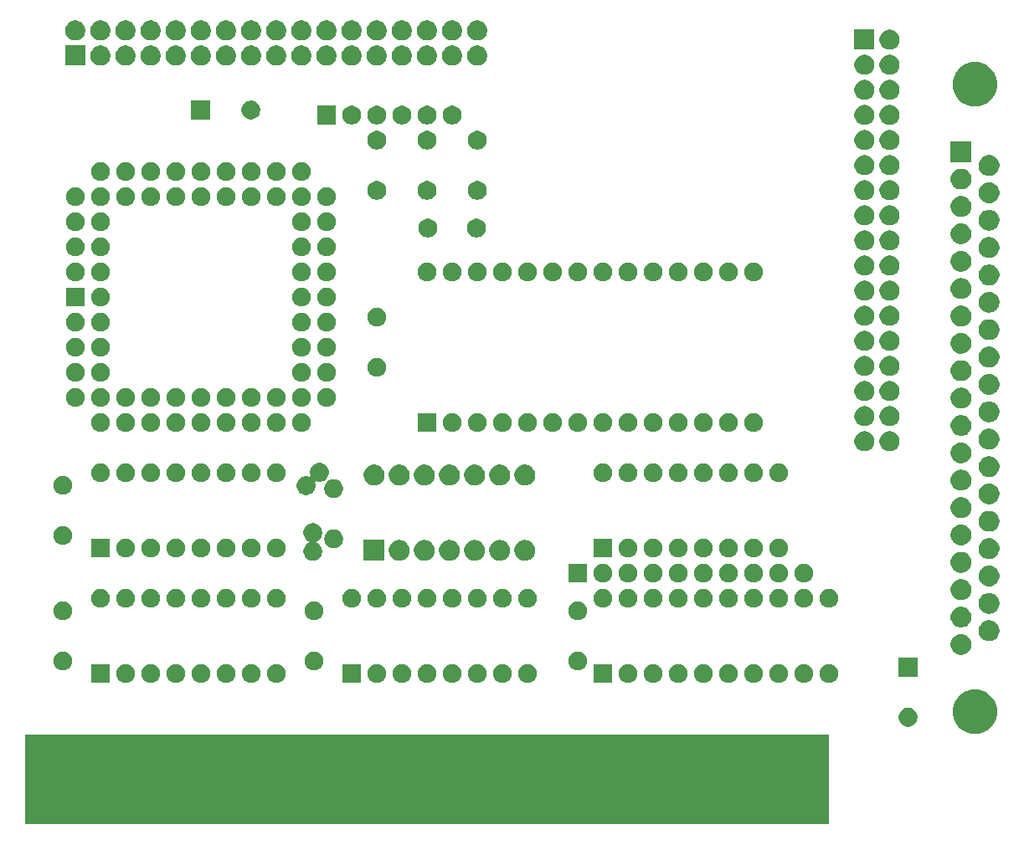
<source format=gbs>
%TF.GenerationSoftware,KiCad,Pcbnew,(5.1.6-0)*%
%TF.CreationDate,2020-08-23T17:23:21-05:00*%
%TF.ProjectId,isa_fdc.kicad_DB37-v3.1.2_pcb,6973615f-6664-4632-9e6b-696361645f44,rev?*%
%TF.SameCoordinates,Original*%
%TF.FileFunction,Soldermask,Bot*%
%TF.FilePolarity,Negative*%
%FSLAX46Y46*%
G04 Gerber Fmt 4.6, Leading zero omitted, Abs format (unit mm)*
G04 Created by KiCad (PCBNEW (5.1.6-0)) date 2020-08-23 17:23:21*
%MOMM*%
%LPD*%
G01*
G04 APERTURE LIST*
%ADD10C,0.150000*%
G04 APERTURE END LIST*
D10*
G36*
X182880000Y-134620000D02*
G01*
X101600000Y-134620000D01*
X101600000Y-125539500D01*
X182880000Y-125539500D01*
X182880000Y-134620000D01*
G37*
G36*
X198014656Y-121024873D02*
G01*
X198304968Y-121082620D01*
X198545257Y-121182151D01*
X198715168Y-121252530D01*
X198715169Y-121252531D01*
X199084341Y-121499204D01*
X199398296Y-121813159D01*
X199398297Y-121813161D01*
X199644970Y-122182332D01*
X199715349Y-122352243D01*
X199814880Y-122592532D01*
X199814880Y-122592534D01*
X199887160Y-122955905D01*
X199901500Y-123028000D01*
X199901500Y-123472000D01*
X199814880Y-123907468D01*
X199744312Y-124077834D01*
X199644970Y-124317668D01*
X199644969Y-124317669D01*
X199398296Y-124686841D01*
X199084341Y-125000796D01*
X198898500Y-125124971D01*
X198715168Y-125247470D01*
X198545257Y-125317849D01*
X198304968Y-125417380D01*
X198014656Y-125475127D01*
X197869501Y-125504000D01*
X197425499Y-125504000D01*
X197280344Y-125475127D01*
X196990032Y-125417380D01*
X196749743Y-125317849D01*
X196579832Y-125247470D01*
X196396500Y-125124971D01*
X196210659Y-125000796D01*
X195896704Y-124686841D01*
X195650031Y-124317669D01*
X195650030Y-124317668D01*
X195550688Y-124077834D01*
X195480120Y-123907468D01*
X195393500Y-123472000D01*
X195393500Y-123028000D01*
X195407841Y-122955905D01*
X195480120Y-122592534D01*
X195480120Y-122592532D01*
X195579651Y-122352243D01*
X195650030Y-122182332D01*
X195896703Y-121813161D01*
X195896704Y-121813159D01*
X196210659Y-121499204D01*
X196579831Y-121252531D01*
X196579832Y-121252530D01*
X196749743Y-121182151D01*
X196990032Y-121082620D01*
X197280344Y-121024873D01*
X197425499Y-120996000D01*
X197869501Y-120996000D01*
X198014656Y-121024873D01*
G37*
G36*
X191167834Y-122884103D02*
G01*
X191341176Y-122955904D01*
X191341178Y-122955905D01*
X191497184Y-123060145D01*
X191629855Y-123192816D01*
X191629856Y-123192818D01*
X191734096Y-123348824D01*
X191805897Y-123522166D01*
X191842500Y-123706186D01*
X191842500Y-123893814D01*
X191805897Y-124077834D01*
X191734096Y-124251176D01*
X191734095Y-124251178D01*
X191629855Y-124407184D01*
X191497184Y-124539855D01*
X191341178Y-124644095D01*
X191341177Y-124644096D01*
X191341176Y-124644096D01*
X191167834Y-124715897D01*
X190983814Y-124752500D01*
X190796186Y-124752500D01*
X190612166Y-124715897D01*
X190438824Y-124644096D01*
X190438823Y-124644096D01*
X190438822Y-124644095D01*
X190282816Y-124539855D01*
X190150145Y-124407184D01*
X190045905Y-124251178D01*
X190045904Y-124251176D01*
X189974103Y-124077834D01*
X189937500Y-123893814D01*
X189937500Y-123706186D01*
X189974103Y-123522166D01*
X190045904Y-123348824D01*
X190150144Y-123192818D01*
X190150145Y-123192816D01*
X190282816Y-123060145D01*
X190438822Y-122955905D01*
X190438824Y-122955904D01*
X190612166Y-122884103D01*
X190796186Y-122847500D01*
X190983814Y-122847500D01*
X191167834Y-122884103D01*
G37*
G36*
X110172500Y-120332500D02*
G01*
X108267500Y-120332500D01*
X108267500Y-118427500D01*
X110172500Y-118427500D01*
X110172500Y-120332500D01*
G37*
G36*
X147597834Y-118464103D02*
G01*
X147771176Y-118535904D01*
X147771178Y-118535905D01*
X147927184Y-118640145D01*
X148059855Y-118772816D01*
X148164095Y-118928822D01*
X148164096Y-118928824D01*
X148235897Y-119102166D01*
X148272500Y-119286186D01*
X148272500Y-119473814D01*
X148235897Y-119657834D01*
X148164096Y-119831176D01*
X148164095Y-119831178D01*
X148059855Y-119987184D01*
X147927184Y-120119855D01*
X147771178Y-120224095D01*
X147771177Y-120224096D01*
X147771176Y-120224096D01*
X147597834Y-120295897D01*
X147413814Y-120332500D01*
X147226186Y-120332500D01*
X147042166Y-120295897D01*
X146868824Y-120224096D01*
X146868823Y-120224096D01*
X146868822Y-120224095D01*
X146712816Y-120119855D01*
X146580145Y-119987184D01*
X146475905Y-119831178D01*
X146475904Y-119831176D01*
X146404103Y-119657834D01*
X146367500Y-119473814D01*
X146367500Y-119286186D01*
X146404103Y-119102166D01*
X146475904Y-118928824D01*
X146475905Y-118928822D01*
X146580145Y-118772816D01*
X146712816Y-118640145D01*
X146868822Y-118535905D01*
X146868824Y-118535904D01*
X147042166Y-118464103D01*
X147226186Y-118427500D01*
X147413814Y-118427500D01*
X147597834Y-118464103D01*
G37*
G36*
X137437834Y-118464103D02*
G01*
X137611176Y-118535904D01*
X137611178Y-118535905D01*
X137767184Y-118640145D01*
X137899855Y-118772816D01*
X138004095Y-118928822D01*
X138004096Y-118928824D01*
X138075897Y-119102166D01*
X138112500Y-119286186D01*
X138112500Y-119473814D01*
X138075897Y-119657834D01*
X138004096Y-119831176D01*
X138004095Y-119831178D01*
X137899855Y-119987184D01*
X137767184Y-120119855D01*
X137611178Y-120224095D01*
X137611177Y-120224096D01*
X137611176Y-120224096D01*
X137437834Y-120295897D01*
X137253814Y-120332500D01*
X137066186Y-120332500D01*
X136882166Y-120295897D01*
X136708824Y-120224096D01*
X136708823Y-120224096D01*
X136708822Y-120224095D01*
X136552816Y-120119855D01*
X136420145Y-119987184D01*
X136315905Y-119831178D01*
X136315904Y-119831176D01*
X136244103Y-119657834D01*
X136207500Y-119473814D01*
X136207500Y-119286186D01*
X136244103Y-119102166D01*
X136315904Y-118928824D01*
X136315905Y-118928822D01*
X136420145Y-118772816D01*
X136552816Y-118640145D01*
X136708822Y-118535905D01*
X136708824Y-118535904D01*
X136882166Y-118464103D01*
X137066186Y-118427500D01*
X137253814Y-118427500D01*
X137437834Y-118464103D01*
G37*
G36*
X139977834Y-118464103D02*
G01*
X140151176Y-118535904D01*
X140151178Y-118535905D01*
X140307184Y-118640145D01*
X140439855Y-118772816D01*
X140544095Y-118928822D01*
X140544096Y-118928824D01*
X140615897Y-119102166D01*
X140652500Y-119286186D01*
X140652500Y-119473814D01*
X140615897Y-119657834D01*
X140544096Y-119831176D01*
X140544095Y-119831178D01*
X140439855Y-119987184D01*
X140307184Y-120119855D01*
X140151178Y-120224095D01*
X140151177Y-120224096D01*
X140151176Y-120224096D01*
X139977834Y-120295897D01*
X139793814Y-120332500D01*
X139606186Y-120332500D01*
X139422166Y-120295897D01*
X139248824Y-120224096D01*
X139248823Y-120224096D01*
X139248822Y-120224095D01*
X139092816Y-120119855D01*
X138960145Y-119987184D01*
X138855905Y-119831178D01*
X138855904Y-119831176D01*
X138784103Y-119657834D01*
X138747500Y-119473814D01*
X138747500Y-119286186D01*
X138784103Y-119102166D01*
X138855904Y-118928824D01*
X138855905Y-118928822D01*
X138960145Y-118772816D01*
X139092816Y-118640145D01*
X139248822Y-118535905D01*
X139248824Y-118535904D01*
X139422166Y-118464103D01*
X139606186Y-118427500D01*
X139793814Y-118427500D01*
X139977834Y-118464103D01*
G37*
G36*
X142517834Y-118464103D02*
G01*
X142691176Y-118535904D01*
X142691178Y-118535905D01*
X142847184Y-118640145D01*
X142979855Y-118772816D01*
X143084095Y-118928822D01*
X143084096Y-118928824D01*
X143155897Y-119102166D01*
X143192500Y-119286186D01*
X143192500Y-119473814D01*
X143155897Y-119657834D01*
X143084096Y-119831176D01*
X143084095Y-119831178D01*
X142979855Y-119987184D01*
X142847184Y-120119855D01*
X142691178Y-120224095D01*
X142691177Y-120224096D01*
X142691176Y-120224096D01*
X142517834Y-120295897D01*
X142333814Y-120332500D01*
X142146186Y-120332500D01*
X141962166Y-120295897D01*
X141788824Y-120224096D01*
X141788823Y-120224096D01*
X141788822Y-120224095D01*
X141632816Y-120119855D01*
X141500145Y-119987184D01*
X141395905Y-119831178D01*
X141395904Y-119831176D01*
X141324103Y-119657834D01*
X141287500Y-119473814D01*
X141287500Y-119286186D01*
X141324103Y-119102166D01*
X141395904Y-118928824D01*
X141395905Y-118928822D01*
X141500145Y-118772816D01*
X141632816Y-118640145D01*
X141788822Y-118535905D01*
X141788824Y-118535904D01*
X141962166Y-118464103D01*
X142146186Y-118427500D01*
X142333814Y-118427500D01*
X142517834Y-118464103D01*
G37*
G36*
X145057834Y-118464103D02*
G01*
X145231176Y-118535904D01*
X145231178Y-118535905D01*
X145387184Y-118640145D01*
X145519855Y-118772816D01*
X145624095Y-118928822D01*
X145624096Y-118928824D01*
X145695897Y-119102166D01*
X145732500Y-119286186D01*
X145732500Y-119473814D01*
X145695897Y-119657834D01*
X145624096Y-119831176D01*
X145624095Y-119831178D01*
X145519855Y-119987184D01*
X145387184Y-120119855D01*
X145231178Y-120224095D01*
X145231177Y-120224096D01*
X145231176Y-120224096D01*
X145057834Y-120295897D01*
X144873814Y-120332500D01*
X144686186Y-120332500D01*
X144502166Y-120295897D01*
X144328824Y-120224096D01*
X144328823Y-120224096D01*
X144328822Y-120224095D01*
X144172816Y-120119855D01*
X144040145Y-119987184D01*
X143935905Y-119831178D01*
X143935904Y-119831176D01*
X143864103Y-119657834D01*
X143827500Y-119473814D01*
X143827500Y-119286186D01*
X143864103Y-119102166D01*
X143935904Y-118928824D01*
X143935905Y-118928822D01*
X144040145Y-118772816D01*
X144172816Y-118640145D01*
X144328822Y-118535905D01*
X144328824Y-118535904D01*
X144502166Y-118464103D01*
X144686186Y-118427500D01*
X144873814Y-118427500D01*
X145057834Y-118464103D01*
G37*
G36*
X150137834Y-118464103D02*
G01*
X150311176Y-118535904D01*
X150311178Y-118535905D01*
X150467184Y-118640145D01*
X150599855Y-118772816D01*
X150704095Y-118928822D01*
X150704096Y-118928824D01*
X150775897Y-119102166D01*
X150812500Y-119286186D01*
X150812500Y-119473814D01*
X150775897Y-119657834D01*
X150704096Y-119831176D01*
X150704095Y-119831178D01*
X150599855Y-119987184D01*
X150467184Y-120119855D01*
X150311178Y-120224095D01*
X150311177Y-120224096D01*
X150311176Y-120224096D01*
X150137834Y-120295897D01*
X149953814Y-120332500D01*
X149766186Y-120332500D01*
X149582166Y-120295897D01*
X149408824Y-120224096D01*
X149408823Y-120224096D01*
X149408822Y-120224095D01*
X149252816Y-120119855D01*
X149120145Y-119987184D01*
X149015905Y-119831178D01*
X149015904Y-119831176D01*
X148944103Y-119657834D01*
X148907500Y-119473814D01*
X148907500Y-119286186D01*
X148944103Y-119102166D01*
X149015904Y-118928824D01*
X149015905Y-118928822D01*
X149120145Y-118772816D01*
X149252816Y-118640145D01*
X149408822Y-118535905D01*
X149408824Y-118535904D01*
X149582166Y-118464103D01*
X149766186Y-118427500D01*
X149953814Y-118427500D01*
X150137834Y-118464103D01*
G37*
G36*
X152677834Y-118464103D02*
G01*
X152851176Y-118535904D01*
X152851178Y-118535905D01*
X153007184Y-118640145D01*
X153139855Y-118772816D01*
X153244095Y-118928822D01*
X153244096Y-118928824D01*
X153315897Y-119102166D01*
X153352500Y-119286186D01*
X153352500Y-119473814D01*
X153315897Y-119657834D01*
X153244096Y-119831176D01*
X153244095Y-119831178D01*
X153139855Y-119987184D01*
X153007184Y-120119855D01*
X152851178Y-120224095D01*
X152851177Y-120224096D01*
X152851176Y-120224096D01*
X152677834Y-120295897D01*
X152493814Y-120332500D01*
X152306186Y-120332500D01*
X152122166Y-120295897D01*
X151948824Y-120224096D01*
X151948823Y-120224096D01*
X151948822Y-120224095D01*
X151792816Y-120119855D01*
X151660145Y-119987184D01*
X151555905Y-119831178D01*
X151555904Y-119831176D01*
X151484103Y-119657834D01*
X151447500Y-119473814D01*
X151447500Y-119286186D01*
X151484103Y-119102166D01*
X151555904Y-118928824D01*
X151555905Y-118928822D01*
X151660145Y-118772816D01*
X151792816Y-118640145D01*
X151948822Y-118535905D01*
X151948824Y-118535904D01*
X152122166Y-118464103D01*
X152306186Y-118427500D01*
X152493814Y-118427500D01*
X152677834Y-118464103D01*
G37*
G36*
X127277834Y-118464103D02*
G01*
X127451176Y-118535904D01*
X127451178Y-118535905D01*
X127607184Y-118640145D01*
X127739855Y-118772816D01*
X127844095Y-118928822D01*
X127844096Y-118928824D01*
X127915897Y-119102166D01*
X127952500Y-119286186D01*
X127952500Y-119473814D01*
X127915897Y-119657834D01*
X127844096Y-119831176D01*
X127844095Y-119831178D01*
X127739855Y-119987184D01*
X127607184Y-120119855D01*
X127451178Y-120224095D01*
X127451177Y-120224096D01*
X127451176Y-120224096D01*
X127277834Y-120295897D01*
X127093814Y-120332500D01*
X126906186Y-120332500D01*
X126722166Y-120295897D01*
X126548824Y-120224096D01*
X126548823Y-120224096D01*
X126548822Y-120224095D01*
X126392816Y-120119855D01*
X126260145Y-119987184D01*
X126155905Y-119831178D01*
X126155904Y-119831176D01*
X126084103Y-119657834D01*
X126047500Y-119473814D01*
X126047500Y-119286186D01*
X126084103Y-119102166D01*
X126155904Y-118928824D01*
X126155905Y-118928822D01*
X126260145Y-118772816D01*
X126392816Y-118640145D01*
X126548822Y-118535905D01*
X126548824Y-118535904D01*
X126722166Y-118464103D01*
X126906186Y-118427500D01*
X127093814Y-118427500D01*
X127277834Y-118464103D01*
G37*
G36*
X114577834Y-118464103D02*
G01*
X114751176Y-118535904D01*
X114751178Y-118535905D01*
X114907184Y-118640145D01*
X115039855Y-118772816D01*
X115144095Y-118928822D01*
X115144096Y-118928824D01*
X115215897Y-119102166D01*
X115252500Y-119286186D01*
X115252500Y-119473814D01*
X115215897Y-119657834D01*
X115144096Y-119831176D01*
X115144095Y-119831178D01*
X115039855Y-119987184D01*
X114907184Y-120119855D01*
X114751178Y-120224095D01*
X114751177Y-120224096D01*
X114751176Y-120224096D01*
X114577834Y-120295897D01*
X114393814Y-120332500D01*
X114206186Y-120332500D01*
X114022166Y-120295897D01*
X113848824Y-120224096D01*
X113848823Y-120224096D01*
X113848822Y-120224095D01*
X113692816Y-120119855D01*
X113560145Y-119987184D01*
X113455905Y-119831178D01*
X113455904Y-119831176D01*
X113384103Y-119657834D01*
X113347500Y-119473814D01*
X113347500Y-119286186D01*
X113384103Y-119102166D01*
X113455904Y-118928824D01*
X113455905Y-118928822D01*
X113560145Y-118772816D01*
X113692816Y-118640145D01*
X113848822Y-118535905D01*
X113848824Y-118535904D01*
X114022166Y-118464103D01*
X114206186Y-118427500D01*
X114393814Y-118427500D01*
X114577834Y-118464103D01*
G37*
G36*
X124737834Y-118464103D02*
G01*
X124911176Y-118535904D01*
X124911178Y-118535905D01*
X125067184Y-118640145D01*
X125199855Y-118772816D01*
X125304095Y-118928822D01*
X125304096Y-118928824D01*
X125375897Y-119102166D01*
X125412500Y-119286186D01*
X125412500Y-119473814D01*
X125375897Y-119657834D01*
X125304096Y-119831176D01*
X125304095Y-119831178D01*
X125199855Y-119987184D01*
X125067184Y-120119855D01*
X124911178Y-120224095D01*
X124911177Y-120224096D01*
X124911176Y-120224096D01*
X124737834Y-120295897D01*
X124553814Y-120332500D01*
X124366186Y-120332500D01*
X124182166Y-120295897D01*
X124008824Y-120224096D01*
X124008823Y-120224096D01*
X124008822Y-120224095D01*
X123852816Y-120119855D01*
X123720145Y-119987184D01*
X123615905Y-119831178D01*
X123615904Y-119831176D01*
X123544103Y-119657834D01*
X123507500Y-119473814D01*
X123507500Y-119286186D01*
X123544103Y-119102166D01*
X123615904Y-118928824D01*
X123615905Y-118928822D01*
X123720145Y-118772816D01*
X123852816Y-118640145D01*
X124008822Y-118535905D01*
X124008824Y-118535904D01*
X124182166Y-118464103D01*
X124366186Y-118427500D01*
X124553814Y-118427500D01*
X124737834Y-118464103D01*
G37*
G36*
X112037834Y-118464103D02*
G01*
X112211176Y-118535904D01*
X112211178Y-118535905D01*
X112367184Y-118640145D01*
X112499855Y-118772816D01*
X112604095Y-118928822D01*
X112604096Y-118928824D01*
X112675897Y-119102166D01*
X112712500Y-119286186D01*
X112712500Y-119473814D01*
X112675897Y-119657834D01*
X112604096Y-119831176D01*
X112604095Y-119831178D01*
X112499855Y-119987184D01*
X112367184Y-120119855D01*
X112211178Y-120224095D01*
X112211177Y-120224096D01*
X112211176Y-120224096D01*
X112037834Y-120295897D01*
X111853814Y-120332500D01*
X111666186Y-120332500D01*
X111482166Y-120295897D01*
X111308824Y-120224096D01*
X111308823Y-120224096D01*
X111308822Y-120224095D01*
X111152816Y-120119855D01*
X111020145Y-119987184D01*
X110915905Y-119831178D01*
X110915904Y-119831176D01*
X110844103Y-119657834D01*
X110807500Y-119473814D01*
X110807500Y-119286186D01*
X110844103Y-119102166D01*
X110915904Y-118928824D01*
X110915905Y-118928822D01*
X111020145Y-118772816D01*
X111152816Y-118640145D01*
X111308822Y-118535905D01*
X111308824Y-118535904D01*
X111482166Y-118464103D01*
X111666186Y-118427500D01*
X111853814Y-118427500D01*
X112037834Y-118464103D01*
G37*
G36*
X183157834Y-118464103D02*
G01*
X183331176Y-118535904D01*
X183331178Y-118535905D01*
X183487184Y-118640145D01*
X183619855Y-118772816D01*
X183724095Y-118928822D01*
X183724096Y-118928824D01*
X183795897Y-119102166D01*
X183832500Y-119286186D01*
X183832500Y-119473814D01*
X183795897Y-119657834D01*
X183724096Y-119831176D01*
X183724095Y-119831178D01*
X183619855Y-119987184D01*
X183487184Y-120119855D01*
X183331178Y-120224095D01*
X183331177Y-120224096D01*
X183331176Y-120224096D01*
X183157834Y-120295897D01*
X182973814Y-120332500D01*
X182786186Y-120332500D01*
X182602166Y-120295897D01*
X182428824Y-120224096D01*
X182428823Y-120224096D01*
X182428822Y-120224095D01*
X182272816Y-120119855D01*
X182140145Y-119987184D01*
X182035905Y-119831178D01*
X182035904Y-119831176D01*
X181964103Y-119657834D01*
X181927500Y-119473814D01*
X181927500Y-119286186D01*
X181964103Y-119102166D01*
X182035904Y-118928824D01*
X182035905Y-118928822D01*
X182140145Y-118772816D01*
X182272816Y-118640145D01*
X182428822Y-118535905D01*
X182428824Y-118535904D01*
X182602166Y-118464103D01*
X182786186Y-118427500D01*
X182973814Y-118427500D01*
X183157834Y-118464103D01*
G37*
G36*
X180617834Y-118464103D02*
G01*
X180791176Y-118535904D01*
X180791178Y-118535905D01*
X180947184Y-118640145D01*
X181079855Y-118772816D01*
X181184095Y-118928822D01*
X181184096Y-118928824D01*
X181255897Y-119102166D01*
X181292500Y-119286186D01*
X181292500Y-119473814D01*
X181255897Y-119657834D01*
X181184096Y-119831176D01*
X181184095Y-119831178D01*
X181079855Y-119987184D01*
X180947184Y-120119855D01*
X180791178Y-120224095D01*
X180791177Y-120224096D01*
X180791176Y-120224096D01*
X180617834Y-120295897D01*
X180433814Y-120332500D01*
X180246186Y-120332500D01*
X180062166Y-120295897D01*
X179888824Y-120224096D01*
X179888823Y-120224096D01*
X179888822Y-120224095D01*
X179732816Y-120119855D01*
X179600145Y-119987184D01*
X179495905Y-119831178D01*
X179495904Y-119831176D01*
X179424103Y-119657834D01*
X179387500Y-119473814D01*
X179387500Y-119286186D01*
X179424103Y-119102166D01*
X179495904Y-118928824D01*
X179495905Y-118928822D01*
X179600145Y-118772816D01*
X179732816Y-118640145D01*
X179888822Y-118535905D01*
X179888824Y-118535904D01*
X180062166Y-118464103D01*
X180246186Y-118427500D01*
X180433814Y-118427500D01*
X180617834Y-118464103D01*
G37*
G36*
X178077834Y-118464103D02*
G01*
X178251176Y-118535904D01*
X178251178Y-118535905D01*
X178407184Y-118640145D01*
X178539855Y-118772816D01*
X178644095Y-118928822D01*
X178644096Y-118928824D01*
X178715897Y-119102166D01*
X178752500Y-119286186D01*
X178752500Y-119473814D01*
X178715897Y-119657834D01*
X178644096Y-119831176D01*
X178644095Y-119831178D01*
X178539855Y-119987184D01*
X178407184Y-120119855D01*
X178251178Y-120224095D01*
X178251177Y-120224096D01*
X178251176Y-120224096D01*
X178077834Y-120295897D01*
X177893814Y-120332500D01*
X177706186Y-120332500D01*
X177522166Y-120295897D01*
X177348824Y-120224096D01*
X177348823Y-120224096D01*
X177348822Y-120224095D01*
X177192816Y-120119855D01*
X177060145Y-119987184D01*
X176955905Y-119831178D01*
X176955904Y-119831176D01*
X176884103Y-119657834D01*
X176847500Y-119473814D01*
X176847500Y-119286186D01*
X176884103Y-119102166D01*
X176955904Y-118928824D01*
X176955905Y-118928822D01*
X177060145Y-118772816D01*
X177192816Y-118640145D01*
X177348822Y-118535905D01*
X177348824Y-118535904D01*
X177522166Y-118464103D01*
X177706186Y-118427500D01*
X177893814Y-118427500D01*
X178077834Y-118464103D01*
G37*
G36*
X175537834Y-118464103D02*
G01*
X175711176Y-118535904D01*
X175711178Y-118535905D01*
X175867184Y-118640145D01*
X175999855Y-118772816D01*
X176104095Y-118928822D01*
X176104096Y-118928824D01*
X176175897Y-119102166D01*
X176212500Y-119286186D01*
X176212500Y-119473814D01*
X176175897Y-119657834D01*
X176104096Y-119831176D01*
X176104095Y-119831178D01*
X175999855Y-119987184D01*
X175867184Y-120119855D01*
X175711178Y-120224095D01*
X175711177Y-120224096D01*
X175711176Y-120224096D01*
X175537834Y-120295897D01*
X175353814Y-120332500D01*
X175166186Y-120332500D01*
X174982166Y-120295897D01*
X174808824Y-120224096D01*
X174808823Y-120224096D01*
X174808822Y-120224095D01*
X174652816Y-120119855D01*
X174520145Y-119987184D01*
X174415905Y-119831178D01*
X174415904Y-119831176D01*
X174344103Y-119657834D01*
X174307500Y-119473814D01*
X174307500Y-119286186D01*
X174344103Y-119102166D01*
X174415904Y-118928824D01*
X174415905Y-118928822D01*
X174520145Y-118772816D01*
X174652816Y-118640145D01*
X174808822Y-118535905D01*
X174808824Y-118535904D01*
X174982166Y-118464103D01*
X175166186Y-118427500D01*
X175353814Y-118427500D01*
X175537834Y-118464103D01*
G37*
G36*
X172997834Y-118464103D02*
G01*
X173171176Y-118535904D01*
X173171178Y-118535905D01*
X173327184Y-118640145D01*
X173459855Y-118772816D01*
X173564095Y-118928822D01*
X173564096Y-118928824D01*
X173635897Y-119102166D01*
X173672500Y-119286186D01*
X173672500Y-119473814D01*
X173635897Y-119657834D01*
X173564096Y-119831176D01*
X173564095Y-119831178D01*
X173459855Y-119987184D01*
X173327184Y-120119855D01*
X173171178Y-120224095D01*
X173171177Y-120224096D01*
X173171176Y-120224096D01*
X172997834Y-120295897D01*
X172813814Y-120332500D01*
X172626186Y-120332500D01*
X172442166Y-120295897D01*
X172268824Y-120224096D01*
X172268823Y-120224096D01*
X172268822Y-120224095D01*
X172112816Y-120119855D01*
X171980145Y-119987184D01*
X171875905Y-119831178D01*
X171875904Y-119831176D01*
X171804103Y-119657834D01*
X171767500Y-119473814D01*
X171767500Y-119286186D01*
X171804103Y-119102166D01*
X171875904Y-118928824D01*
X171875905Y-118928822D01*
X171980145Y-118772816D01*
X172112816Y-118640145D01*
X172268822Y-118535905D01*
X172268824Y-118535904D01*
X172442166Y-118464103D01*
X172626186Y-118427500D01*
X172813814Y-118427500D01*
X172997834Y-118464103D01*
G37*
G36*
X170457834Y-118464103D02*
G01*
X170631176Y-118535904D01*
X170631178Y-118535905D01*
X170787184Y-118640145D01*
X170919855Y-118772816D01*
X171024095Y-118928822D01*
X171024096Y-118928824D01*
X171095897Y-119102166D01*
X171132500Y-119286186D01*
X171132500Y-119473814D01*
X171095897Y-119657834D01*
X171024096Y-119831176D01*
X171024095Y-119831178D01*
X170919855Y-119987184D01*
X170787184Y-120119855D01*
X170631178Y-120224095D01*
X170631177Y-120224096D01*
X170631176Y-120224096D01*
X170457834Y-120295897D01*
X170273814Y-120332500D01*
X170086186Y-120332500D01*
X169902166Y-120295897D01*
X169728824Y-120224096D01*
X169728823Y-120224096D01*
X169728822Y-120224095D01*
X169572816Y-120119855D01*
X169440145Y-119987184D01*
X169335905Y-119831178D01*
X169335904Y-119831176D01*
X169264103Y-119657834D01*
X169227500Y-119473814D01*
X169227500Y-119286186D01*
X169264103Y-119102166D01*
X169335904Y-118928824D01*
X169335905Y-118928822D01*
X169440145Y-118772816D01*
X169572816Y-118640145D01*
X169728822Y-118535905D01*
X169728824Y-118535904D01*
X169902166Y-118464103D01*
X170086186Y-118427500D01*
X170273814Y-118427500D01*
X170457834Y-118464103D01*
G37*
G36*
X167917834Y-118464103D02*
G01*
X168091176Y-118535904D01*
X168091178Y-118535905D01*
X168247184Y-118640145D01*
X168379855Y-118772816D01*
X168484095Y-118928822D01*
X168484096Y-118928824D01*
X168555897Y-119102166D01*
X168592500Y-119286186D01*
X168592500Y-119473814D01*
X168555897Y-119657834D01*
X168484096Y-119831176D01*
X168484095Y-119831178D01*
X168379855Y-119987184D01*
X168247184Y-120119855D01*
X168091178Y-120224095D01*
X168091177Y-120224096D01*
X168091176Y-120224096D01*
X167917834Y-120295897D01*
X167733814Y-120332500D01*
X167546186Y-120332500D01*
X167362166Y-120295897D01*
X167188824Y-120224096D01*
X167188823Y-120224096D01*
X167188822Y-120224095D01*
X167032816Y-120119855D01*
X166900145Y-119987184D01*
X166795905Y-119831178D01*
X166795904Y-119831176D01*
X166724103Y-119657834D01*
X166687500Y-119473814D01*
X166687500Y-119286186D01*
X166724103Y-119102166D01*
X166795904Y-118928824D01*
X166795905Y-118928822D01*
X166900145Y-118772816D01*
X167032816Y-118640145D01*
X167188822Y-118535905D01*
X167188824Y-118535904D01*
X167362166Y-118464103D01*
X167546186Y-118427500D01*
X167733814Y-118427500D01*
X167917834Y-118464103D01*
G37*
G36*
X165377834Y-118464103D02*
G01*
X165551176Y-118535904D01*
X165551178Y-118535905D01*
X165707184Y-118640145D01*
X165839855Y-118772816D01*
X165944095Y-118928822D01*
X165944096Y-118928824D01*
X166015897Y-119102166D01*
X166052500Y-119286186D01*
X166052500Y-119473814D01*
X166015897Y-119657834D01*
X165944096Y-119831176D01*
X165944095Y-119831178D01*
X165839855Y-119987184D01*
X165707184Y-120119855D01*
X165551178Y-120224095D01*
X165551177Y-120224096D01*
X165551176Y-120224096D01*
X165377834Y-120295897D01*
X165193814Y-120332500D01*
X165006186Y-120332500D01*
X164822166Y-120295897D01*
X164648824Y-120224096D01*
X164648823Y-120224096D01*
X164648822Y-120224095D01*
X164492816Y-120119855D01*
X164360145Y-119987184D01*
X164255905Y-119831178D01*
X164255904Y-119831176D01*
X164184103Y-119657834D01*
X164147500Y-119473814D01*
X164147500Y-119286186D01*
X164184103Y-119102166D01*
X164255904Y-118928824D01*
X164255905Y-118928822D01*
X164360145Y-118772816D01*
X164492816Y-118640145D01*
X164648822Y-118535905D01*
X164648824Y-118535904D01*
X164822166Y-118464103D01*
X165006186Y-118427500D01*
X165193814Y-118427500D01*
X165377834Y-118464103D01*
G37*
G36*
X162837834Y-118464103D02*
G01*
X163011176Y-118535904D01*
X163011178Y-118535905D01*
X163167184Y-118640145D01*
X163299855Y-118772816D01*
X163404095Y-118928822D01*
X163404096Y-118928824D01*
X163475897Y-119102166D01*
X163512500Y-119286186D01*
X163512500Y-119473814D01*
X163475897Y-119657834D01*
X163404096Y-119831176D01*
X163404095Y-119831178D01*
X163299855Y-119987184D01*
X163167184Y-120119855D01*
X163011178Y-120224095D01*
X163011177Y-120224096D01*
X163011176Y-120224096D01*
X162837834Y-120295897D01*
X162653814Y-120332500D01*
X162466186Y-120332500D01*
X162282166Y-120295897D01*
X162108824Y-120224096D01*
X162108823Y-120224096D01*
X162108822Y-120224095D01*
X161952816Y-120119855D01*
X161820145Y-119987184D01*
X161715905Y-119831178D01*
X161715904Y-119831176D01*
X161644103Y-119657834D01*
X161607500Y-119473814D01*
X161607500Y-119286186D01*
X161644103Y-119102166D01*
X161715904Y-118928824D01*
X161715905Y-118928822D01*
X161820145Y-118772816D01*
X161952816Y-118640145D01*
X162108822Y-118535905D01*
X162108824Y-118535904D01*
X162282166Y-118464103D01*
X162466186Y-118427500D01*
X162653814Y-118427500D01*
X162837834Y-118464103D01*
G37*
G36*
X160972500Y-120332500D02*
G01*
X159067500Y-120332500D01*
X159067500Y-118427500D01*
X160972500Y-118427500D01*
X160972500Y-120332500D01*
G37*
G36*
X135572500Y-120332500D02*
G01*
X133667500Y-120332500D01*
X133667500Y-118427500D01*
X135572500Y-118427500D01*
X135572500Y-120332500D01*
G37*
G36*
X122197834Y-118464103D02*
G01*
X122371176Y-118535904D01*
X122371178Y-118535905D01*
X122527184Y-118640145D01*
X122659855Y-118772816D01*
X122764095Y-118928822D01*
X122764096Y-118928824D01*
X122835897Y-119102166D01*
X122872500Y-119286186D01*
X122872500Y-119473814D01*
X122835897Y-119657834D01*
X122764096Y-119831176D01*
X122764095Y-119831178D01*
X122659855Y-119987184D01*
X122527184Y-120119855D01*
X122371178Y-120224095D01*
X122371177Y-120224096D01*
X122371176Y-120224096D01*
X122197834Y-120295897D01*
X122013814Y-120332500D01*
X121826186Y-120332500D01*
X121642166Y-120295897D01*
X121468824Y-120224096D01*
X121468823Y-120224096D01*
X121468822Y-120224095D01*
X121312816Y-120119855D01*
X121180145Y-119987184D01*
X121075905Y-119831178D01*
X121075904Y-119831176D01*
X121004103Y-119657834D01*
X120967500Y-119473814D01*
X120967500Y-119286186D01*
X121004103Y-119102166D01*
X121075904Y-118928824D01*
X121075905Y-118928822D01*
X121180145Y-118772816D01*
X121312816Y-118640145D01*
X121468822Y-118535905D01*
X121468824Y-118535904D01*
X121642166Y-118464103D01*
X121826186Y-118427500D01*
X122013814Y-118427500D01*
X122197834Y-118464103D01*
G37*
G36*
X119657834Y-118464103D02*
G01*
X119831176Y-118535904D01*
X119831178Y-118535905D01*
X119987184Y-118640145D01*
X120119855Y-118772816D01*
X120224095Y-118928822D01*
X120224096Y-118928824D01*
X120295897Y-119102166D01*
X120332500Y-119286186D01*
X120332500Y-119473814D01*
X120295897Y-119657834D01*
X120224096Y-119831176D01*
X120224095Y-119831178D01*
X120119855Y-119987184D01*
X119987184Y-120119855D01*
X119831178Y-120224095D01*
X119831177Y-120224096D01*
X119831176Y-120224096D01*
X119657834Y-120295897D01*
X119473814Y-120332500D01*
X119286186Y-120332500D01*
X119102166Y-120295897D01*
X118928824Y-120224096D01*
X118928823Y-120224096D01*
X118928822Y-120224095D01*
X118772816Y-120119855D01*
X118640145Y-119987184D01*
X118535905Y-119831178D01*
X118535904Y-119831176D01*
X118464103Y-119657834D01*
X118427500Y-119473814D01*
X118427500Y-119286186D01*
X118464103Y-119102166D01*
X118535904Y-118928824D01*
X118535905Y-118928822D01*
X118640145Y-118772816D01*
X118772816Y-118640145D01*
X118928822Y-118535905D01*
X118928824Y-118535904D01*
X119102166Y-118464103D01*
X119286186Y-118427500D01*
X119473814Y-118427500D01*
X119657834Y-118464103D01*
G37*
G36*
X117117834Y-118464103D02*
G01*
X117291176Y-118535904D01*
X117291178Y-118535905D01*
X117447184Y-118640145D01*
X117579855Y-118772816D01*
X117684095Y-118928822D01*
X117684096Y-118928824D01*
X117755897Y-119102166D01*
X117792500Y-119286186D01*
X117792500Y-119473814D01*
X117755897Y-119657834D01*
X117684096Y-119831176D01*
X117684095Y-119831178D01*
X117579855Y-119987184D01*
X117447184Y-120119855D01*
X117291178Y-120224095D01*
X117291177Y-120224096D01*
X117291176Y-120224096D01*
X117117834Y-120295897D01*
X116933814Y-120332500D01*
X116746186Y-120332500D01*
X116562166Y-120295897D01*
X116388824Y-120224096D01*
X116388823Y-120224096D01*
X116388822Y-120224095D01*
X116232816Y-120119855D01*
X116100145Y-119987184D01*
X115995905Y-119831178D01*
X115995904Y-119831176D01*
X115924103Y-119657834D01*
X115887500Y-119473814D01*
X115887500Y-119286186D01*
X115924103Y-119102166D01*
X115995904Y-118928824D01*
X115995905Y-118928822D01*
X116100145Y-118772816D01*
X116232816Y-118640145D01*
X116388822Y-118535905D01*
X116388824Y-118535904D01*
X116562166Y-118464103D01*
X116746186Y-118427500D01*
X116933814Y-118427500D01*
X117117834Y-118464103D01*
G37*
G36*
X191842500Y-119672500D02*
G01*
X189937500Y-119672500D01*
X189937500Y-117767500D01*
X191842500Y-117767500D01*
X191842500Y-119672500D01*
G37*
G36*
X105687834Y-117194103D02*
G01*
X105837036Y-117255905D01*
X105861178Y-117265905D01*
X106017184Y-117370145D01*
X106149855Y-117502816D01*
X106254095Y-117658822D01*
X106254096Y-117658824D01*
X106325897Y-117832166D01*
X106362500Y-118016186D01*
X106362500Y-118203814D01*
X106325897Y-118387834D01*
X106258238Y-118551176D01*
X106254095Y-118561178D01*
X106149855Y-118717184D01*
X106017184Y-118849855D01*
X105861178Y-118954095D01*
X105861177Y-118954096D01*
X105861176Y-118954096D01*
X105687834Y-119025897D01*
X105503814Y-119062500D01*
X105316186Y-119062500D01*
X105132166Y-119025897D01*
X104958824Y-118954096D01*
X104958823Y-118954096D01*
X104958822Y-118954095D01*
X104802816Y-118849855D01*
X104670145Y-118717184D01*
X104565905Y-118561178D01*
X104561762Y-118551176D01*
X104494103Y-118387834D01*
X104457500Y-118203814D01*
X104457500Y-118016186D01*
X104494103Y-117832166D01*
X104565904Y-117658824D01*
X104565905Y-117658822D01*
X104670145Y-117502816D01*
X104802816Y-117370145D01*
X104958822Y-117265905D01*
X104982964Y-117255905D01*
X105132166Y-117194103D01*
X105316186Y-117157500D01*
X105503814Y-117157500D01*
X105687834Y-117194103D01*
G37*
G36*
X131087834Y-117194103D02*
G01*
X131237036Y-117255905D01*
X131261178Y-117265905D01*
X131417184Y-117370145D01*
X131549855Y-117502816D01*
X131654095Y-117658822D01*
X131654096Y-117658824D01*
X131725897Y-117832166D01*
X131762500Y-118016186D01*
X131762500Y-118203814D01*
X131725897Y-118387834D01*
X131658238Y-118551176D01*
X131654095Y-118561178D01*
X131549855Y-118717184D01*
X131417184Y-118849855D01*
X131261178Y-118954095D01*
X131261177Y-118954096D01*
X131261176Y-118954096D01*
X131087834Y-119025897D01*
X130903814Y-119062500D01*
X130716186Y-119062500D01*
X130532166Y-119025897D01*
X130358824Y-118954096D01*
X130358823Y-118954096D01*
X130358822Y-118954095D01*
X130202816Y-118849855D01*
X130070145Y-118717184D01*
X129965905Y-118561178D01*
X129961762Y-118551176D01*
X129894103Y-118387834D01*
X129857500Y-118203814D01*
X129857500Y-118016186D01*
X129894103Y-117832166D01*
X129965904Y-117658824D01*
X129965905Y-117658822D01*
X130070145Y-117502816D01*
X130202816Y-117370145D01*
X130358822Y-117265905D01*
X130382964Y-117255905D01*
X130532166Y-117194103D01*
X130716186Y-117157500D01*
X130903814Y-117157500D01*
X131087834Y-117194103D01*
G37*
G36*
X157747834Y-117184103D02*
G01*
X157903774Y-117248696D01*
X157921178Y-117255905D01*
X158077184Y-117360145D01*
X158209855Y-117492816D01*
X158216538Y-117502818D01*
X158314096Y-117648824D01*
X158385897Y-117822166D01*
X158422500Y-118006186D01*
X158422500Y-118193814D01*
X158385897Y-118377834D01*
X158320422Y-118535904D01*
X158314095Y-118551178D01*
X158209855Y-118707184D01*
X158077184Y-118839855D01*
X157921178Y-118944095D01*
X157921177Y-118944096D01*
X157921176Y-118944096D01*
X157747834Y-119015897D01*
X157563814Y-119052500D01*
X157376186Y-119052500D01*
X157192166Y-119015897D01*
X157018824Y-118944096D01*
X157018823Y-118944096D01*
X157018822Y-118944095D01*
X156862816Y-118839855D01*
X156730145Y-118707184D01*
X156625905Y-118551178D01*
X156619578Y-118535904D01*
X156554103Y-118377834D01*
X156517500Y-118193814D01*
X156517500Y-118006186D01*
X156554103Y-117822166D01*
X156625904Y-117648824D01*
X156723462Y-117502818D01*
X156730145Y-117492816D01*
X156862816Y-117360145D01*
X157018822Y-117255905D01*
X157036226Y-117248696D01*
X157192166Y-117184103D01*
X157376186Y-117147500D01*
X157563814Y-117147500D01*
X157747834Y-117184103D01*
G37*
G36*
X196534941Y-115416504D02*
G01*
X196614393Y-115449414D01*
X196726755Y-115495956D01*
X196899385Y-115611304D01*
X197046196Y-115758115D01*
X197161544Y-115930745D01*
X197240996Y-116122560D01*
X197281500Y-116326189D01*
X197281500Y-116533811D01*
X197240996Y-116737440D01*
X197161544Y-116929255D01*
X197046196Y-117101885D01*
X196899385Y-117248696D01*
X196726755Y-117364044D01*
X196614393Y-117410586D01*
X196534941Y-117443496D01*
X196433125Y-117463748D01*
X196331311Y-117484000D01*
X196123689Y-117484000D01*
X196021875Y-117463748D01*
X195920059Y-117443496D01*
X195840607Y-117410586D01*
X195728245Y-117364044D01*
X195555615Y-117248696D01*
X195408804Y-117101885D01*
X195293456Y-116929255D01*
X195214004Y-116737440D01*
X195173500Y-116533811D01*
X195173500Y-116326189D01*
X195214004Y-116122560D01*
X195293456Y-115930745D01*
X195408804Y-115758115D01*
X195555615Y-115611304D01*
X195728245Y-115495956D01*
X195840607Y-115449414D01*
X195920059Y-115416504D01*
X196123689Y-115376000D01*
X196331311Y-115376000D01*
X196534941Y-115416504D01*
G37*
G36*
X199374941Y-114031504D02*
G01*
X199454393Y-114064414D01*
X199566755Y-114110956D01*
X199739385Y-114226304D01*
X199886196Y-114373115D01*
X200001544Y-114545745D01*
X200080996Y-114737560D01*
X200121500Y-114941189D01*
X200121500Y-115148811D01*
X200080996Y-115352440D01*
X200001544Y-115544255D01*
X199886196Y-115716885D01*
X199739385Y-115863696D01*
X199566755Y-115979044D01*
X199454393Y-116025586D01*
X199374941Y-116058496D01*
X199273125Y-116078748D01*
X199171311Y-116099000D01*
X198963689Y-116099000D01*
X198861875Y-116078748D01*
X198760059Y-116058496D01*
X198680607Y-116025586D01*
X198568245Y-115979044D01*
X198395615Y-115863696D01*
X198248804Y-115716885D01*
X198133456Y-115544255D01*
X198054004Y-115352440D01*
X198013500Y-115148811D01*
X198013500Y-114941189D01*
X198054004Y-114737560D01*
X198133456Y-114545745D01*
X198248804Y-114373115D01*
X198395615Y-114226304D01*
X198568245Y-114110956D01*
X198680607Y-114064414D01*
X198760059Y-114031504D01*
X198963689Y-113991000D01*
X199171311Y-113991000D01*
X199374941Y-114031504D01*
G37*
G36*
X196534941Y-112646504D02*
G01*
X196605899Y-112675896D01*
X196726755Y-112725956D01*
X196899385Y-112841304D01*
X197046196Y-112988115D01*
X197161544Y-113160745D01*
X197240996Y-113352560D01*
X197281500Y-113556189D01*
X197281500Y-113763811D01*
X197261552Y-113864095D01*
X197247271Y-113935896D01*
X197240996Y-113967440D01*
X197161544Y-114159255D01*
X197046196Y-114331885D01*
X196899385Y-114478696D01*
X196726755Y-114594044D01*
X196614393Y-114640586D01*
X196534941Y-114673496D01*
X196331311Y-114714000D01*
X196123689Y-114714000D01*
X195920059Y-114673496D01*
X195840607Y-114640586D01*
X195728245Y-114594044D01*
X195555615Y-114478696D01*
X195408804Y-114331885D01*
X195293456Y-114159255D01*
X195214004Y-113967440D01*
X195207730Y-113935896D01*
X195193448Y-113864095D01*
X195173500Y-113763811D01*
X195173500Y-113556189D01*
X195214004Y-113352560D01*
X195293456Y-113160745D01*
X195408804Y-112988115D01*
X195555615Y-112841304D01*
X195728245Y-112725956D01*
X195849101Y-112675896D01*
X195920059Y-112646504D01*
X196123689Y-112606000D01*
X196331311Y-112606000D01*
X196534941Y-112646504D01*
G37*
G36*
X105687834Y-112114103D02*
G01*
X105837036Y-112175905D01*
X105861178Y-112185905D01*
X106017184Y-112290145D01*
X106149855Y-112422816D01*
X106254095Y-112578822D01*
X106254096Y-112578824D01*
X106325897Y-112752166D01*
X106362500Y-112936186D01*
X106362500Y-113123814D01*
X106325897Y-113307834D01*
X106258238Y-113471176D01*
X106254095Y-113481178D01*
X106149855Y-113637184D01*
X106017184Y-113769855D01*
X105861178Y-113874095D01*
X105861177Y-113874096D01*
X105861176Y-113874096D01*
X105687834Y-113945897D01*
X105503814Y-113982500D01*
X105316186Y-113982500D01*
X105132166Y-113945897D01*
X104958824Y-113874096D01*
X104958823Y-113874096D01*
X104958822Y-113874095D01*
X104802816Y-113769855D01*
X104670145Y-113637184D01*
X104565905Y-113481178D01*
X104561762Y-113471176D01*
X104494103Y-113307834D01*
X104457500Y-113123814D01*
X104457500Y-112936186D01*
X104494103Y-112752166D01*
X104565904Y-112578824D01*
X104565905Y-112578822D01*
X104670145Y-112422816D01*
X104802816Y-112290145D01*
X104958822Y-112185905D01*
X104982964Y-112175905D01*
X105132166Y-112114103D01*
X105316186Y-112077500D01*
X105503814Y-112077500D01*
X105687834Y-112114103D01*
G37*
G36*
X131087834Y-112114103D02*
G01*
X131237036Y-112175905D01*
X131261178Y-112185905D01*
X131417184Y-112290145D01*
X131549855Y-112422816D01*
X131654095Y-112578822D01*
X131654096Y-112578824D01*
X131725897Y-112752166D01*
X131762500Y-112936186D01*
X131762500Y-113123814D01*
X131725897Y-113307834D01*
X131658238Y-113471176D01*
X131654095Y-113481178D01*
X131549855Y-113637184D01*
X131417184Y-113769855D01*
X131261178Y-113874095D01*
X131261177Y-113874096D01*
X131261176Y-113874096D01*
X131087834Y-113945897D01*
X130903814Y-113982500D01*
X130716186Y-113982500D01*
X130532166Y-113945897D01*
X130358824Y-113874096D01*
X130358823Y-113874096D01*
X130358822Y-113874095D01*
X130202816Y-113769855D01*
X130070145Y-113637184D01*
X129965905Y-113481178D01*
X129961762Y-113471176D01*
X129894103Y-113307834D01*
X129857500Y-113123814D01*
X129857500Y-112936186D01*
X129894103Y-112752166D01*
X129965904Y-112578824D01*
X129965905Y-112578822D01*
X130070145Y-112422816D01*
X130202816Y-112290145D01*
X130358822Y-112185905D01*
X130382964Y-112175905D01*
X130532166Y-112114103D01*
X130716186Y-112077500D01*
X130903814Y-112077500D01*
X131087834Y-112114103D01*
G37*
G36*
X157747834Y-112104103D02*
G01*
X157909795Y-112171190D01*
X157921178Y-112175905D01*
X158077184Y-112280145D01*
X158209855Y-112412816D01*
X158268013Y-112499856D01*
X158314096Y-112568824D01*
X158385897Y-112742166D01*
X158422500Y-112926186D01*
X158422500Y-113113814D01*
X158385897Y-113297834D01*
X158314096Y-113471176D01*
X158314095Y-113471178D01*
X158209855Y-113627184D01*
X158077184Y-113759855D01*
X157921178Y-113864095D01*
X157921177Y-113864096D01*
X157921176Y-113864096D01*
X157747834Y-113935897D01*
X157563814Y-113972500D01*
X157376186Y-113972500D01*
X157192166Y-113935897D01*
X157018824Y-113864096D01*
X157018823Y-113864096D01*
X157018822Y-113864095D01*
X156862816Y-113759855D01*
X156730145Y-113627184D01*
X156625905Y-113471178D01*
X156625904Y-113471176D01*
X156554103Y-113297834D01*
X156517500Y-113113814D01*
X156517500Y-112926186D01*
X156554103Y-112742166D01*
X156625904Y-112568824D01*
X156671987Y-112499856D01*
X156730145Y-112412816D01*
X156862816Y-112280145D01*
X157018822Y-112175905D01*
X157030205Y-112171190D01*
X157192166Y-112104103D01*
X157376186Y-112067500D01*
X157563814Y-112067500D01*
X157747834Y-112104103D01*
G37*
G36*
X199273125Y-111241252D02*
G01*
X199374941Y-111261504D01*
X199454393Y-111294414D01*
X199566755Y-111340956D01*
X199739385Y-111456304D01*
X199886196Y-111603115D01*
X200001544Y-111775745D01*
X200080996Y-111967560D01*
X200121500Y-112171189D01*
X200121500Y-112378811D01*
X200080996Y-112582441D01*
X200072026Y-112604096D01*
X200001544Y-112774255D01*
X199886196Y-112946885D01*
X199739385Y-113093696D01*
X199566755Y-113209044D01*
X199454393Y-113255586D01*
X199374941Y-113288496D01*
X199277721Y-113307834D01*
X199171311Y-113329000D01*
X198963689Y-113329000D01*
X198857279Y-113307834D01*
X198760059Y-113288496D01*
X198680607Y-113255586D01*
X198568245Y-113209044D01*
X198395615Y-113093696D01*
X198248804Y-112946885D01*
X198133456Y-112774255D01*
X198062974Y-112604096D01*
X198054004Y-112582441D01*
X198013500Y-112378811D01*
X198013500Y-112171189D01*
X198054004Y-111967560D01*
X198133456Y-111775745D01*
X198248804Y-111603115D01*
X198395615Y-111456304D01*
X198568245Y-111340956D01*
X198680607Y-111294414D01*
X198760059Y-111261504D01*
X198861875Y-111241252D01*
X198963689Y-111221000D01*
X199171311Y-111221000D01*
X199273125Y-111241252D01*
G37*
G36*
X109497834Y-110844103D02*
G01*
X109671176Y-110915904D01*
X109671178Y-110915905D01*
X109827184Y-111020145D01*
X109959855Y-111152816D01*
X110005414Y-111221000D01*
X110064096Y-111308824D01*
X110135897Y-111482166D01*
X110172500Y-111666186D01*
X110172500Y-111853814D01*
X110135897Y-112037834D01*
X110064096Y-112211176D01*
X110064095Y-112211178D01*
X109959855Y-112367184D01*
X109827184Y-112499855D01*
X109671178Y-112604095D01*
X109671177Y-112604096D01*
X109671176Y-112604096D01*
X109497834Y-112675897D01*
X109313814Y-112712500D01*
X109126186Y-112712500D01*
X108942166Y-112675897D01*
X108768824Y-112604096D01*
X108768823Y-112604096D01*
X108768822Y-112604095D01*
X108612816Y-112499855D01*
X108480145Y-112367184D01*
X108375905Y-112211178D01*
X108375904Y-112211176D01*
X108304103Y-112037834D01*
X108267500Y-111853814D01*
X108267500Y-111666186D01*
X108304103Y-111482166D01*
X108375904Y-111308824D01*
X108434586Y-111221000D01*
X108480145Y-111152816D01*
X108612816Y-111020145D01*
X108768822Y-110915905D01*
X108768824Y-110915904D01*
X108942166Y-110844103D01*
X109126186Y-110807500D01*
X109313814Y-110807500D01*
X109497834Y-110844103D01*
G37*
G36*
X112037834Y-110844103D02*
G01*
X112211176Y-110915904D01*
X112211178Y-110915905D01*
X112367184Y-111020145D01*
X112499855Y-111152816D01*
X112545414Y-111221000D01*
X112604096Y-111308824D01*
X112675897Y-111482166D01*
X112712500Y-111666186D01*
X112712500Y-111853814D01*
X112675897Y-112037834D01*
X112604096Y-112211176D01*
X112604095Y-112211178D01*
X112499855Y-112367184D01*
X112367184Y-112499855D01*
X112211178Y-112604095D01*
X112211177Y-112604096D01*
X112211176Y-112604096D01*
X112037834Y-112675897D01*
X111853814Y-112712500D01*
X111666186Y-112712500D01*
X111482166Y-112675897D01*
X111308824Y-112604096D01*
X111308823Y-112604096D01*
X111308822Y-112604095D01*
X111152816Y-112499855D01*
X111020145Y-112367184D01*
X110915905Y-112211178D01*
X110915904Y-112211176D01*
X110844103Y-112037834D01*
X110807500Y-111853814D01*
X110807500Y-111666186D01*
X110844103Y-111482166D01*
X110915904Y-111308824D01*
X110974586Y-111221000D01*
X111020145Y-111152816D01*
X111152816Y-111020145D01*
X111308822Y-110915905D01*
X111308824Y-110915904D01*
X111482166Y-110844103D01*
X111666186Y-110807500D01*
X111853814Y-110807500D01*
X112037834Y-110844103D01*
G37*
G36*
X114577834Y-110844103D02*
G01*
X114751176Y-110915904D01*
X114751178Y-110915905D01*
X114907184Y-111020145D01*
X115039855Y-111152816D01*
X115085414Y-111221000D01*
X115144096Y-111308824D01*
X115215897Y-111482166D01*
X115252500Y-111666186D01*
X115252500Y-111853814D01*
X115215897Y-112037834D01*
X115144096Y-112211176D01*
X115144095Y-112211178D01*
X115039855Y-112367184D01*
X114907184Y-112499855D01*
X114751178Y-112604095D01*
X114751177Y-112604096D01*
X114751176Y-112604096D01*
X114577834Y-112675897D01*
X114393814Y-112712500D01*
X114206186Y-112712500D01*
X114022166Y-112675897D01*
X113848824Y-112604096D01*
X113848823Y-112604096D01*
X113848822Y-112604095D01*
X113692816Y-112499855D01*
X113560145Y-112367184D01*
X113455905Y-112211178D01*
X113455904Y-112211176D01*
X113384103Y-112037834D01*
X113347500Y-111853814D01*
X113347500Y-111666186D01*
X113384103Y-111482166D01*
X113455904Y-111308824D01*
X113514586Y-111221000D01*
X113560145Y-111152816D01*
X113692816Y-111020145D01*
X113848822Y-110915905D01*
X113848824Y-110915904D01*
X114022166Y-110844103D01*
X114206186Y-110807500D01*
X114393814Y-110807500D01*
X114577834Y-110844103D01*
G37*
G36*
X117117834Y-110844103D02*
G01*
X117291176Y-110915904D01*
X117291178Y-110915905D01*
X117447184Y-111020145D01*
X117579855Y-111152816D01*
X117625414Y-111221000D01*
X117684096Y-111308824D01*
X117755897Y-111482166D01*
X117792500Y-111666186D01*
X117792500Y-111853814D01*
X117755897Y-112037834D01*
X117684096Y-112211176D01*
X117684095Y-112211178D01*
X117579855Y-112367184D01*
X117447184Y-112499855D01*
X117291178Y-112604095D01*
X117291177Y-112604096D01*
X117291176Y-112604096D01*
X117117834Y-112675897D01*
X116933814Y-112712500D01*
X116746186Y-112712500D01*
X116562166Y-112675897D01*
X116388824Y-112604096D01*
X116388823Y-112604096D01*
X116388822Y-112604095D01*
X116232816Y-112499855D01*
X116100145Y-112367184D01*
X115995905Y-112211178D01*
X115995904Y-112211176D01*
X115924103Y-112037834D01*
X115887500Y-111853814D01*
X115887500Y-111666186D01*
X115924103Y-111482166D01*
X115995904Y-111308824D01*
X116054586Y-111221000D01*
X116100145Y-111152816D01*
X116232816Y-111020145D01*
X116388822Y-110915905D01*
X116388824Y-110915904D01*
X116562166Y-110844103D01*
X116746186Y-110807500D01*
X116933814Y-110807500D01*
X117117834Y-110844103D01*
G37*
G36*
X119657834Y-110844103D02*
G01*
X119831176Y-110915904D01*
X119831178Y-110915905D01*
X119987184Y-111020145D01*
X120119855Y-111152816D01*
X120165414Y-111221000D01*
X120224096Y-111308824D01*
X120295897Y-111482166D01*
X120332500Y-111666186D01*
X120332500Y-111853814D01*
X120295897Y-112037834D01*
X120224096Y-112211176D01*
X120224095Y-112211178D01*
X120119855Y-112367184D01*
X119987184Y-112499855D01*
X119831178Y-112604095D01*
X119831177Y-112604096D01*
X119831176Y-112604096D01*
X119657834Y-112675897D01*
X119473814Y-112712500D01*
X119286186Y-112712500D01*
X119102166Y-112675897D01*
X118928824Y-112604096D01*
X118928823Y-112604096D01*
X118928822Y-112604095D01*
X118772816Y-112499855D01*
X118640145Y-112367184D01*
X118535905Y-112211178D01*
X118535904Y-112211176D01*
X118464103Y-112037834D01*
X118427500Y-111853814D01*
X118427500Y-111666186D01*
X118464103Y-111482166D01*
X118535904Y-111308824D01*
X118594586Y-111221000D01*
X118640145Y-111152816D01*
X118772816Y-111020145D01*
X118928822Y-110915905D01*
X118928824Y-110915904D01*
X119102166Y-110844103D01*
X119286186Y-110807500D01*
X119473814Y-110807500D01*
X119657834Y-110844103D01*
G37*
G36*
X183157834Y-110844103D02*
G01*
X183331176Y-110915904D01*
X183331178Y-110915905D01*
X183487184Y-111020145D01*
X183619855Y-111152816D01*
X183665414Y-111221000D01*
X183724096Y-111308824D01*
X183795897Y-111482166D01*
X183832500Y-111666186D01*
X183832500Y-111853814D01*
X183795897Y-112037834D01*
X183724096Y-112211176D01*
X183724095Y-112211178D01*
X183619855Y-112367184D01*
X183487184Y-112499855D01*
X183331178Y-112604095D01*
X183331177Y-112604096D01*
X183331176Y-112604096D01*
X183157834Y-112675897D01*
X182973814Y-112712500D01*
X182786186Y-112712500D01*
X182602166Y-112675897D01*
X182428824Y-112604096D01*
X182428823Y-112604096D01*
X182428822Y-112604095D01*
X182272816Y-112499855D01*
X182140145Y-112367184D01*
X182035905Y-112211178D01*
X182035904Y-112211176D01*
X181964103Y-112037834D01*
X181927500Y-111853814D01*
X181927500Y-111666186D01*
X181964103Y-111482166D01*
X182035904Y-111308824D01*
X182094586Y-111221000D01*
X182140145Y-111152816D01*
X182272816Y-111020145D01*
X182428822Y-110915905D01*
X182428824Y-110915904D01*
X182602166Y-110844103D01*
X182786186Y-110807500D01*
X182973814Y-110807500D01*
X183157834Y-110844103D01*
G37*
G36*
X122197834Y-110844103D02*
G01*
X122371176Y-110915904D01*
X122371178Y-110915905D01*
X122527184Y-111020145D01*
X122659855Y-111152816D01*
X122705414Y-111221000D01*
X122764096Y-111308824D01*
X122835897Y-111482166D01*
X122872500Y-111666186D01*
X122872500Y-111853814D01*
X122835897Y-112037834D01*
X122764096Y-112211176D01*
X122764095Y-112211178D01*
X122659855Y-112367184D01*
X122527184Y-112499855D01*
X122371178Y-112604095D01*
X122371177Y-112604096D01*
X122371176Y-112604096D01*
X122197834Y-112675897D01*
X122013814Y-112712500D01*
X121826186Y-112712500D01*
X121642166Y-112675897D01*
X121468824Y-112604096D01*
X121468823Y-112604096D01*
X121468822Y-112604095D01*
X121312816Y-112499855D01*
X121180145Y-112367184D01*
X121075905Y-112211178D01*
X121075904Y-112211176D01*
X121004103Y-112037834D01*
X120967500Y-111853814D01*
X120967500Y-111666186D01*
X121004103Y-111482166D01*
X121075904Y-111308824D01*
X121134586Y-111221000D01*
X121180145Y-111152816D01*
X121312816Y-111020145D01*
X121468822Y-110915905D01*
X121468824Y-110915904D01*
X121642166Y-110844103D01*
X121826186Y-110807500D01*
X122013814Y-110807500D01*
X122197834Y-110844103D01*
G37*
G36*
X124737834Y-110844103D02*
G01*
X124911176Y-110915904D01*
X124911178Y-110915905D01*
X125067184Y-111020145D01*
X125199855Y-111152816D01*
X125245414Y-111221000D01*
X125304096Y-111308824D01*
X125375897Y-111482166D01*
X125412500Y-111666186D01*
X125412500Y-111853814D01*
X125375897Y-112037834D01*
X125304096Y-112211176D01*
X125304095Y-112211178D01*
X125199855Y-112367184D01*
X125067184Y-112499855D01*
X124911178Y-112604095D01*
X124911177Y-112604096D01*
X124911176Y-112604096D01*
X124737834Y-112675897D01*
X124553814Y-112712500D01*
X124366186Y-112712500D01*
X124182166Y-112675897D01*
X124008824Y-112604096D01*
X124008823Y-112604096D01*
X124008822Y-112604095D01*
X123852816Y-112499855D01*
X123720145Y-112367184D01*
X123615905Y-112211178D01*
X123615904Y-112211176D01*
X123544103Y-112037834D01*
X123507500Y-111853814D01*
X123507500Y-111666186D01*
X123544103Y-111482166D01*
X123615904Y-111308824D01*
X123674586Y-111221000D01*
X123720145Y-111152816D01*
X123852816Y-111020145D01*
X124008822Y-110915905D01*
X124008824Y-110915904D01*
X124182166Y-110844103D01*
X124366186Y-110807500D01*
X124553814Y-110807500D01*
X124737834Y-110844103D01*
G37*
G36*
X127277834Y-110844103D02*
G01*
X127451176Y-110915904D01*
X127451178Y-110915905D01*
X127607184Y-111020145D01*
X127739855Y-111152816D01*
X127785414Y-111221000D01*
X127844096Y-111308824D01*
X127915897Y-111482166D01*
X127952500Y-111666186D01*
X127952500Y-111853814D01*
X127915897Y-112037834D01*
X127844096Y-112211176D01*
X127844095Y-112211178D01*
X127739855Y-112367184D01*
X127607184Y-112499855D01*
X127451178Y-112604095D01*
X127451177Y-112604096D01*
X127451176Y-112604096D01*
X127277834Y-112675897D01*
X127093814Y-112712500D01*
X126906186Y-112712500D01*
X126722166Y-112675897D01*
X126548824Y-112604096D01*
X126548823Y-112604096D01*
X126548822Y-112604095D01*
X126392816Y-112499855D01*
X126260145Y-112367184D01*
X126155905Y-112211178D01*
X126155904Y-112211176D01*
X126084103Y-112037834D01*
X126047500Y-111853814D01*
X126047500Y-111666186D01*
X126084103Y-111482166D01*
X126155904Y-111308824D01*
X126214586Y-111221000D01*
X126260145Y-111152816D01*
X126392816Y-111020145D01*
X126548822Y-110915905D01*
X126548824Y-110915904D01*
X126722166Y-110844103D01*
X126906186Y-110807500D01*
X127093814Y-110807500D01*
X127277834Y-110844103D01*
G37*
G36*
X152677834Y-110844103D02*
G01*
X152851176Y-110915904D01*
X152851178Y-110915905D01*
X153007184Y-111020145D01*
X153139855Y-111152816D01*
X153185414Y-111221000D01*
X153244096Y-111308824D01*
X153315897Y-111482166D01*
X153352500Y-111666186D01*
X153352500Y-111853814D01*
X153315897Y-112037834D01*
X153244096Y-112211176D01*
X153244095Y-112211178D01*
X153139855Y-112367184D01*
X153007184Y-112499855D01*
X152851178Y-112604095D01*
X152851177Y-112604096D01*
X152851176Y-112604096D01*
X152677834Y-112675897D01*
X152493814Y-112712500D01*
X152306186Y-112712500D01*
X152122166Y-112675897D01*
X151948824Y-112604096D01*
X151948823Y-112604096D01*
X151948822Y-112604095D01*
X151792816Y-112499855D01*
X151660145Y-112367184D01*
X151555905Y-112211178D01*
X151555904Y-112211176D01*
X151484103Y-112037834D01*
X151447500Y-111853814D01*
X151447500Y-111666186D01*
X151484103Y-111482166D01*
X151555904Y-111308824D01*
X151614586Y-111221000D01*
X151660145Y-111152816D01*
X151792816Y-111020145D01*
X151948822Y-110915905D01*
X151948824Y-110915904D01*
X152122166Y-110844103D01*
X152306186Y-110807500D01*
X152493814Y-110807500D01*
X152677834Y-110844103D01*
G37*
G36*
X180617834Y-110844103D02*
G01*
X180791176Y-110915904D01*
X180791178Y-110915905D01*
X180947184Y-111020145D01*
X181079855Y-111152816D01*
X181125414Y-111221000D01*
X181184096Y-111308824D01*
X181255897Y-111482166D01*
X181292500Y-111666186D01*
X181292500Y-111853814D01*
X181255897Y-112037834D01*
X181184096Y-112211176D01*
X181184095Y-112211178D01*
X181079855Y-112367184D01*
X180947184Y-112499855D01*
X180791178Y-112604095D01*
X180791177Y-112604096D01*
X180791176Y-112604096D01*
X180617834Y-112675897D01*
X180433814Y-112712500D01*
X180246186Y-112712500D01*
X180062166Y-112675897D01*
X179888824Y-112604096D01*
X179888823Y-112604096D01*
X179888822Y-112604095D01*
X179732816Y-112499855D01*
X179600145Y-112367184D01*
X179495905Y-112211178D01*
X179495904Y-112211176D01*
X179424103Y-112037834D01*
X179387500Y-111853814D01*
X179387500Y-111666186D01*
X179424103Y-111482166D01*
X179495904Y-111308824D01*
X179554586Y-111221000D01*
X179600145Y-111152816D01*
X179732816Y-111020145D01*
X179888822Y-110915905D01*
X179888824Y-110915904D01*
X180062166Y-110844103D01*
X180246186Y-110807500D01*
X180433814Y-110807500D01*
X180617834Y-110844103D01*
G37*
G36*
X160297834Y-110844103D02*
G01*
X160471176Y-110915904D01*
X160471178Y-110915905D01*
X160627184Y-111020145D01*
X160759855Y-111152816D01*
X160805414Y-111221000D01*
X160864096Y-111308824D01*
X160935897Y-111482166D01*
X160972500Y-111666186D01*
X160972500Y-111853814D01*
X160935897Y-112037834D01*
X160864096Y-112211176D01*
X160864095Y-112211178D01*
X160759855Y-112367184D01*
X160627184Y-112499855D01*
X160471178Y-112604095D01*
X160471177Y-112604096D01*
X160471176Y-112604096D01*
X160297834Y-112675897D01*
X160113814Y-112712500D01*
X159926186Y-112712500D01*
X159742166Y-112675897D01*
X159568824Y-112604096D01*
X159568823Y-112604096D01*
X159568822Y-112604095D01*
X159412816Y-112499855D01*
X159280145Y-112367184D01*
X159175905Y-112211178D01*
X159175904Y-112211176D01*
X159104103Y-112037834D01*
X159067500Y-111853814D01*
X159067500Y-111666186D01*
X159104103Y-111482166D01*
X159175904Y-111308824D01*
X159234586Y-111221000D01*
X159280145Y-111152816D01*
X159412816Y-111020145D01*
X159568822Y-110915905D01*
X159568824Y-110915904D01*
X159742166Y-110844103D01*
X159926186Y-110807500D01*
X160113814Y-110807500D01*
X160297834Y-110844103D01*
G37*
G36*
X147597834Y-110844103D02*
G01*
X147771176Y-110915904D01*
X147771178Y-110915905D01*
X147927184Y-111020145D01*
X148059855Y-111152816D01*
X148105414Y-111221000D01*
X148164096Y-111308824D01*
X148235897Y-111482166D01*
X148272500Y-111666186D01*
X148272500Y-111853814D01*
X148235897Y-112037834D01*
X148164096Y-112211176D01*
X148164095Y-112211178D01*
X148059855Y-112367184D01*
X147927184Y-112499855D01*
X147771178Y-112604095D01*
X147771177Y-112604096D01*
X147771176Y-112604096D01*
X147597834Y-112675897D01*
X147413814Y-112712500D01*
X147226186Y-112712500D01*
X147042166Y-112675897D01*
X146868824Y-112604096D01*
X146868823Y-112604096D01*
X146868822Y-112604095D01*
X146712816Y-112499855D01*
X146580145Y-112367184D01*
X146475905Y-112211178D01*
X146475904Y-112211176D01*
X146404103Y-112037834D01*
X146367500Y-111853814D01*
X146367500Y-111666186D01*
X146404103Y-111482166D01*
X146475904Y-111308824D01*
X146534586Y-111221000D01*
X146580145Y-111152816D01*
X146712816Y-111020145D01*
X146868822Y-110915905D01*
X146868824Y-110915904D01*
X147042166Y-110844103D01*
X147226186Y-110807500D01*
X147413814Y-110807500D01*
X147597834Y-110844103D01*
G37*
G36*
X145057834Y-110844103D02*
G01*
X145231176Y-110915904D01*
X145231178Y-110915905D01*
X145387184Y-111020145D01*
X145519855Y-111152816D01*
X145565414Y-111221000D01*
X145624096Y-111308824D01*
X145695897Y-111482166D01*
X145732500Y-111666186D01*
X145732500Y-111853814D01*
X145695897Y-112037834D01*
X145624096Y-112211176D01*
X145624095Y-112211178D01*
X145519855Y-112367184D01*
X145387184Y-112499855D01*
X145231178Y-112604095D01*
X145231177Y-112604096D01*
X145231176Y-112604096D01*
X145057834Y-112675897D01*
X144873814Y-112712500D01*
X144686186Y-112712500D01*
X144502166Y-112675897D01*
X144328824Y-112604096D01*
X144328823Y-112604096D01*
X144328822Y-112604095D01*
X144172816Y-112499855D01*
X144040145Y-112367184D01*
X143935905Y-112211178D01*
X143935904Y-112211176D01*
X143864103Y-112037834D01*
X143827500Y-111853814D01*
X143827500Y-111666186D01*
X143864103Y-111482166D01*
X143935904Y-111308824D01*
X143994586Y-111221000D01*
X144040145Y-111152816D01*
X144172816Y-111020145D01*
X144328822Y-110915905D01*
X144328824Y-110915904D01*
X144502166Y-110844103D01*
X144686186Y-110807500D01*
X144873814Y-110807500D01*
X145057834Y-110844103D01*
G37*
G36*
X142517834Y-110844103D02*
G01*
X142691176Y-110915904D01*
X142691178Y-110915905D01*
X142847184Y-111020145D01*
X142979855Y-111152816D01*
X143025414Y-111221000D01*
X143084096Y-111308824D01*
X143155897Y-111482166D01*
X143192500Y-111666186D01*
X143192500Y-111853814D01*
X143155897Y-112037834D01*
X143084096Y-112211176D01*
X143084095Y-112211178D01*
X142979855Y-112367184D01*
X142847184Y-112499855D01*
X142691178Y-112604095D01*
X142691177Y-112604096D01*
X142691176Y-112604096D01*
X142517834Y-112675897D01*
X142333814Y-112712500D01*
X142146186Y-112712500D01*
X141962166Y-112675897D01*
X141788824Y-112604096D01*
X141788823Y-112604096D01*
X141788822Y-112604095D01*
X141632816Y-112499855D01*
X141500145Y-112367184D01*
X141395905Y-112211178D01*
X141395904Y-112211176D01*
X141324103Y-112037834D01*
X141287500Y-111853814D01*
X141287500Y-111666186D01*
X141324103Y-111482166D01*
X141395904Y-111308824D01*
X141454586Y-111221000D01*
X141500145Y-111152816D01*
X141632816Y-111020145D01*
X141788822Y-110915905D01*
X141788824Y-110915904D01*
X141962166Y-110844103D01*
X142146186Y-110807500D01*
X142333814Y-110807500D01*
X142517834Y-110844103D01*
G37*
G36*
X162837834Y-110844103D02*
G01*
X163011176Y-110915904D01*
X163011178Y-110915905D01*
X163167184Y-111020145D01*
X163299855Y-111152816D01*
X163345414Y-111221000D01*
X163404096Y-111308824D01*
X163475897Y-111482166D01*
X163512500Y-111666186D01*
X163512500Y-111853814D01*
X163475897Y-112037834D01*
X163404096Y-112211176D01*
X163404095Y-112211178D01*
X163299855Y-112367184D01*
X163167184Y-112499855D01*
X163011178Y-112604095D01*
X163011177Y-112604096D01*
X163011176Y-112604096D01*
X162837834Y-112675897D01*
X162653814Y-112712500D01*
X162466186Y-112712500D01*
X162282166Y-112675897D01*
X162108824Y-112604096D01*
X162108823Y-112604096D01*
X162108822Y-112604095D01*
X161952816Y-112499855D01*
X161820145Y-112367184D01*
X161715905Y-112211178D01*
X161715904Y-112211176D01*
X161644103Y-112037834D01*
X161607500Y-111853814D01*
X161607500Y-111666186D01*
X161644103Y-111482166D01*
X161715904Y-111308824D01*
X161774586Y-111221000D01*
X161820145Y-111152816D01*
X161952816Y-111020145D01*
X162108822Y-110915905D01*
X162108824Y-110915904D01*
X162282166Y-110844103D01*
X162466186Y-110807500D01*
X162653814Y-110807500D01*
X162837834Y-110844103D01*
G37*
G36*
X165377834Y-110844103D02*
G01*
X165551176Y-110915904D01*
X165551178Y-110915905D01*
X165707184Y-111020145D01*
X165839855Y-111152816D01*
X165885414Y-111221000D01*
X165944096Y-111308824D01*
X166015897Y-111482166D01*
X166052500Y-111666186D01*
X166052500Y-111853814D01*
X166015897Y-112037834D01*
X165944096Y-112211176D01*
X165944095Y-112211178D01*
X165839855Y-112367184D01*
X165707184Y-112499855D01*
X165551178Y-112604095D01*
X165551177Y-112604096D01*
X165551176Y-112604096D01*
X165377834Y-112675897D01*
X165193814Y-112712500D01*
X165006186Y-112712500D01*
X164822166Y-112675897D01*
X164648824Y-112604096D01*
X164648823Y-112604096D01*
X164648822Y-112604095D01*
X164492816Y-112499855D01*
X164360145Y-112367184D01*
X164255905Y-112211178D01*
X164255904Y-112211176D01*
X164184103Y-112037834D01*
X164147500Y-111853814D01*
X164147500Y-111666186D01*
X164184103Y-111482166D01*
X164255904Y-111308824D01*
X164314586Y-111221000D01*
X164360145Y-111152816D01*
X164492816Y-111020145D01*
X164648822Y-110915905D01*
X164648824Y-110915904D01*
X164822166Y-110844103D01*
X165006186Y-110807500D01*
X165193814Y-110807500D01*
X165377834Y-110844103D01*
G37*
G36*
X167917834Y-110844103D02*
G01*
X168091176Y-110915904D01*
X168091178Y-110915905D01*
X168247184Y-111020145D01*
X168379855Y-111152816D01*
X168425414Y-111221000D01*
X168484096Y-111308824D01*
X168555897Y-111482166D01*
X168592500Y-111666186D01*
X168592500Y-111853814D01*
X168555897Y-112037834D01*
X168484096Y-112211176D01*
X168484095Y-112211178D01*
X168379855Y-112367184D01*
X168247184Y-112499855D01*
X168091178Y-112604095D01*
X168091177Y-112604096D01*
X168091176Y-112604096D01*
X167917834Y-112675897D01*
X167733814Y-112712500D01*
X167546186Y-112712500D01*
X167362166Y-112675897D01*
X167188824Y-112604096D01*
X167188823Y-112604096D01*
X167188822Y-112604095D01*
X167032816Y-112499855D01*
X166900145Y-112367184D01*
X166795905Y-112211178D01*
X166795904Y-112211176D01*
X166724103Y-112037834D01*
X166687500Y-111853814D01*
X166687500Y-111666186D01*
X166724103Y-111482166D01*
X166795904Y-111308824D01*
X166854586Y-111221000D01*
X166900145Y-111152816D01*
X167032816Y-111020145D01*
X167188822Y-110915905D01*
X167188824Y-110915904D01*
X167362166Y-110844103D01*
X167546186Y-110807500D01*
X167733814Y-110807500D01*
X167917834Y-110844103D01*
G37*
G36*
X139977834Y-110844103D02*
G01*
X140151176Y-110915904D01*
X140151178Y-110915905D01*
X140307184Y-111020145D01*
X140439855Y-111152816D01*
X140485414Y-111221000D01*
X140544096Y-111308824D01*
X140615897Y-111482166D01*
X140652500Y-111666186D01*
X140652500Y-111853814D01*
X140615897Y-112037834D01*
X140544096Y-112211176D01*
X140544095Y-112211178D01*
X140439855Y-112367184D01*
X140307184Y-112499855D01*
X140151178Y-112604095D01*
X140151177Y-112604096D01*
X140151176Y-112604096D01*
X139977834Y-112675897D01*
X139793814Y-112712500D01*
X139606186Y-112712500D01*
X139422166Y-112675897D01*
X139248824Y-112604096D01*
X139248823Y-112604096D01*
X139248822Y-112604095D01*
X139092816Y-112499855D01*
X138960145Y-112367184D01*
X138855905Y-112211178D01*
X138855904Y-112211176D01*
X138784103Y-112037834D01*
X138747500Y-111853814D01*
X138747500Y-111666186D01*
X138784103Y-111482166D01*
X138855904Y-111308824D01*
X138914586Y-111221000D01*
X138960145Y-111152816D01*
X139092816Y-111020145D01*
X139248822Y-110915905D01*
X139248824Y-110915904D01*
X139422166Y-110844103D01*
X139606186Y-110807500D01*
X139793814Y-110807500D01*
X139977834Y-110844103D01*
G37*
G36*
X170457834Y-110844103D02*
G01*
X170631176Y-110915904D01*
X170631178Y-110915905D01*
X170787184Y-111020145D01*
X170919855Y-111152816D01*
X170965414Y-111221000D01*
X171024096Y-111308824D01*
X171095897Y-111482166D01*
X171132500Y-111666186D01*
X171132500Y-111853814D01*
X171095897Y-112037834D01*
X171024096Y-112211176D01*
X171024095Y-112211178D01*
X170919855Y-112367184D01*
X170787184Y-112499855D01*
X170631178Y-112604095D01*
X170631177Y-112604096D01*
X170631176Y-112604096D01*
X170457834Y-112675897D01*
X170273814Y-112712500D01*
X170086186Y-112712500D01*
X169902166Y-112675897D01*
X169728824Y-112604096D01*
X169728823Y-112604096D01*
X169728822Y-112604095D01*
X169572816Y-112499855D01*
X169440145Y-112367184D01*
X169335905Y-112211178D01*
X169335904Y-112211176D01*
X169264103Y-112037834D01*
X169227500Y-111853814D01*
X169227500Y-111666186D01*
X169264103Y-111482166D01*
X169335904Y-111308824D01*
X169394586Y-111221000D01*
X169440145Y-111152816D01*
X169572816Y-111020145D01*
X169728822Y-110915905D01*
X169728824Y-110915904D01*
X169902166Y-110844103D01*
X170086186Y-110807500D01*
X170273814Y-110807500D01*
X170457834Y-110844103D01*
G37*
G36*
X172997834Y-110844103D02*
G01*
X173171176Y-110915904D01*
X173171178Y-110915905D01*
X173327184Y-111020145D01*
X173459855Y-111152816D01*
X173505414Y-111221000D01*
X173564096Y-111308824D01*
X173635897Y-111482166D01*
X173672500Y-111666186D01*
X173672500Y-111853814D01*
X173635897Y-112037834D01*
X173564096Y-112211176D01*
X173564095Y-112211178D01*
X173459855Y-112367184D01*
X173327184Y-112499855D01*
X173171178Y-112604095D01*
X173171177Y-112604096D01*
X173171176Y-112604096D01*
X172997834Y-112675897D01*
X172813814Y-112712500D01*
X172626186Y-112712500D01*
X172442166Y-112675897D01*
X172268824Y-112604096D01*
X172268823Y-112604096D01*
X172268822Y-112604095D01*
X172112816Y-112499855D01*
X171980145Y-112367184D01*
X171875905Y-112211178D01*
X171875904Y-112211176D01*
X171804103Y-112037834D01*
X171767500Y-111853814D01*
X171767500Y-111666186D01*
X171804103Y-111482166D01*
X171875904Y-111308824D01*
X171934586Y-111221000D01*
X171980145Y-111152816D01*
X172112816Y-111020145D01*
X172268822Y-110915905D01*
X172268824Y-110915904D01*
X172442166Y-110844103D01*
X172626186Y-110807500D01*
X172813814Y-110807500D01*
X172997834Y-110844103D01*
G37*
G36*
X137437834Y-110844103D02*
G01*
X137611176Y-110915904D01*
X137611178Y-110915905D01*
X137767184Y-111020145D01*
X137899855Y-111152816D01*
X137945414Y-111221000D01*
X138004096Y-111308824D01*
X138075897Y-111482166D01*
X138112500Y-111666186D01*
X138112500Y-111853814D01*
X138075897Y-112037834D01*
X138004096Y-112211176D01*
X138004095Y-112211178D01*
X137899855Y-112367184D01*
X137767184Y-112499855D01*
X137611178Y-112604095D01*
X137611177Y-112604096D01*
X137611176Y-112604096D01*
X137437834Y-112675897D01*
X137253814Y-112712500D01*
X137066186Y-112712500D01*
X136882166Y-112675897D01*
X136708824Y-112604096D01*
X136708823Y-112604096D01*
X136708822Y-112604095D01*
X136552816Y-112499855D01*
X136420145Y-112367184D01*
X136315905Y-112211178D01*
X136315904Y-112211176D01*
X136244103Y-112037834D01*
X136207500Y-111853814D01*
X136207500Y-111666186D01*
X136244103Y-111482166D01*
X136315904Y-111308824D01*
X136374586Y-111221000D01*
X136420145Y-111152816D01*
X136552816Y-111020145D01*
X136708822Y-110915905D01*
X136708824Y-110915904D01*
X136882166Y-110844103D01*
X137066186Y-110807500D01*
X137253814Y-110807500D01*
X137437834Y-110844103D01*
G37*
G36*
X134897834Y-110844103D02*
G01*
X135071176Y-110915904D01*
X135071178Y-110915905D01*
X135227184Y-111020145D01*
X135359855Y-111152816D01*
X135405414Y-111221000D01*
X135464096Y-111308824D01*
X135535897Y-111482166D01*
X135572500Y-111666186D01*
X135572500Y-111853814D01*
X135535897Y-112037834D01*
X135464096Y-112211176D01*
X135464095Y-112211178D01*
X135359855Y-112367184D01*
X135227184Y-112499855D01*
X135071178Y-112604095D01*
X135071177Y-112604096D01*
X135071176Y-112604096D01*
X134897834Y-112675897D01*
X134713814Y-112712500D01*
X134526186Y-112712500D01*
X134342166Y-112675897D01*
X134168824Y-112604096D01*
X134168823Y-112604096D01*
X134168822Y-112604095D01*
X134012816Y-112499855D01*
X133880145Y-112367184D01*
X133775905Y-112211178D01*
X133775904Y-112211176D01*
X133704103Y-112037834D01*
X133667500Y-111853814D01*
X133667500Y-111666186D01*
X133704103Y-111482166D01*
X133775904Y-111308824D01*
X133834586Y-111221000D01*
X133880145Y-111152816D01*
X134012816Y-111020145D01*
X134168822Y-110915905D01*
X134168824Y-110915904D01*
X134342166Y-110844103D01*
X134526186Y-110807500D01*
X134713814Y-110807500D01*
X134897834Y-110844103D01*
G37*
G36*
X175537834Y-110844103D02*
G01*
X175711176Y-110915904D01*
X175711178Y-110915905D01*
X175867184Y-111020145D01*
X175999855Y-111152816D01*
X176045414Y-111221000D01*
X176104096Y-111308824D01*
X176175897Y-111482166D01*
X176212500Y-111666186D01*
X176212500Y-111853814D01*
X176175897Y-112037834D01*
X176104096Y-112211176D01*
X176104095Y-112211178D01*
X175999855Y-112367184D01*
X175867184Y-112499855D01*
X175711178Y-112604095D01*
X175711177Y-112604096D01*
X175711176Y-112604096D01*
X175537834Y-112675897D01*
X175353814Y-112712500D01*
X175166186Y-112712500D01*
X174982166Y-112675897D01*
X174808824Y-112604096D01*
X174808823Y-112604096D01*
X174808822Y-112604095D01*
X174652816Y-112499855D01*
X174520145Y-112367184D01*
X174415905Y-112211178D01*
X174415904Y-112211176D01*
X174344103Y-112037834D01*
X174307500Y-111853814D01*
X174307500Y-111666186D01*
X174344103Y-111482166D01*
X174415904Y-111308824D01*
X174474586Y-111221000D01*
X174520145Y-111152816D01*
X174652816Y-111020145D01*
X174808822Y-110915905D01*
X174808824Y-110915904D01*
X174982166Y-110844103D01*
X175166186Y-110807500D01*
X175353814Y-110807500D01*
X175537834Y-110844103D01*
G37*
G36*
X178077834Y-110844103D02*
G01*
X178251176Y-110915904D01*
X178251178Y-110915905D01*
X178407184Y-111020145D01*
X178539855Y-111152816D01*
X178585414Y-111221000D01*
X178644096Y-111308824D01*
X178715897Y-111482166D01*
X178752500Y-111666186D01*
X178752500Y-111853814D01*
X178715897Y-112037834D01*
X178644096Y-112211176D01*
X178644095Y-112211178D01*
X178539855Y-112367184D01*
X178407184Y-112499855D01*
X178251178Y-112604095D01*
X178251177Y-112604096D01*
X178251176Y-112604096D01*
X178077834Y-112675897D01*
X177893814Y-112712500D01*
X177706186Y-112712500D01*
X177522166Y-112675897D01*
X177348824Y-112604096D01*
X177348823Y-112604096D01*
X177348822Y-112604095D01*
X177192816Y-112499855D01*
X177060145Y-112367184D01*
X176955905Y-112211178D01*
X176955904Y-112211176D01*
X176884103Y-112037834D01*
X176847500Y-111853814D01*
X176847500Y-111666186D01*
X176884103Y-111482166D01*
X176955904Y-111308824D01*
X177014586Y-111221000D01*
X177060145Y-111152816D01*
X177192816Y-111020145D01*
X177348822Y-110915905D01*
X177348824Y-110915904D01*
X177522166Y-110844103D01*
X177706186Y-110807500D01*
X177893814Y-110807500D01*
X178077834Y-110844103D01*
G37*
G36*
X150137834Y-110844103D02*
G01*
X150311176Y-110915904D01*
X150311178Y-110915905D01*
X150467184Y-111020145D01*
X150599855Y-111152816D01*
X150645414Y-111221000D01*
X150704096Y-111308824D01*
X150775897Y-111482166D01*
X150812500Y-111666186D01*
X150812500Y-111853814D01*
X150775897Y-112037834D01*
X150704096Y-112211176D01*
X150704095Y-112211178D01*
X150599855Y-112367184D01*
X150467184Y-112499855D01*
X150311178Y-112604095D01*
X150311177Y-112604096D01*
X150311176Y-112604096D01*
X150137834Y-112675897D01*
X149953814Y-112712500D01*
X149766186Y-112712500D01*
X149582166Y-112675897D01*
X149408824Y-112604096D01*
X149408823Y-112604096D01*
X149408822Y-112604095D01*
X149252816Y-112499855D01*
X149120145Y-112367184D01*
X149015905Y-112211178D01*
X149015904Y-112211176D01*
X148944103Y-112037834D01*
X148907500Y-111853814D01*
X148907500Y-111666186D01*
X148944103Y-111482166D01*
X149015904Y-111308824D01*
X149074586Y-111221000D01*
X149120145Y-111152816D01*
X149252816Y-111020145D01*
X149408822Y-110915905D01*
X149408824Y-110915904D01*
X149582166Y-110844103D01*
X149766186Y-110807500D01*
X149953814Y-110807500D01*
X150137834Y-110844103D01*
G37*
G36*
X196534941Y-109876504D02*
G01*
X196614393Y-109909414D01*
X196726755Y-109955956D01*
X196899385Y-110071304D01*
X197046196Y-110218115D01*
X197161544Y-110390745D01*
X197240996Y-110582560D01*
X197281500Y-110786189D01*
X197281500Y-110993811D01*
X197240996Y-111197440D01*
X197161544Y-111389255D01*
X197046196Y-111561885D01*
X196899385Y-111708696D01*
X196726755Y-111824044D01*
X196614393Y-111870586D01*
X196534941Y-111903496D01*
X196433125Y-111923748D01*
X196331311Y-111944000D01*
X196123689Y-111944000D01*
X196021875Y-111923748D01*
X195920059Y-111903496D01*
X195840607Y-111870586D01*
X195728245Y-111824044D01*
X195555615Y-111708696D01*
X195408804Y-111561885D01*
X195293456Y-111389255D01*
X195214004Y-111197440D01*
X195173500Y-110993811D01*
X195173500Y-110786189D01*
X195214004Y-110582560D01*
X195293456Y-110390745D01*
X195408804Y-110218115D01*
X195555615Y-110071304D01*
X195728245Y-109955956D01*
X195840607Y-109909414D01*
X195920059Y-109876504D01*
X196123689Y-109836000D01*
X196331311Y-109836000D01*
X196534941Y-109876504D01*
G37*
G36*
X199374941Y-108491504D02*
G01*
X199454393Y-108524414D01*
X199566755Y-108570956D01*
X199739385Y-108686304D01*
X199886196Y-108833115D01*
X200001544Y-109005745D01*
X200021550Y-109054044D01*
X200051433Y-109126187D01*
X200080996Y-109197560D01*
X200121500Y-109401189D01*
X200121500Y-109608811D01*
X200080996Y-109812440D01*
X200001544Y-110004255D01*
X199886196Y-110176885D01*
X199739385Y-110323696D01*
X199566755Y-110439044D01*
X199454393Y-110485586D01*
X199374941Y-110518496D01*
X199273125Y-110538748D01*
X199171311Y-110559000D01*
X198963689Y-110559000D01*
X198861875Y-110538748D01*
X198760059Y-110518496D01*
X198680607Y-110485586D01*
X198568245Y-110439044D01*
X198395615Y-110323696D01*
X198248804Y-110176885D01*
X198133456Y-110004255D01*
X198054004Y-109812440D01*
X198013500Y-109608811D01*
X198013500Y-109401189D01*
X198054004Y-109197560D01*
X198083568Y-109126187D01*
X198113450Y-109054044D01*
X198133456Y-109005745D01*
X198248804Y-108833115D01*
X198395615Y-108686304D01*
X198568245Y-108570956D01*
X198680607Y-108524414D01*
X198760059Y-108491504D01*
X198963689Y-108451000D01*
X199171311Y-108451000D01*
X199374941Y-108491504D01*
G37*
G36*
X178077834Y-108304103D02*
G01*
X178251176Y-108375904D01*
X178251178Y-108375905D01*
X178407184Y-108480145D01*
X178539855Y-108612816D01*
X178539856Y-108612818D01*
X178644096Y-108768824D01*
X178715897Y-108942166D01*
X178752500Y-109126186D01*
X178752500Y-109313814D01*
X178715897Y-109497834D01*
X178644096Y-109671176D01*
X178644095Y-109671178D01*
X178539855Y-109827184D01*
X178407184Y-109959855D01*
X178251178Y-110064095D01*
X178251177Y-110064096D01*
X178251176Y-110064096D01*
X178077834Y-110135897D01*
X177893814Y-110172500D01*
X177706186Y-110172500D01*
X177522166Y-110135897D01*
X177348824Y-110064096D01*
X177348823Y-110064096D01*
X177348822Y-110064095D01*
X177192816Y-109959855D01*
X177060145Y-109827184D01*
X176955905Y-109671178D01*
X176955904Y-109671176D01*
X176884103Y-109497834D01*
X176847500Y-109313814D01*
X176847500Y-109126186D01*
X176884103Y-108942166D01*
X176955904Y-108768824D01*
X177060144Y-108612818D01*
X177060145Y-108612816D01*
X177192816Y-108480145D01*
X177348822Y-108375905D01*
X177348824Y-108375904D01*
X177522166Y-108304103D01*
X177706186Y-108267500D01*
X177893814Y-108267500D01*
X178077834Y-108304103D01*
G37*
G36*
X175537834Y-108304103D02*
G01*
X175711176Y-108375904D01*
X175711178Y-108375905D01*
X175867184Y-108480145D01*
X175999855Y-108612816D01*
X175999856Y-108612818D01*
X176104096Y-108768824D01*
X176175897Y-108942166D01*
X176212500Y-109126186D01*
X176212500Y-109313814D01*
X176175897Y-109497834D01*
X176104096Y-109671176D01*
X176104095Y-109671178D01*
X175999855Y-109827184D01*
X175867184Y-109959855D01*
X175711178Y-110064095D01*
X175711177Y-110064096D01*
X175711176Y-110064096D01*
X175537834Y-110135897D01*
X175353814Y-110172500D01*
X175166186Y-110172500D01*
X174982166Y-110135897D01*
X174808824Y-110064096D01*
X174808823Y-110064096D01*
X174808822Y-110064095D01*
X174652816Y-109959855D01*
X174520145Y-109827184D01*
X174415905Y-109671178D01*
X174415904Y-109671176D01*
X174344103Y-109497834D01*
X174307500Y-109313814D01*
X174307500Y-109126186D01*
X174344103Y-108942166D01*
X174415904Y-108768824D01*
X174520144Y-108612818D01*
X174520145Y-108612816D01*
X174652816Y-108480145D01*
X174808822Y-108375905D01*
X174808824Y-108375904D01*
X174982166Y-108304103D01*
X175166186Y-108267500D01*
X175353814Y-108267500D01*
X175537834Y-108304103D01*
G37*
G36*
X172997834Y-108304103D02*
G01*
X173171176Y-108375904D01*
X173171178Y-108375905D01*
X173327184Y-108480145D01*
X173459855Y-108612816D01*
X173459856Y-108612818D01*
X173564096Y-108768824D01*
X173635897Y-108942166D01*
X173672500Y-109126186D01*
X173672500Y-109313814D01*
X173635897Y-109497834D01*
X173564096Y-109671176D01*
X173564095Y-109671178D01*
X173459855Y-109827184D01*
X173327184Y-109959855D01*
X173171178Y-110064095D01*
X173171177Y-110064096D01*
X173171176Y-110064096D01*
X172997834Y-110135897D01*
X172813814Y-110172500D01*
X172626186Y-110172500D01*
X172442166Y-110135897D01*
X172268824Y-110064096D01*
X172268823Y-110064096D01*
X172268822Y-110064095D01*
X172112816Y-109959855D01*
X171980145Y-109827184D01*
X171875905Y-109671178D01*
X171875904Y-109671176D01*
X171804103Y-109497834D01*
X171767500Y-109313814D01*
X171767500Y-109126186D01*
X171804103Y-108942166D01*
X171875904Y-108768824D01*
X171980144Y-108612818D01*
X171980145Y-108612816D01*
X172112816Y-108480145D01*
X172268822Y-108375905D01*
X172268824Y-108375904D01*
X172442166Y-108304103D01*
X172626186Y-108267500D01*
X172813814Y-108267500D01*
X172997834Y-108304103D01*
G37*
G36*
X170457834Y-108304103D02*
G01*
X170631176Y-108375904D01*
X170631178Y-108375905D01*
X170787184Y-108480145D01*
X170919855Y-108612816D01*
X170919856Y-108612818D01*
X171024096Y-108768824D01*
X171095897Y-108942166D01*
X171132500Y-109126186D01*
X171132500Y-109313814D01*
X171095897Y-109497834D01*
X171024096Y-109671176D01*
X171024095Y-109671178D01*
X170919855Y-109827184D01*
X170787184Y-109959855D01*
X170631178Y-110064095D01*
X170631177Y-110064096D01*
X170631176Y-110064096D01*
X170457834Y-110135897D01*
X170273814Y-110172500D01*
X170086186Y-110172500D01*
X169902166Y-110135897D01*
X169728824Y-110064096D01*
X169728823Y-110064096D01*
X169728822Y-110064095D01*
X169572816Y-109959855D01*
X169440145Y-109827184D01*
X169335905Y-109671178D01*
X169335904Y-109671176D01*
X169264103Y-109497834D01*
X169227500Y-109313814D01*
X169227500Y-109126186D01*
X169264103Y-108942166D01*
X169335904Y-108768824D01*
X169440144Y-108612818D01*
X169440145Y-108612816D01*
X169572816Y-108480145D01*
X169728822Y-108375905D01*
X169728824Y-108375904D01*
X169902166Y-108304103D01*
X170086186Y-108267500D01*
X170273814Y-108267500D01*
X170457834Y-108304103D01*
G37*
G36*
X167917834Y-108304103D02*
G01*
X168091176Y-108375904D01*
X168091178Y-108375905D01*
X168247184Y-108480145D01*
X168379855Y-108612816D01*
X168379856Y-108612818D01*
X168484096Y-108768824D01*
X168555897Y-108942166D01*
X168592500Y-109126186D01*
X168592500Y-109313814D01*
X168555897Y-109497834D01*
X168484096Y-109671176D01*
X168484095Y-109671178D01*
X168379855Y-109827184D01*
X168247184Y-109959855D01*
X168091178Y-110064095D01*
X168091177Y-110064096D01*
X168091176Y-110064096D01*
X167917834Y-110135897D01*
X167733814Y-110172500D01*
X167546186Y-110172500D01*
X167362166Y-110135897D01*
X167188824Y-110064096D01*
X167188823Y-110064096D01*
X167188822Y-110064095D01*
X167032816Y-109959855D01*
X166900145Y-109827184D01*
X166795905Y-109671178D01*
X166795904Y-109671176D01*
X166724103Y-109497834D01*
X166687500Y-109313814D01*
X166687500Y-109126186D01*
X166724103Y-108942166D01*
X166795904Y-108768824D01*
X166900144Y-108612818D01*
X166900145Y-108612816D01*
X167032816Y-108480145D01*
X167188822Y-108375905D01*
X167188824Y-108375904D01*
X167362166Y-108304103D01*
X167546186Y-108267500D01*
X167733814Y-108267500D01*
X167917834Y-108304103D01*
G37*
G36*
X165377834Y-108304103D02*
G01*
X165551176Y-108375904D01*
X165551178Y-108375905D01*
X165707184Y-108480145D01*
X165839855Y-108612816D01*
X165839856Y-108612818D01*
X165944096Y-108768824D01*
X166015897Y-108942166D01*
X166052500Y-109126186D01*
X166052500Y-109313814D01*
X166015897Y-109497834D01*
X165944096Y-109671176D01*
X165944095Y-109671178D01*
X165839855Y-109827184D01*
X165707184Y-109959855D01*
X165551178Y-110064095D01*
X165551177Y-110064096D01*
X165551176Y-110064096D01*
X165377834Y-110135897D01*
X165193814Y-110172500D01*
X165006186Y-110172500D01*
X164822166Y-110135897D01*
X164648824Y-110064096D01*
X164648823Y-110064096D01*
X164648822Y-110064095D01*
X164492816Y-109959855D01*
X164360145Y-109827184D01*
X164255905Y-109671178D01*
X164255904Y-109671176D01*
X164184103Y-109497834D01*
X164147500Y-109313814D01*
X164147500Y-109126186D01*
X164184103Y-108942166D01*
X164255904Y-108768824D01*
X164360144Y-108612818D01*
X164360145Y-108612816D01*
X164492816Y-108480145D01*
X164648822Y-108375905D01*
X164648824Y-108375904D01*
X164822166Y-108304103D01*
X165006186Y-108267500D01*
X165193814Y-108267500D01*
X165377834Y-108304103D01*
G37*
G36*
X162837834Y-108304103D02*
G01*
X163011176Y-108375904D01*
X163011178Y-108375905D01*
X163167184Y-108480145D01*
X163299855Y-108612816D01*
X163299856Y-108612818D01*
X163404096Y-108768824D01*
X163475897Y-108942166D01*
X163512500Y-109126186D01*
X163512500Y-109313814D01*
X163475897Y-109497834D01*
X163404096Y-109671176D01*
X163404095Y-109671178D01*
X163299855Y-109827184D01*
X163167184Y-109959855D01*
X163011178Y-110064095D01*
X163011177Y-110064096D01*
X163011176Y-110064096D01*
X162837834Y-110135897D01*
X162653814Y-110172500D01*
X162466186Y-110172500D01*
X162282166Y-110135897D01*
X162108824Y-110064096D01*
X162108823Y-110064096D01*
X162108822Y-110064095D01*
X161952816Y-109959855D01*
X161820145Y-109827184D01*
X161715905Y-109671178D01*
X161715904Y-109671176D01*
X161644103Y-109497834D01*
X161607500Y-109313814D01*
X161607500Y-109126186D01*
X161644103Y-108942166D01*
X161715904Y-108768824D01*
X161820144Y-108612818D01*
X161820145Y-108612816D01*
X161952816Y-108480145D01*
X162108822Y-108375905D01*
X162108824Y-108375904D01*
X162282166Y-108304103D01*
X162466186Y-108267500D01*
X162653814Y-108267500D01*
X162837834Y-108304103D01*
G37*
G36*
X160297834Y-108304103D02*
G01*
X160471176Y-108375904D01*
X160471178Y-108375905D01*
X160627184Y-108480145D01*
X160759855Y-108612816D01*
X160759856Y-108612818D01*
X160864096Y-108768824D01*
X160935897Y-108942166D01*
X160972500Y-109126186D01*
X160972500Y-109313814D01*
X160935897Y-109497834D01*
X160864096Y-109671176D01*
X160864095Y-109671178D01*
X160759855Y-109827184D01*
X160627184Y-109959855D01*
X160471178Y-110064095D01*
X160471177Y-110064096D01*
X160471176Y-110064096D01*
X160297834Y-110135897D01*
X160113814Y-110172500D01*
X159926186Y-110172500D01*
X159742166Y-110135897D01*
X159568824Y-110064096D01*
X159568823Y-110064096D01*
X159568822Y-110064095D01*
X159412816Y-109959855D01*
X159280145Y-109827184D01*
X159175905Y-109671178D01*
X159175904Y-109671176D01*
X159104103Y-109497834D01*
X159067500Y-109313814D01*
X159067500Y-109126186D01*
X159104103Y-108942166D01*
X159175904Y-108768824D01*
X159280144Y-108612818D01*
X159280145Y-108612816D01*
X159412816Y-108480145D01*
X159568822Y-108375905D01*
X159568824Y-108375904D01*
X159742166Y-108304103D01*
X159926186Y-108267500D01*
X160113814Y-108267500D01*
X160297834Y-108304103D01*
G37*
G36*
X158432500Y-110172500D02*
G01*
X156527500Y-110172500D01*
X156527500Y-108267500D01*
X158432500Y-108267500D01*
X158432500Y-110172500D01*
G37*
G36*
X180617834Y-108304103D02*
G01*
X180791176Y-108375904D01*
X180791178Y-108375905D01*
X180947184Y-108480145D01*
X181079855Y-108612816D01*
X181079856Y-108612818D01*
X181184096Y-108768824D01*
X181255897Y-108942166D01*
X181292500Y-109126186D01*
X181292500Y-109313814D01*
X181255897Y-109497834D01*
X181184096Y-109671176D01*
X181184095Y-109671178D01*
X181079855Y-109827184D01*
X180947184Y-109959855D01*
X180791178Y-110064095D01*
X180791177Y-110064096D01*
X180791176Y-110064096D01*
X180617834Y-110135897D01*
X180433814Y-110172500D01*
X180246186Y-110172500D01*
X180062166Y-110135897D01*
X179888824Y-110064096D01*
X179888823Y-110064096D01*
X179888822Y-110064095D01*
X179732816Y-109959855D01*
X179600145Y-109827184D01*
X179495905Y-109671178D01*
X179495904Y-109671176D01*
X179424103Y-109497834D01*
X179387500Y-109313814D01*
X179387500Y-109126186D01*
X179424103Y-108942166D01*
X179495904Y-108768824D01*
X179600144Y-108612818D01*
X179600145Y-108612816D01*
X179732816Y-108480145D01*
X179888822Y-108375905D01*
X179888824Y-108375904D01*
X180062166Y-108304103D01*
X180246186Y-108267500D01*
X180433814Y-108267500D01*
X180617834Y-108304103D01*
G37*
G36*
X196433125Y-107086252D02*
G01*
X196534941Y-107106504D01*
X196594504Y-107131176D01*
X196726755Y-107185956D01*
X196899385Y-107301304D01*
X197046196Y-107448115D01*
X197161544Y-107620745D01*
X197181550Y-107669044D01*
X197240996Y-107812559D01*
X197281500Y-108016190D01*
X197281500Y-108223810D01*
X197240996Y-108427441D01*
X197219165Y-108480145D01*
X197161544Y-108619255D01*
X197046196Y-108791885D01*
X196899385Y-108938696D01*
X196726755Y-109054044D01*
X196614393Y-109100586D01*
X196534941Y-109133496D01*
X196433125Y-109153748D01*
X196331311Y-109174000D01*
X196123689Y-109174000D01*
X196021875Y-109153748D01*
X195920059Y-109133496D01*
X195840607Y-109100586D01*
X195728245Y-109054044D01*
X195555615Y-108938696D01*
X195408804Y-108791885D01*
X195293456Y-108619255D01*
X195235835Y-108480145D01*
X195214004Y-108427441D01*
X195173500Y-108223810D01*
X195173500Y-108016190D01*
X195214004Y-107812559D01*
X195273450Y-107669044D01*
X195293456Y-107620745D01*
X195408804Y-107448115D01*
X195555615Y-107301304D01*
X195728245Y-107185956D01*
X195860496Y-107131176D01*
X195920059Y-107106504D01*
X196021875Y-107086252D01*
X196123689Y-107066000D01*
X196331311Y-107066000D01*
X196433125Y-107086252D01*
G37*
G36*
X130968271Y-104202661D02*
G01*
X131141887Y-104274575D01*
X131219483Y-104326423D01*
X131298140Y-104378980D01*
X131431020Y-104511860D01*
X131467131Y-104565904D01*
X131535425Y-104668113D01*
X131607339Y-104841729D01*
X131644000Y-105026038D01*
X131644000Y-105213962D01*
X131607339Y-105398271D01*
X131535425Y-105571887D01*
X131535424Y-105571888D01*
X131431020Y-105728140D01*
X131298140Y-105861020D01*
X131245034Y-105896504D01*
X131140926Y-105966067D01*
X131121984Y-105981613D01*
X131106439Y-106000554D01*
X131094888Y-106022165D01*
X131087775Y-106045614D01*
X131085373Y-106070000D01*
X131087775Y-106094386D01*
X131094888Y-106117835D01*
X131106439Y-106139446D01*
X131121985Y-106158388D01*
X131140926Y-106173933D01*
X131141889Y-106174576D01*
X131141888Y-106174576D01*
X131298140Y-106278980D01*
X131431020Y-106411860D01*
X131441510Y-106427560D01*
X131535425Y-106568113D01*
X131607339Y-106741729D01*
X131644000Y-106926038D01*
X131644000Y-107113962D01*
X131607339Y-107298271D01*
X131535425Y-107471887D01*
X131500540Y-107524096D01*
X131431020Y-107628140D01*
X131298140Y-107761020D01*
X131256265Y-107789000D01*
X131141887Y-107865425D01*
X130968271Y-107937339D01*
X130783962Y-107974000D01*
X130596038Y-107974000D01*
X130411729Y-107937339D01*
X130238113Y-107865425D01*
X130123735Y-107789000D01*
X130081860Y-107761020D01*
X129948980Y-107628140D01*
X129879460Y-107524096D01*
X129844575Y-107471887D01*
X129772661Y-107298271D01*
X129736000Y-107113962D01*
X129736000Y-106926038D01*
X129772661Y-106741729D01*
X129844575Y-106568113D01*
X129938490Y-106427560D01*
X129948980Y-106411860D01*
X130081860Y-106278980D01*
X130238112Y-106174576D01*
X130238111Y-106174576D01*
X130239074Y-106173933D01*
X130258016Y-106158387D01*
X130273561Y-106139446D01*
X130285112Y-106117835D01*
X130292225Y-106094386D01*
X130294627Y-106070000D01*
X130292225Y-106045614D01*
X130285112Y-106022165D01*
X130273561Y-106000554D01*
X130258015Y-105981612D01*
X130239074Y-105966067D01*
X130134966Y-105896504D01*
X130081860Y-105861020D01*
X129948980Y-105728140D01*
X129844576Y-105571888D01*
X129844575Y-105571887D01*
X129772661Y-105398271D01*
X129736000Y-105213962D01*
X129736000Y-105026038D01*
X129772661Y-104841729D01*
X129844575Y-104668113D01*
X129912869Y-104565904D01*
X129948980Y-104511860D01*
X130081860Y-104378980D01*
X130160517Y-104326423D01*
X130238113Y-104274575D01*
X130411729Y-104202661D01*
X130596038Y-104166000D01*
X130783962Y-104166000D01*
X130968271Y-104202661D01*
G37*
G36*
X152325625Y-105876252D02*
G01*
X152427441Y-105896504D01*
X152475242Y-105916304D01*
X152619255Y-105975956D01*
X152791885Y-106091304D01*
X152938696Y-106238115D01*
X153054044Y-106410745D01*
X153090954Y-106499855D01*
X153133496Y-106602559D01*
X153133802Y-106604096D01*
X153174000Y-106806189D01*
X153174000Y-107013811D01*
X153133496Y-107217440D01*
X153054044Y-107409255D01*
X152938696Y-107581885D01*
X152791885Y-107728696D01*
X152619255Y-107844044D01*
X152567636Y-107865425D01*
X152427441Y-107923496D01*
X152357851Y-107937338D01*
X152223811Y-107964000D01*
X152016189Y-107964000D01*
X151882149Y-107937338D01*
X151812559Y-107923496D01*
X151672364Y-107865425D01*
X151620745Y-107844044D01*
X151448115Y-107728696D01*
X151301304Y-107581885D01*
X151185956Y-107409255D01*
X151106504Y-107217440D01*
X151066000Y-107013811D01*
X151066000Y-106806189D01*
X151106198Y-106604096D01*
X151106504Y-106602559D01*
X151149046Y-106499855D01*
X151185956Y-106410745D01*
X151301304Y-106238115D01*
X151448115Y-106091304D01*
X151620745Y-105975956D01*
X151764758Y-105916304D01*
X151812559Y-105896504D01*
X151914375Y-105876252D01*
X152016189Y-105856000D01*
X152223811Y-105856000D01*
X152325625Y-105876252D01*
G37*
G36*
X149785625Y-105876252D02*
G01*
X149887441Y-105896504D01*
X149935242Y-105916304D01*
X150079255Y-105975956D01*
X150251885Y-106091304D01*
X150398696Y-106238115D01*
X150514044Y-106410745D01*
X150550954Y-106499855D01*
X150593496Y-106602559D01*
X150593802Y-106604096D01*
X150634000Y-106806189D01*
X150634000Y-107013811D01*
X150593496Y-107217440D01*
X150514044Y-107409255D01*
X150398696Y-107581885D01*
X150251885Y-107728696D01*
X150079255Y-107844044D01*
X150027636Y-107865425D01*
X149887441Y-107923496D01*
X149817851Y-107937338D01*
X149683811Y-107964000D01*
X149476189Y-107964000D01*
X149342149Y-107937338D01*
X149272559Y-107923496D01*
X149132364Y-107865425D01*
X149080745Y-107844044D01*
X148908115Y-107728696D01*
X148761304Y-107581885D01*
X148645956Y-107409255D01*
X148566504Y-107217440D01*
X148526000Y-107013811D01*
X148526000Y-106806189D01*
X148566198Y-106604096D01*
X148566504Y-106602559D01*
X148609046Y-106499855D01*
X148645956Y-106410745D01*
X148761304Y-106238115D01*
X148908115Y-106091304D01*
X149080745Y-105975956D01*
X149224758Y-105916304D01*
X149272559Y-105896504D01*
X149374375Y-105876252D01*
X149476189Y-105856000D01*
X149683811Y-105856000D01*
X149785625Y-105876252D01*
G37*
G36*
X147245625Y-105876252D02*
G01*
X147347441Y-105896504D01*
X147395242Y-105916304D01*
X147539255Y-105975956D01*
X147711885Y-106091304D01*
X147858696Y-106238115D01*
X147974044Y-106410745D01*
X148010954Y-106499855D01*
X148053496Y-106602559D01*
X148053802Y-106604096D01*
X148094000Y-106806189D01*
X148094000Y-107013811D01*
X148053496Y-107217440D01*
X147974044Y-107409255D01*
X147858696Y-107581885D01*
X147711885Y-107728696D01*
X147539255Y-107844044D01*
X147487636Y-107865425D01*
X147347441Y-107923496D01*
X147277851Y-107937338D01*
X147143811Y-107964000D01*
X146936189Y-107964000D01*
X146802149Y-107937338D01*
X146732559Y-107923496D01*
X146592364Y-107865425D01*
X146540745Y-107844044D01*
X146368115Y-107728696D01*
X146221304Y-107581885D01*
X146105956Y-107409255D01*
X146026504Y-107217440D01*
X145986000Y-107013811D01*
X145986000Y-106806189D01*
X146026198Y-106604096D01*
X146026504Y-106602559D01*
X146069046Y-106499855D01*
X146105956Y-106410745D01*
X146221304Y-106238115D01*
X146368115Y-106091304D01*
X146540745Y-105975956D01*
X146684758Y-105916304D01*
X146732559Y-105896504D01*
X146834375Y-105876252D01*
X146936189Y-105856000D01*
X147143811Y-105856000D01*
X147245625Y-105876252D01*
G37*
G36*
X144705625Y-105876252D02*
G01*
X144807441Y-105896504D01*
X144855242Y-105916304D01*
X144999255Y-105975956D01*
X145171885Y-106091304D01*
X145318696Y-106238115D01*
X145434044Y-106410745D01*
X145470954Y-106499855D01*
X145513496Y-106602559D01*
X145513802Y-106604096D01*
X145554000Y-106806189D01*
X145554000Y-107013811D01*
X145513496Y-107217440D01*
X145434044Y-107409255D01*
X145318696Y-107581885D01*
X145171885Y-107728696D01*
X144999255Y-107844044D01*
X144947636Y-107865425D01*
X144807441Y-107923496D01*
X144737851Y-107937338D01*
X144603811Y-107964000D01*
X144396189Y-107964000D01*
X144262149Y-107937338D01*
X144192559Y-107923496D01*
X144052364Y-107865425D01*
X144000745Y-107844044D01*
X143828115Y-107728696D01*
X143681304Y-107581885D01*
X143565956Y-107409255D01*
X143486504Y-107217440D01*
X143446000Y-107013811D01*
X143446000Y-106806189D01*
X143486198Y-106604096D01*
X143486504Y-106602559D01*
X143529046Y-106499855D01*
X143565956Y-106410745D01*
X143681304Y-106238115D01*
X143828115Y-106091304D01*
X144000745Y-105975956D01*
X144144758Y-105916304D01*
X144192559Y-105896504D01*
X144294375Y-105876252D01*
X144396189Y-105856000D01*
X144603811Y-105856000D01*
X144705625Y-105876252D01*
G37*
G36*
X142165625Y-105876252D02*
G01*
X142267441Y-105896504D01*
X142315242Y-105916304D01*
X142459255Y-105975956D01*
X142631885Y-106091304D01*
X142778696Y-106238115D01*
X142894044Y-106410745D01*
X142930954Y-106499855D01*
X142973496Y-106602559D01*
X142973802Y-106604096D01*
X143014000Y-106806189D01*
X143014000Y-107013811D01*
X142973496Y-107217440D01*
X142894044Y-107409255D01*
X142778696Y-107581885D01*
X142631885Y-107728696D01*
X142459255Y-107844044D01*
X142407636Y-107865425D01*
X142267441Y-107923496D01*
X142197851Y-107937338D01*
X142063811Y-107964000D01*
X141856189Y-107964000D01*
X141722149Y-107937338D01*
X141652559Y-107923496D01*
X141512364Y-107865425D01*
X141460745Y-107844044D01*
X141288115Y-107728696D01*
X141141304Y-107581885D01*
X141025956Y-107409255D01*
X140946504Y-107217440D01*
X140906000Y-107013811D01*
X140906000Y-106806189D01*
X140946198Y-106604096D01*
X140946504Y-106602559D01*
X140989046Y-106499855D01*
X141025956Y-106410745D01*
X141141304Y-106238115D01*
X141288115Y-106091304D01*
X141460745Y-105975956D01*
X141604758Y-105916304D01*
X141652559Y-105896504D01*
X141754375Y-105876252D01*
X141856189Y-105856000D01*
X142063811Y-105856000D01*
X142165625Y-105876252D01*
G37*
G36*
X139625625Y-105876252D02*
G01*
X139727441Y-105896504D01*
X139775242Y-105916304D01*
X139919255Y-105975956D01*
X140091885Y-106091304D01*
X140238696Y-106238115D01*
X140354044Y-106410745D01*
X140390954Y-106499855D01*
X140433496Y-106602559D01*
X140433802Y-106604096D01*
X140474000Y-106806189D01*
X140474000Y-107013811D01*
X140433496Y-107217440D01*
X140354044Y-107409255D01*
X140238696Y-107581885D01*
X140091885Y-107728696D01*
X139919255Y-107844044D01*
X139867636Y-107865425D01*
X139727441Y-107923496D01*
X139657851Y-107937338D01*
X139523811Y-107964000D01*
X139316189Y-107964000D01*
X139182149Y-107937338D01*
X139112559Y-107923496D01*
X138972364Y-107865425D01*
X138920745Y-107844044D01*
X138748115Y-107728696D01*
X138601304Y-107581885D01*
X138485956Y-107409255D01*
X138406504Y-107217440D01*
X138366000Y-107013811D01*
X138366000Y-106806189D01*
X138406198Y-106604096D01*
X138406504Y-106602559D01*
X138449046Y-106499855D01*
X138485956Y-106410745D01*
X138601304Y-106238115D01*
X138748115Y-106091304D01*
X138920745Y-105975956D01*
X139064758Y-105916304D01*
X139112559Y-105896504D01*
X139214375Y-105876252D01*
X139316189Y-105856000D01*
X139523811Y-105856000D01*
X139625625Y-105876252D01*
G37*
G36*
X137934000Y-107964000D02*
G01*
X135826000Y-107964000D01*
X135826000Y-105856000D01*
X137934000Y-105856000D01*
X137934000Y-107964000D01*
G37*
G36*
X199273125Y-105701252D02*
G01*
X199374941Y-105721504D01*
X199454393Y-105754414D01*
X199566755Y-105800956D01*
X199739385Y-105916304D01*
X199886196Y-106063115D01*
X200001544Y-106235745D01*
X200038886Y-106325897D01*
X200080996Y-106427559D01*
X200121500Y-106631189D01*
X200121500Y-106838811D01*
X200080996Y-107042440D01*
X200001544Y-107234255D01*
X199886196Y-107406885D01*
X199739385Y-107553696D01*
X199566755Y-107669044D01*
X199454393Y-107715586D01*
X199374941Y-107748496D01*
X199311977Y-107761020D01*
X199171311Y-107789000D01*
X198963689Y-107789000D01*
X198823023Y-107761020D01*
X198760059Y-107748496D01*
X198680607Y-107715586D01*
X198568245Y-107669044D01*
X198395615Y-107553696D01*
X198248804Y-107406885D01*
X198133456Y-107234255D01*
X198054004Y-107042440D01*
X198013500Y-106838811D01*
X198013500Y-106631189D01*
X198054004Y-106427559D01*
X198096114Y-106325897D01*
X198133456Y-106235745D01*
X198248804Y-106063115D01*
X198395615Y-105916304D01*
X198568245Y-105800956D01*
X198680607Y-105754414D01*
X198760059Y-105721504D01*
X198861875Y-105701252D01*
X198963689Y-105681000D01*
X199171311Y-105681000D01*
X199273125Y-105701252D01*
G37*
G36*
X124737834Y-105764103D02*
G01*
X124911176Y-105835904D01*
X124911178Y-105835905D01*
X125067184Y-105940145D01*
X125199855Y-106072816D01*
X125304095Y-106228822D01*
X125304096Y-106228824D01*
X125375897Y-106402166D01*
X125412500Y-106586186D01*
X125412500Y-106773814D01*
X125375897Y-106957834D01*
X125311226Y-107113962D01*
X125304095Y-107131178D01*
X125199855Y-107287184D01*
X125067184Y-107419855D01*
X124911178Y-107524095D01*
X124911177Y-107524096D01*
X124911176Y-107524096D01*
X124737834Y-107595897D01*
X124553814Y-107632500D01*
X124366186Y-107632500D01*
X124182166Y-107595897D01*
X124008824Y-107524096D01*
X124008823Y-107524096D01*
X124008822Y-107524095D01*
X123852816Y-107419855D01*
X123720145Y-107287184D01*
X123615905Y-107131178D01*
X123608774Y-107113962D01*
X123544103Y-106957834D01*
X123507500Y-106773814D01*
X123507500Y-106586186D01*
X123544103Y-106402166D01*
X123615904Y-106228824D01*
X123615905Y-106228822D01*
X123720145Y-106072816D01*
X123852816Y-105940145D01*
X124008822Y-105835905D01*
X124008824Y-105835904D01*
X124182166Y-105764103D01*
X124366186Y-105727500D01*
X124553814Y-105727500D01*
X124737834Y-105764103D01*
G37*
G36*
X127277834Y-105764103D02*
G01*
X127451176Y-105835904D01*
X127451178Y-105835905D01*
X127607184Y-105940145D01*
X127739855Y-106072816D01*
X127844095Y-106228822D01*
X127844096Y-106228824D01*
X127915897Y-106402166D01*
X127952500Y-106586186D01*
X127952500Y-106773814D01*
X127915897Y-106957834D01*
X127851226Y-107113962D01*
X127844095Y-107131178D01*
X127739855Y-107287184D01*
X127607184Y-107419855D01*
X127451178Y-107524095D01*
X127451177Y-107524096D01*
X127451176Y-107524096D01*
X127277834Y-107595897D01*
X127093814Y-107632500D01*
X126906186Y-107632500D01*
X126722166Y-107595897D01*
X126548824Y-107524096D01*
X126548823Y-107524096D01*
X126548822Y-107524095D01*
X126392816Y-107419855D01*
X126260145Y-107287184D01*
X126155905Y-107131178D01*
X126148774Y-107113962D01*
X126084103Y-106957834D01*
X126047500Y-106773814D01*
X126047500Y-106586186D01*
X126084103Y-106402166D01*
X126155904Y-106228824D01*
X126155905Y-106228822D01*
X126260145Y-106072816D01*
X126392816Y-105940145D01*
X126548822Y-105835905D01*
X126548824Y-105835904D01*
X126722166Y-105764103D01*
X126906186Y-105727500D01*
X127093814Y-105727500D01*
X127277834Y-105764103D01*
G37*
G36*
X122197834Y-105764103D02*
G01*
X122371176Y-105835904D01*
X122371178Y-105835905D01*
X122527184Y-105940145D01*
X122659855Y-106072816D01*
X122764095Y-106228822D01*
X122764096Y-106228824D01*
X122835897Y-106402166D01*
X122872500Y-106586186D01*
X122872500Y-106773814D01*
X122835897Y-106957834D01*
X122771226Y-107113962D01*
X122764095Y-107131178D01*
X122659855Y-107287184D01*
X122527184Y-107419855D01*
X122371178Y-107524095D01*
X122371177Y-107524096D01*
X122371176Y-107524096D01*
X122197834Y-107595897D01*
X122013814Y-107632500D01*
X121826186Y-107632500D01*
X121642166Y-107595897D01*
X121468824Y-107524096D01*
X121468823Y-107524096D01*
X121468822Y-107524095D01*
X121312816Y-107419855D01*
X121180145Y-107287184D01*
X121075905Y-107131178D01*
X121068774Y-107113962D01*
X121004103Y-106957834D01*
X120967500Y-106773814D01*
X120967500Y-106586186D01*
X121004103Y-106402166D01*
X121075904Y-106228824D01*
X121075905Y-106228822D01*
X121180145Y-106072816D01*
X121312816Y-105940145D01*
X121468822Y-105835905D01*
X121468824Y-105835904D01*
X121642166Y-105764103D01*
X121826186Y-105727500D01*
X122013814Y-105727500D01*
X122197834Y-105764103D01*
G37*
G36*
X119657834Y-105764103D02*
G01*
X119831176Y-105835904D01*
X119831178Y-105835905D01*
X119987184Y-105940145D01*
X120119855Y-106072816D01*
X120224095Y-106228822D01*
X120224096Y-106228824D01*
X120295897Y-106402166D01*
X120332500Y-106586186D01*
X120332500Y-106773814D01*
X120295897Y-106957834D01*
X120231226Y-107113962D01*
X120224095Y-107131178D01*
X120119855Y-107287184D01*
X119987184Y-107419855D01*
X119831178Y-107524095D01*
X119831177Y-107524096D01*
X119831176Y-107524096D01*
X119657834Y-107595897D01*
X119473814Y-107632500D01*
X119286186Y-107632500D01*
X119102166Y-107595897D01*
X118928824Y-107524096D01*
X118928823Y-107524096D01*
X118928822Y-107524095D01*
X118772816Y-107419855D01*
X118640145Y-107287184D01*
X118535905Y-107131178D01*
X118528774Y-107113962D01*
X118464103Y-106957834D01*
X118427500Y-106773814D01*
X118427500Y-106586186D01*
X118464103Y-106402166D01*
X118535904Y-106228824D01*
X118535905Y-106228822D01*
X118640145Y-106072816D01*
X118772816Y-105940145D01*
X118928822Y-105835905D01*
X118928824Y-105835904D01*
X119102166Y-105764103D01*
X119286186Y-105727500D01*
X119473814Y-105727500D01*
X119657834Y-105764103D01*
G37*
G36*
X110172500Y-107632500D02*
G01*
X108267500Y-107632500D01*
X108267500Y-105727500D01*
X110172500Y-105727500D01*
X110172500Y-107632500D01*
G37*
G36*
X112037834Y-105764103D02*
G01*
X112211176Y-105835904D01*
X112211178Y-105835905D01*
X112367184Y-105940145D01*
X112499855Y-106072816D01*
X112604095Y-106228822D01*
X112604096Y-106228824D01*
X112675897Y-106402166D01*
X112712500Y-106586186D01*
X112712500Y-106773814D01*
X112675897Y-106957834D01*
X112611226Y-107113962D01*
X112604095Y-107131178D01*
X112499855Y-107287184D01*
X112367184Y-107419855D01*
X112211178Y-107524095D01*
X112211177Y-107524096D01*
X112211176Y-107524096D01*
X112037834Y-107595897D01*
X111853814Y-107632500D01*
X111666186Y-107632500D01*
X111482166Y-107595897D01*
X111308824Y-107524096D01*
X111308823Y-107524096D01*
X111308822Y-107524095D01*
X111152816Y-107419855D01*
X111020145Y-107287184D01*
X110915905Y-107131178D01*
X110908774Y-107113962D01*
X110844103Y-106957834D01*
X110807500Y-106773814D01*
X110807500Y-106586186D01*
X110844103Y-106402166D01*
X110915904Y-106228824D01*
X110915905Y-106228822D01*
X111020145Y-106072816D01*
X111152816Y-105940145D01*
X111308822Y-105835905D01*
X111308824Y-105835904D01*
X111482166Y-105764103D01*
X111666186Y-105727500D01*
X111853814Y-105727500D01*
X112037834Y-105764103D01*
G37*
G36*
X114577834Y-105764103D02*
G01*
X114751176Y-105835904D01*
X114751178Y-105835905D01*
X114907184Y-105940145D01*
X115039855Y-106072816D01*
X115144095Y-106228822D01*
X115144096Y-106228824D01*
X115215897Y-106402166D01*
X115252500Y-106586186D01*
X115252500Y-106773814D01*
X115215897Y-106957834D01*
X115151226Y-107113962D01*
X115144095Y-107131178D01*
X115039855Y-107287184D01*
X114907184Y-107419855D01*
X114751178Y-107524095D01*
X114751177Y-107524096D01*
X114751176Y-107524096D01*
X114577834Y-107595897D01*
X114393814Y-107632500D01*
X114206186Y-107632500D01*
X114022166Y-107595897D01*
X113848824Y-107524096D01*
X113848823Y-107524096D01*
X113848822Y-107524095D01*
X113692816Y-107419855D01*
X113560145Y-107287184D01*
X113455905Y-107131178D01*
X113448774Y-107113962D01*
X113384103Y-106957834D01*
X113347500Y-106773814D01*
X113347500Y-106586186D01*
X113384103Y-106402166D01*
X113455904Y-106228824D01*
X113455905Y-106228822D01*
X113560145Y-106072816D01*
X113692816Y-105940145D01*
X113848822Y-105835905D01*
X113848824Y-105835904D01*
X114022166Y-105764103D01*
X114206186Y-105727500D01*
X114393814Y-105727500D01*
X114577834Y-105764103D01*
G37*
G36*
X117117834Y-105764103D02*
G01*
X117291176Y-105835904D01*
X117291178Y-105835905D01*
X117447184Y-105940145D01*
X117579855Y-106072816D01*
X117684095Y-106228822D01*
X117684096Y-106228824D01*
X117755897Y-106402166D01*
X117792500Y-106586186D01*
X117792500Y-106773814D01*
X117755897Y-106957834D01*
X117691226Y-107113962D01*
X117684095Y-107131178D01*
X117579855Y-107287184D01*
X117447184Y-107419855D01*
X117291178Y-107524095D01*
X117291177Y-107524096D01*
X117291176Y-107524096D01*
X117117834Y-107595897D01*
X116933814Y-107632500D01*
X116746186Y-107632500D01*
X116562166Y-107595897D01*
X116388824Y-107524096D01*
X116388823Y-107524096D01*
X116388822Y-107524095D01*
X116232816Y-107419855D01*
X116100145Y-107287184D01*
X115995905Y-107131178D01*
X115988774Y-107113962D01*
X115924103Y-106957834D01*
X115887500Y-106773814D01*
X115887500Y-106586186D01*
X115924103Y-106402166D01*
X115995904Y-106228824D01*
X115995905Y-106228822D01*
X116100145Y-106072816D01*
X116232816Y-105940145D01*
X116388822Y-105835905D01*
X116388824Y-105835904D01*
X116562166Y-105764103D01*
X116746186Y-105727500D01*
X116933814Y-105727500D01*
X117117834Y-105764103D01*
G37*
G36*
X160972500Y-107632500D02*
G01*
X159067500Y-107632500D01*
X159067500Y-105727500D01*
X160972500Y-105727500D01*
X160972500Y-107632500D01*
G37*
G36*
X162837834Y-105764103D02*
G01*
X163011176Y-105835904D01*
X163011178Y-105835905D01*
X163167184Y-105940145D01*
X163299855Y-106072816D01*
X163404095Y-106228822D01*
X163404096Y-106228824D01*
X163475897Y-106402166D01*
X163512500Y-106586186D01*
X163512500Y-106773814D01*
X163475897Y-106957834D01*
X163411226Y-107113962D01*
X163404095Y-107131178D01*
X163299855Y-107287184D01*
X163167184Y-107419855D01*
X163011178Y-107524095D01*
X163011177Y-107524096D01*
X163011176Y-107524096D01*
X162837834Y-107595897D01*
X162653814Y-107632500D01*
X162466186Y-107632500D01*
X162282166Y-107595897D01*
X162108824Y-107524096D01*
X162108823Y-107524096D01*
X162108822Y-107524095D01*
X161952816Y-107419855D01*
X161820145Y-107287184D01*
X161715905Y-107131178D01*
X161708774Y-107113962D01*
X161644103Y-106957834D01*
X161607500Y-106773814D01*
X161607500Y-106586186D01*
X161644103Y-106402166D01*
X161715904Y-106228824D01*
X161715905Y-106228822D01*
X161820145Y-106072816D01*
X161952816Y-105940145D01*
X162108822Y-105835905D01*
X162108824Y-105835904D01*
X162282166Y-105764103D01*
X162466186Y-105727500D01*
X162653814Y-105727500D01*
X162837834Y-105764103D01*
G37*
G36*
X165377834Y-105764103D02*
G01*
X165551176Y-105835904D01*
X165551178Y-105835905D01*
X165707184Y-105940145D01*
X165839855Y-106072816D01*
X165944095Y-106228822D01*
X165944096Y-106228824D01*
X166015897Y-106402166D01*
X166052500Y-106586186D01*
X166052500Y-106773814D01*
X166015897Y-106957834D01*
X165951226Y-107113962D01*
X165944095Y-107131178D01*
X165839855Y-107287184D01*
X165707184Y-107419855D01*
X165551178Y-107524095D01*
X165551177Y-107524096D01*
X165551176Y-107524096D01*
X165377834Y-107595897D01*
X165193814Y-107632500D01*
X165006186Y-107632500D01*
X164822166Y-107595897D01*
X164648824Y-107524096D01*
X164648823Y-107524096D01*
X164648822Y-107524095D01*
X164492816Y-107419855D01*
X164360145Y-107287184D01*
X164255905Y-107131178D01*
X164248774Y-107113962D01*
X164184103Y-106957834D01*
X164147500Y-106773814D01*
X164147500Y-106586186D01*
X164184103Y-106402166D01*
X164255904Y-106228824D01*
X164255905Y-106228822D01*
X164360145Y-106072816D01*
X164492816Y-105940145D01*
X164648822Y-105835905D01*
X164648824Y-105835904D01*
X164822166Y-105764103D01*
X165006186Y-105727500D01*
X165193814Y-105727500D01*
X165377834Y-105764103D01*
G37*
G36*
X167917834Y-105764103D02*
G01*
X168091176Y-105835904D01*
X168091178Y-105835905D01*
X168247184Y-105940145D01*
X168379855Y-106072816D01*
X168484095Y-106228822D01*
X168484096Y-106228824D01*
X168555897Y-106402166D01*
X168592500Y-106586186D01*
X168592500Y-106773814D01*
X168555897Y-106957834D01*
X168491226Y-107113962D01*
X168484095Y-107131178D01*
X168379855Y-107287184D01*
X168247184Y-107419855D01*
X168091178Y-107524095D01*
X168091177Y-107524096D01*
X168091176Y-107524096D01*
X167917834Y-107595897D01*
X167733814Y-107632500D01*
X167546186Y-107632500D01*
X167362166Y-107595897D01*
X167188824Y-107524096D01*
X167188823Y-107524096D01*
X167188822Y-107524095D01*
X167032816Y-107419855D01*
X166900145Y-107287184D01*
X166795905Y-107131178D01*
X166788774Y-107113962D01*
X166724103Y-106957834D01*
X166687500Y-106773814D01*
X166687500Y-106586186D01*
X166724103Y-106402166D01*
X166795904Y-106228824D01*
X166795905Y-106228822D01*
X166900145Y-106072816D01*
X167032816Y-105940145D01*
X167188822Y-105835905D01*
X167188824Y-105835904D01*
X167362166Y-105764103D01*
X167546186Y-105727500D01*
X167733814Y-105727500D01*
X167917834Y-105764103D01*
G37*
G36*
X170457834Y-105764103D02*
G01*
X170631176Y-105835904D01*
X170631178Y-105835905D01*
X170787184Y-105940145D01*
X170919855Y-106072816D01*
X171024095Y-106228822D01*
X171024096Y-106228824D01*
X171095897Y-106402166D01*
X171132500Y-106586186D01*
X171132500Y-106773814D01*
X171095897Y-106957834D01*
X171031226Y-107113962D01*
X171024095Y-107131178D01*
X170919855Y-107287184D01*
X170787184Y-107419855D01*
X170631178Y-107524095D01*
X170631177Y-107524096D01*
X170631176Y-107524096D01*
X170457834Y-107595897D01*
X170273814Y-107632500D01*
X170086186Y-107632500D01*
X169902166Y-107595897D01*
X169728824Y-107524096D01*
X169728823Y-107524096D01*
X169728822Y-107524095D01*
X169572816Y-107419855D01*
X169440145Y-107287184D01*
X169335905Y-107131178D01*
X169328774Y-107113962D01*
X169264103Y-106957834D01*
X169227500Y-106773814D01*
X169227500Y-106586186D01*
X169264103Y-106402166D01*
X169335904Y-106228824D01*
X169335905Y-106228822D01*
X169440145Y-106072816D01*
X169572816Y-105940145D01*
X169728822Y-105835905D01*
X169728824Y-105835904D01*
X169902166Y-105764103D01*
X170086186Y-105727500D01*
X170273814Y-105727500D01*
X170457834Y-105764103D01*
G37*
G36*
X172997834Y-105764103D02*
G01*
X173171176Y-105835904D01*
X173171178Y-105835905D01*
X173327184Y-105940145D01*
X173459855Y-106072816D01*
X173564095Y-106228822D01*
X173564096Y-106228824D01*
X173635897Y-106402166D01*
X173672500Y-106586186D01*
X173672500Y-106773814D01*
X173635897Y-106957834D01*
X173571226Y-107113962D01*
X173564095Y-107131178D01*
X173459855Y-107287184D01*
X173327184Y-107419855D01*
X173171178Y-107524095D01*
X173171177Y-107524096D01*
X173171176Y-107524096D01*
X172997834Y-107595897D01*
X172813814Y-107632500D01*
X172626186Y-107632500D01*
X172442166Y-107595897D01*
X172268824Y-107524096D01*
X172268823Y-107524096D01*
X172268822Y-107524095D01*
X172112816Y-107419855D01*
X171980145Y-107287184D01*
X171875905Y-107131178D01*
X171868774Y-107113962D01*
X171804103Y-106957834D01*
X171767500Y-106773814D01*
X171767500Y-106586186D01*
X171804103Y-106402166D01*
X171875904Y-106228824D01*
X171875905Y-106228822D01*
X171980145Y-106072816D01*
X172112816Y-105940145D01*
X172268822Y-105835905D01*
X172268824Y-105835904D01*
X172442166Y-105764103D01*
X172626186Y-105727500D01*
X172813814Y-105727500D01*
X172997834Y-105764103D01*
G37*
G36*
X175537834Y-105764103D02*
G01*
X175711176Y-105835904D01*
X175711178Y-105835905D01*
X175867184Y-105940145D01*
X175999855Y-106072816D01*
X176104095Y-106228822D01*
X176104096Y-106228824D01*
X176175897Y-106402166D01*
X176212500Y-106586186D01*
X176212500Y-106773814D01*
X176175897Y-106957834D01*
X176111226Y-107113962D01*
X176104095Y-107131178D01*
X175999855Y-107287184D01*
X175867184Y-107419855D01*
X175711178Y-107524095D01*
X175711177Y-107524096D01*
X175711176Y-107524096D01*
X175537834Y-107595897D01*
X175353814Y-107632500D01*
X175166186Y-107632500D01*
X174982166Y-107595897D01*
X174808824Y-107524096D01*
X174808823Y-107524096D01*
X174808822Y-107524095D01*
X174652816Y-107419855D01*
X174520145Y-107287184D01*
X174415905Y-107131178D01*
X174408774Y-107113962D01*
X174344103Y-106957834D01*
X174307500Y-106773814D01*
X174307500Y-106586186D01*
X174344103Y-106402166D01*
X174415904Y-106228824D01*
X174415905Y-106228822D01*
X174520145Y-106072816D01*
X174652816Y-105940145D01*
X174808822Y-105835905D01*
X174808824Y-105835904D01*
X174982166Y-105764103D01*
X175166186Y-105727500D01*
X175353814Y-105727500D01*
X175537834Y-105764103D01*
G37*
G36*
X178077834Y-105764103D02*
G01*
X178251176Y-105835904D01*
X178251178Y-105835905D01*
X178407184Y-105940145D01*
X178539855Y-106072816D01*
X178644095Y-106228822D01*
X178644096Y-106228824D01*
X178715897Y-106402166D01*
X178752500Y-106586186D01*
X178752500Y-106773814D01*
X178715897Y-106957834D01*
X178651226Y-107113962D01*
X178644095Y-107131178D01*
X178539855Y-107287184D01*
X178407184Y-107419855D01*
X178251178Y-107524095D01*
X178251177Y-107524096D01*
X178251176Y-107524096D01*
X178077834Y-107595897D01*
X177893814Y-107632500D01*
X177706186Y-107632500D01*
X177522166Y-107595897D01*
X177348824Y-107524096D01*
X177348823Y-107524096D01*
X177348822Y-107524095D01*
X177192816Y-107419855D01*
X177060145Y-107287184D01*
X176955905Y-107131178D01*
X176948774Y-107113962D01*
X176884103Y-106957834D01*
X176847500Y-106773814D01*
X176847500Y-106586186D01*
X176884103Y-106402166D01*
X176955904Y-106228824D01*
X176955905Y-106228822D01*
X177060145Y-106072816D01*
X177192816Y-105940145D01*
X177348822Y-105835905D01*
X177348824Y-105835904D01*
X177522166Y-105764103D01*
X177706186Y-105727500D01*
X177893814Y-105727500D01*
X178077834Y-105764103D01*
G37*
G36*
X133067834Y-104844103D02*
G01*
X133241176Y-104915904D01*
X133241178Y-104915905D01*
X133397184Y-105020145D01*
X133529855Y-105152816D01*
X133634095Y-105308822D01*
X133634096Y-105308824D01*
X133705897Y-105482166D01*
X133742500Y-105666186D01*
X133742500Y-105853814D01*
X133705897Y-106037834D01*
X133649256Y-106174576D01*
X133634095Y-106211178D01*
X133529855Y-106367184D01*
X133397184Y-106499855D01*
X133241178Y-106604095D01*
X133241177Y-106604096D01*
X133241176Y-106604096D01*
X133067834Y-106675897D01*
X132883814Y-106712500D01*
X132696186Y-106712500D01*
X132512166Y-106675897D01*
X132338824Y-106604096D01*
X132338823Y-106604096D01*
X132338822Y-106604095D01*
X132182816Y-106499855D01*
X132050145Y-106367184D01*
X131945905Y-106211178D01*
X131930744Y-106174576D01*
X131874103Y-106037834D01*
X131837500Y-105853814D01*
X131837500Y-105666186D01*
X131874103Y-105482166D01*
X131945904Y-105308824D01*
X131945905Y-105308822D01*
X132050145Y-105152816D01*
X132182816Y-105020145D01*
X132338822Y-104915905D01*
X132338824Y-104915904D01*
X132512166Y-104844103D01*
X132696186Y-104807500D01*
X132883814Y-104807500D01*
X133067834Y-104844103D01*
G37*
G36*
X196433125Y-104316252D02*
G01*
X196534941Y-104336504D01*
X196614393Y-104369414D01*
X196726755Y-104415956D01*
X196899385Y-104531304D01*
X197046196Y-104678115D01*
X197161544Y-104850745D01*
X197188534Y-104915905D01*
X197234153Y-105026038D01*
X197240996Y-105042560D01*
X197275090Y-105213961D01*
X197281500Y-105246190D01*
X197281500Y-105453810D01*
X197240996Y-105657441D01*
X197214460Y-105721504D01*
X197161544Y-105849255D01*
X197046196Y-106021885D01*
X196899385Y-106168696D01*
X196726755Y-106284044D01*
X196625715Y-106325896D01*
X196534941Y-106363496D01*
X196433125Y-106383748D01*
X196331311Y-106404000D01*
X196123689Y-106404000D01*
X195920059Y-106363496D01*
X195829285Y-106325896D01*
X195728245Y-106284044D01*
X195555615Y-106168696D01*
X195408804Y-106021885D01*
X195293456Y-105849255D01*
X195240540Y-105721504D01*
X195214004Y-105657441D01*
X195173500Y-105453810D01*
X195173500Y-105246190D01*
X195179911Y-105213961D01*
X195214004Y-105042560D01*
X195220848Y-105026038D01*
X195266466Y-104915905D01*
X195293456Y-104850745D01*
X195408804Y-104678115D01*
X195555615Y-104531304D01*
X195728245Y-104415956D01*
X195840607Y-104369414D01*
X195920059Y-104336504D01*
X196021875Y-104316252D01*
X196123689Y-104296000D01*
X196331311Y-104296000D01*
X196433125Y-104316252D01*
G37*
G36*
X105687834Y-104494103D02*
G01*
X105861176Y-104565904D01*
X105861178Y-104565905D01*
X106017184Y-104670145D01*
X106149855Y-104802816D01*
X106254095Y-104958822D01*
X106254096Y-104958824D01*
X106325897Y-105132166D01*
X106362500Y-105316186D01*
X106362500Y-105503814D01*
X106325897Y-105687834D01*
X106254160Y-105861021D01*
X106254095Y-105861178D01*
X106149855Y-106017184D01*
X106017184Y-106149855D01*
X105861178Y-106254095D01*
X105861177Y-106254096D01*
X105861176Y-106254096D01*
X105687834Y-106325897D01*
X105503814Y-106362500D01*
X105316186Y-106362500D01*
X105132166Y-106325897D01*
X104958824Y-106254096D01*
X104958823Y-106254096D01*
X104958822Y-106254095D01*
X104802816Y-106149855D01*
X104670145Y-106017184D01*
X104565905Y-105861178D01*
X104565840Y-105861021D01*
X104494103Y-105687834D01*
X104457500Y-105503814D01*
X104457500Y-105316186D01*
X104494103Y-105132166D01*
X104565904Y-104958824D01*
X104565905Y-104958822D01*
X104670145Y-104802816D01*
X104802816Y-104670145D01*
X104958822Y-104565905D01*
X104958824Y-104565904D01*
X105132166Y-104494103D01*
X105316186Y-104457500D01*
X105503814Y-104457500D01*
X105687834Y-104494103D01*
G37*
G36*
X199273125Y-102931252D02*
G01*
X199374941Y-102951504D01*
X199454393Y-102984414D01*
X199566755Y-103030956D01*
X199739385Y-103146304D01*
X199886196Y-103293115D01*
X200001544Y-103465745D01*
X200021550Y-103514044D01*
X200080996Y-103657559D01*
X200121500Y-103861190D01*
X200121500Y-104068810D01*
X200080996Y-104272441D01*
X200071237Y-104296000D01*
X200001544Y-104464255D01*
X199886196Y-104636885D01*
X199739385Y-104783696D01*
X199566755Y-104899044D01*
X199454393Y-104945586D01*
X199374941Y-104978496D01*
X199273125Y-104998748D01*
X199171311Y-105019000D01*
X198963689Y-105019000D01*
X198861875Y-104998748D01*
X198760059Y-104978496D01*
X198680607Y-104945586D01*
X198568245Y-104899044D01*
X198395615Y-104783696D01*
X198248804Y-104636885D01*
X198133456Y-104464255D01*
X198063763Y-104296000D01*
X198054004Y-104272441D01*
X198013500Y-104068810D01*
X198013500Y-103861190D01*
X198054004Y-103657559D01*
X198113450Y-103514044D01*
X198133456Y-103465745D01*
X198248804Y-103293115D01*
X198395615Y-103146304D01*
X198568245Y-103030956D01*
X198680607Y-102984414D01*
X198760059Y-102951504D01*
X198861875Y-102931252D01*
X198963689Y-102911000D01*
X199171311Y-102911000D01*
X199273125Y-102931252D01*
G37*
G36*
X196433125Y-101546252D02*
G01*
X196534941Y-101566504D01*
X196605899Y-101595896D01*
X196726755Y-101645956D01*
X196899385Y-101761304D01*
X197046196Y-101908115D01*
X197161544Y-102080745D01*
X197240996Y-102272560D01*
X197281500Y-102476189D01*
X197281500Y-102683811D01*
X197240996Y-102887440D01*
X197161544Y-103079255D01*
X197046196Y-103251885D01*
X196899385Y-103398696D01*
X196726755Y-103514044D01*
X196614393Y-103560586D01*
X196534941Y-103593496D01*
X196433125Y-103613748D01*
X196331311Y-103634000D01*
X196123689Y-103634000D01*
X196021875Y-103613748D01*
X195920059Y-103593496D01*
X195840607Y-103560586D01*
X195728245Y-103514044D01*
X195555615Y-103398696D01*
X195408804Y-103251885D01*
X195293456Y-103079255D01*
X195214004Y-102887440D01*
X195173500Y-102683811D01*
X195173500Y-102476189D01*
X195214004Y-102272560D01*
X195293456Y-102080745D01*
X195408804Y-101908115D01*
X195555615Y-101761304D01*
X195728245Y-101645956D01*
X195849101Y-101595896D01*
X195920059Y-101566504D01*
X196021875Y-101546252D01*
X196123689Y-101526000D01*
X196331311Y-101526000D01*
X196433125Y-101546252D01*
G37*
G36*
X199273125Y-100161252D02*
G01*
X199374941Y-100181504D01*
X199454393Y-100214414D01*
X199566755Y-100260956D01*
X199739385Y-100376304D01*
X199886196Y-100523115D01*
X200001544Y-100695745D01*
X200080996Y-100887560D01*
X200117257Y-101069856D01*
X200121500Y-101091190D01*
X200121500Y-101298810D01*
X200080996Y-101502441D01*
X200072026Y-101524096D01*
X200001544Y-101694255D01*
X199886196Y-101866885D01*
X199739385Y-102013696D01*
X199566755Y-102129044D01*
X199454393Y-102175586D01*
X199374941Y-102208496D01*
X199171311Y-102249000D01*
X198963689Y-102249000D01*
X198861875Y-102228748D01*
X198760059Y-102208496D01*
X198680607Y-102175586D01*
X198568245Y-102129044D01*
X198395615Y-102013696D01*
X198248804Y-101866885D01*
X198133456Y-101694255D01*
X198062974Y-101524096D01*
X198054004Y-101502441D01*
X198013500Y-101298810D01*
X198013500Y-101091190D01*
X198017744Y-101069856D01*
X198054004Y-100887560D01*
X198133456Y-100695745D01*
X198248804Y-100523115D01*
X198395615Y-100376304D01*
X198568245Y-100260956D01*
X198680607Y-100214414D01*
X198760059Y-100181504D01*
X198861875Y-100161252D01*
X198963689Y-100141000D01*
X199171311Y-100141000D01*
X199273125Y-100161252D01*
G37*
G36*
X133067834Y-99764103D02*
G01*
X133241176Y-99835904D01*
X133241178Y-99835905D01*
X133397184Y-99940145D01*
X133529855Y-100072816D01*
X133630902Y-100224044D01*
X133634096Y-100228824D01*
X133705897Y-100402166D01*
X133742500Y-100586186D01*
X133742500Y-100773814D01*
X133705897Y-100957834D01*
X133634096Y-101131176D01*
X133634095Y-101131178D01*
X133529855Y-101287184D01*
X133397184Y-101419855D01*
X133241178Y-101524095D01*
X133241177Y-101524096D01*
X133241176Y-101524096D01*
X133067834Y-101595897D01*
X132883814Y-101632500D01*
X132696186Y-101632500D01*
X132512166Y-101595897D01*
X132338824Y-101524096D01*
X132338823Y-101524096D01*
X132338822Y-101524095D01*
X132182816Y-101419855D01*
X132050145Y-101287184D01*
X131945905Y-101131178D01*
X131945904Y-101131176D01*
X131874103Y-100957834D01*
X131837500Y-100773814D01*
X131837500Y-100586186D01*
X131874103Y-100402166D01*
X131945904Y-100228824D01*
X131949098Y-100224044D01*
X132050145Y-100072816D01*
X132182816Y-99940145D01*
X132338822Y-99835905D01*
X132338824Y-99835904D01*
X132512166Y-99764103D01*
X132696186Y-99727500D01*
X132883814Y-99727500D01*
X133067834Y-99764103D01*
G37*
G36*
X131628271Y-98102661D02*
G01*
X131801887Y-98174575D01*
X131801888Y-98174576D01*
X131958140Y-98278980D01*
X132091020Y-98411860D01*
X132091021Y-98411862D01*
X132195425Y-98568113D01*
X132267339Y-98741729D01*
X132304000Y-98926038D01*
X132304000Y-99113962D01*
X132267339Y-99298271D01*
X132195425Y-99471887D01*
X132174930Y-99502560D01*
X132091020Y-99628140D01*
X131958140Y-99761020D01*
X131953524Y-99764104D01*
X131801887Y-99865425D01*
X131628271Y-99937339D01*
X131443962Y-99974000D01*
X131256038Y-99974000D01*
X131070593Y-99937113D01*
X131046207Y-99934711D01*
X131021821Y-99937113D01*
X130998372Y-99944226D01*
X130976761Y-99955777D01*
X130957819Y-99971323D01*
X130942274Y-99990264D01*
X130930723Y-100011875D01*
X130923610Y-100035324D01*
X130921208Y-100059710D01*
X130923610Y-100084096D01*
X130960497Y-100269541D01*
X130960497Y-100457465D01*
X130923836Y-100641774D01*
X130851922Y-100815390D01*
X130819442Y-100864000D01*
X130747517Y-100971643D01*
X130614637Y-101104523D01*
X130574748Y-101131176D01*
X130458384Y-101208928D01*
X130284768Y-101280842D01*
X130100459Y-101317503D01*
X129912535Y-101317503D01*
X129728226Y-101280842D01*
X129554610Y-101208928D01*
X129438246Y-101131176D01*
X129398357Y-101104523D01*
X129265477Y-100971643D01*
X129193552Y-100864000D01*
X129161072Y-100815390D01*
X129089158Y-100641774D01*
X129052497Y-100457465D01*
X129052497Y-100269541D01*
X129089158Y-100085232D01*
X129161072Y-99911616D01*
X129235748Y-99799856D01*
X129265477Y-99755363D01*
X129398357Y-99622483D01*
X129554609Y-99518079D01*
X129554610Y-99518078D01*
X129728226Y-99446164D01*
X129912535Y-99409503D01*
X130100459Y-99409503D01*
X130285904Y-99446390D01*
X130310290Y-99448792D01*
X130334676Y-99446390D01*
X130358125Y-99439277D01*
X130379736Y-99427726D01*
X130398678Y-99412180D01*
X130414223Y-99393239D01*
X130425774Y-99371628D01*
X130432887Y-99348179D01*
X130435289Y-99323793D01*
X130432887Y-99299407D01*
X130396000Y-99113962D01*
X130396000Y-98926038D01*
X130432661Y-98741729D01*
X130504575Y-98568113D01*
X130608979Y-98411862D01*
X130608980Y-98411860D01*
X130741860Y-98278980D01*
X130898112Y-98174576D01*
X130898113Y-98174575D01*
X131071729Y-98102661D01*
X131256038Y-98066000D01*
X131443962Y-98066000D01*
X131628271Y-98102661D01*
G37*
G36*
X105687834Y-99414103D02*
G01*
X105844508Y-99479000D01*
X105861178Y-99485905D01*
X106017184Y-99590145D01*
X106149855Y-99722816D01*
X106245143Y-99865425D01*
X106254096Y-99878824D01*
X106325897Y-100052166D01*
X106362500Y-100236186D01*
X106362500Y-100423814D01*
X106325897Y-100607834D01*
X106257146Y-100773813D01*
X106254095Y-100781178D01*
X106149855Y-100937184D01*
X106017184Y-101069855D01*
X105861178Y-101174095D01*
X105861177Y-101174096D01*
X105861176Y-101174096D01*
X105687834Y-101245897D01*
X105503814Y-101282500D01*
X105316186Y-101282500D01*
X105132166Y-101245897D01*
X104958824Y-101174096D01*
X104958823Y-101174096D01*
X104958822Y-101174095D01*
X104802816Y-101069855D01*
X104670145Y-100937184D01*
X104565905Y-100781178D01*
X104562854Y-100773813D01*
X104494103Y-100607834D01*
X104457500Y-100423814D01*
X104457500Y-100236186D01*
X104494103Y-100052166D01*
X104565904Y-99878824D01*
X104574857Y-99865425D01*
X104670145Y-99722816D01*
X104802816Y-99590145D01*
X104958822Y-99485905D01*
X104975492Y-99479000D01*
X105132166Y-99414103D01*
X105316186Y-99377500D01*
X105503814Y-99377500D01*
X105687834Y-99414103D01*
G37*
G36*
X196433125Y-98776252D02*
G01*
X196534941Y-98796504D01*
X196614393Y-98829414D01*
X196726755Y-98875956D01*
X196899385Y-98991304D01*
X197046196Y-99138115D01*
X197161544Y-99310745D01*
X197204356Y-99414103D01*
X197234098Y-99485905D01*
X197240996Y-99502560D01*
X197281500Y-99706189D01*
X197281500Y-99913811D01*
X197271937Y-99961886D01*
X197242736Y-100108695D01*
X197240996Y-100117440D01*
X197161544Y-100309255D01*
X197046196Y-100481885D01*
X196899385Y-100628696D01*
X196726755Y-100744044D01*
X196637110Y-100781176D01*
X196534941Y-100823496D01*
X196331311Y-100864000D01*
X196123689Y-100864000D01*
X196021875Y-100843748D01*
X195920059Y-100823496D01*
X195817890Y-100781176D01*
X195728245Y-100744044D01*
X195555615Y-100628696D01*
X195408804Y-100481885D01*
X195293456Y-100309255D01*
X195214004Y-100117440D01*
X195212265Y-100108695D01*
X195183063Y-99961886D01*
X195173500Y-99913811D01*
X195173500Y-99706189D01*
X195214004Y-99502560D01*
X195220903Y-99485905D01*
X195250644Y-99414103D01*
X195293456Y-99310745D01*
X195408804Y-99138115D01*
X195555615Y-98991304D01*
X195728245Y-98875956D01*
X195840607Y-98829414D01*
X195920059Y-98796504D01*
X196021875Y-98776252D01*
X196123689Y-98756000D01*
X196331311Y-98756000D01*
X196433125Y-98776252D01*
G37*
G36*
X137187441Y-98276504D02*
G01*
X137266893Y-98309414D01*
X137379255Y-98355956D01*
X137551885Y-98471304D01*
X137698696Y-98618115D01*
X137814044Y-98790745D01*
X137816429Y-98796504D01*
X137893496Y-98982559D01*
X137913748Y-99084375D01*
X137934000Y-99186189D01*
X137934000Y-99393811D01*
X137893496Y-99597441D01*
X137883123Y-99622483D01*
X137814044Y-99789255D01*
X137698696Y-99961885D01*
X137551885Y-100108696D01*
X137379255Y-100224044D01*
X137269415Y-100269541D01*
X137187441Y-100303496D01*
X136983811Y-100344000D01*
X136776189Y-100344000D01*
X136572559Y-100303496D01*
X136490585Y-100269541D01*
X136380745Y-100224044D01*
X136208115Y-100108696D01*
X136061304Y-99961885D01*
X135945956Y-99789255D01*
X135876877Y-99622483D01*
X135866504Y-99597441D01*
X135826000Y-99393811D01*
X135826000Y-99186189D01*
X135866504Y-98982559D01*
X135943571Y-98796504D01*
X135945956Y-98790745D01*
X136061304Y-98618115D01*
X136208115Y-98471304D01*
X136380745Y-98355956D01*
X136493107Y-98309414D01*
X136572559Y-98276504D01*
X136776189Y-98236000D01*
X136983811Y-98236000D01*
X137187441Y-98276504D01*
G37*
G36*
X139727441Y-98276504D02*
G01*
X139806893Y-98309414D01*
X139919255Y-98355956D01*
X140091885Y-98471304D01*
X140238696Y-98618115D01*
X140354044Y-98790745D01*
X140356429Y-98796504D01*
X140433496Y-98982559D01*
X140453748Y-99084375D01*
X140474000Y-99186189D01*
X140474000Y-99393811D01*
X140433496Y-99597441D01*
X140423123Y-99622483D01*
X140354044Y-99789255D01*
X140238696Y-99961885D01*
X140091885Y-100108696D01*
X139919255Y-100224044D01*
X139809415Y-100269541D01*
X139727441Y-100303496D01*
X139523811Y-100344000D01*
X139316189Y-100344000D01*
X139112559Y-100303496D01*
X139030585Y-100269541D01*
X138920745Y-100224044D01*
X138748115Y-100108696D01*
X138601304Y-99961885D01*
X138485956Y-99789255D01*
X138416877Y-99622483D01*
X138406504Y-99597441D01*
X138366000Y-99393811D01*
X138366000Y-99186189D01*
X138406504Y-98982559D01*
X138483571Y-98796504D01*
X138485956Y-98790745D01*
X138601304Y-98618115D01*
X138748115Y-98471304D01*
X138920745Y-98355956D01*
X139033107Y-98309414D01*
X139112559Y-98276504D01*
X139316189Y-98236000D01*
X139523811Y-98236000D01*
X139727441Y-98276504D01*
G37*
G36*
X142267441Y-98276504D02*
G01*
X142346893Y-98309414D01*
X142459255Y-98355956D01*
X142631885Y-98471304D01*
X142778696Y-98618115D01*
X142894044Y-98790745D01*
X142896429Y-98796504D01*
X142973496Y-98982559D01*
X142993748Y-99084375D01*
X143014000Y-99186189D01*
X143014000Y-99393811D01*
X142973496Y-99597441D01*
X142963123Y-99622483D01*
X142894044Y-99789255D01*
X142778696Y-99961885D01*
X142631885Y-100108696D01*
X142459255Y-100224044D01*
X142349415Y-100269541D01*
X142267441Y-100303496D01*
X142063811Y-100344000D01*
X141856189Y-100344000D01*
X141652559Y-100303496D01*
X141570585Y-100269541D01*
X141460745Y-100224044D01*
X141288115Y-100108696D01*
X141141304Y-99961885D01*
X141025956Y-99789255D01*
X140956877Y-99622483D01*
X140946504Y-99597441D01*
X140906000Y-99393811D01*
X140906000Y-99186189D01*
X140946504Y-98982559D01*
X141023571Y-98796504D01*
X141025956Y-98790745D01*
X141141304Y-98618115D01*
X141288115Y-98471304D01*
X141460745Y-98355956D01*
X141573107Y-98309414D01*
X141652559Y-98276504D01*
X141856189Y-98236000D01*
X142063811Y-98236000D01*
X142267441Y-98276504D01*
G37*
G36*
X144807441Y-98276504D02*
G01*
X144886893Y-98309414D01*
X144999255Y-98355956D01*
X145171885Y-98471304D01*
X145318696Y-98618115D01*
X145434044Y-98790745D01*
X145436429Y-98796504D01*
X145513496Y-98982559D01*
X145533748Y-99084375D01*
X145554000Y-99186189D01*
X145554000Y-99393811D01*
X145513496Y-99597441D01*
X145503123Y-99622483D01*
X145434044Y-99789255D01*
X145318696Y-99961885D01*
X145171885Y-100108696D01*
X144999255Y-100224044D01*
X144889415Y-100269541D01*
X144807441Y-100303496D01*
X144603811Y-100344000D01*
X144396189Y-100344000D01*
X144192559Y-100303496D01*
X144110585Y-100269541D01*
X144000745Y-100224044D01*
X143828115Y-100108696D01*
X143681304Y-99961885D01*
X143565956Y-99789255D01*
X143496877Y-99622483D01*
X143486504Y-99597441D01*
X143446000Y-99393811D01*
X143446000Y-99186189D01*
X143486504Y-98982559D01*
X143563571Y-98796504D01*
X143565956Y-98790745D01*
X143681304Y-98618115D01*
X143828115Y-98471304D01*
X144000745Y-98355956D01*
X144113107Y-98309414D01*
X144192559Y-98276504D01*
X144396189Y-98236000D01*
X144603811Y-98236000D01*
X144807441Y-98276504D01*
G37*
G36*
X147347441Y-98276504D02*
G01*
X147426893Y-98309414D01*
X147539255Y-98355956D01*
X147711885Y-98471304D01*
X147858696Y-98618115D01*
X147974044Y-98790745D01*
X147976429Y-98796504D01*
X148053496Y-98982559D01*
X148073748Y-99084375D01*
X148094000Y-99186189D01*
X148094000Y-99393811D01*
X148053496Y-99597441D01*
X148043123Y-99622483D01*
X147974044Y-99789255D01*
X147858696Y-99961885D01*
X147711885Y-100108696D01*
X147539255Y-100224044D01*
X147429415Y-100269541D01*
X147347441Y-100303496D01*
X147143811Y-100344000D01*
X146936189Y-100344000D01*
X146732559Y-100303496D01*
X146650585Y-100269541D01*
X146540745Y-100224044D01*
X146368115Y-100108696D01*
X146221304Y-99961885D01*
X146105956Y-99789255D01*
X146036877Y-99622483D01*
X146026504Y-99597441D01*
X145986000Y-99393811D01*
X145986000Y-99186189D01*
X146026504Y-98982559D01*
X146103571Y-98796504D01*
X146105956Y-98790745D01*
X146221304Y-98618115D01*
X146368115Y-98471304D01*
X146540745Y-98355956D01*
X146653107Y-98309414D01*
X146732559Y-98276504D01*
X146936189Y-98236000D01*
X147143811Y-98236000D01*
X147347441Y-98276504D01*
G37*
G36*
X152427441Y-98276504D02*
G01*
X152506893Y-98309414D01*
X152619255Y-98355956D01*
X152791885Y-98471304D01*
X152938696Y-98618115D01*
X153054044Y-98790745D01*
X153056429Y-98796504D01*
X153133496Y-98982559D01*
X153153748Y-99084375D01*
X153174000Y-99186189D01*
X153174000Y-99393811D01*
X153133496Y-99597441D01*
X153123123Y-99622483D01*
X153054044Y-99789255D01*
X152938696Y-99961885D01*
X152791885Y-100108696D01*
X152619255Y-100224044D01*
X152509415Y-100269541D01*
X152427441Y-100303496D01*
X152223811Y-100344000D01*
X152016189Y-100344000D01*
X151812559Y-100303496D01*
X151730585Y-100269541D01*
X151620745Y-100224044D01*
X151448115Y-100108696D01*
X151301304Y-99961885D01*
X151185956Y-99789255D01*
X151116877Y-99622483D01*
X151106504Y-99597441D01*
X151066000Y-99393811D01*
X151066000Y-99186189D01*
X151106504Y-98982559D01*
X151183571Y-98796504D01*
X151185956Y-98790745D01*
X151301304Y-98618115D01*
X151448115Y-98471304D01*
X151620745Y-98355956D01*
X151733107Y-98309414D01*
X151812559Y-98276504D01*
X152016189Y-98236000D01*
X152223811Y-98236000D01*
X152427441Y-98276504D01*
G37*
G36*
X149887441Y-98276504D02*
G01*
X149966893Y-98309414D01*
X150079255Y-98355956D01*
X150251885Y-98471304D01*
X150398696Y-98618115D01*
X150514044Y-98790745D01*
X150516429Y-98796504D01*
X150593496Y-98982559D01*
X150613748Y-99084375D01*
X150634000Y-99186189D01*
X150634000Y-99393811D01*
X150593496Y-99597441D01*
X150583123Y-99622483D01*
X150514044Y-99789255D01*
X150398696Y-99961885D01*
X150251885Y-100108696D01*
X150079255Y-100224044D01*
X149969415Y-100269541D01*
X149887441Y-100303496D01*
X149683811Y-100344000D01*
X149476189Y-100344000D01*
X149272559Y-100303496D01*
X149190585Y-100269541D01*
X149080745Y-100224044D01*
X148908115Y-100108696D01*
X148761304Y-99961885D01*
X148645956Y-99789255D01*
X148576877Y-99622483D01*
X148566504Y-99597441D01*
X148526000Y-99393811D01*
X148526000Y-99186189D01*
X148566504Y-98982559D01*
X148643571Y-98796504D01*
X148645956Y-98790745D01*
X148761304Y-98618115D01*
X148908115Y-98471304D01*
X149080745Y-98355956D01*
X149193107Y-98309414D01*
X149272559Y-98276504D01*
X149476189Y-98236000D01*
X149683811Y-98236000D01*
X149887441Y-98276504D01*
G37*
G36*
X160297834Y-98144103D02*
G01*
X160471176Y-98215904D01*
X160471178Y-98215905D01*
X160627184Y-98320145D01*
X160759855Y-98452816D01*
X160810633Y-98528811D01*
X160864096Y-98608824D01*
X160935897Y-98782166D01*
X160972500Y-98966186D01*
X160972500Y-99153814D01*
X160935897Y-99337834D01*
X160867665Y-99502559D01*
X160864095Y-99511178D01*
X160759855Y-99667184D01*
X160627184Y-99799855D01*
X160471178Y-99904095D01*
X160471177Y-99904096D01*
X160471176Y-99904096D01*
X160297834Y-99975897D01*
X160113814Y-100012500D01*
X159926186Y-100012500D01*
X159742166Y-99975897D01*
X159568824Y-99904096D01*
X159568823Y-99904096D01*
X159568822Y-99904095D01*
X159412816Y-99799855D01*
X159280145Y-99667184D01*
X159175905Y-99511178D01*
X159172335Y-99502559D01*
X159104103Y-99337834D01*
X159067500Y-99153814D01*
X159067500Y-98966186D01*
X159104103Y-98782166D01*
X159175904Y-98608824D01*
X159229367Y-98528811D01*
X159280145Y-98452816D01*
X159412816Y-98320145D01*
X159568822Y-98215905D01*
X159568824Y-98215904D01*
X159742166Y-98144103D01*
X159926186Y-98107500D01*
X160113814Y-98107500D01*
X160297834Y-98144103D01*
G37*
G36*
X165377834Y-98144103D02*
G01*
X165551176Y-98215904D01*
X165551178Y-98215905D01*
X165707184Y-98320145D01*
X165839855Y-98452816D01*
X165890633Y-98528811D01*
X165944096Y-98608824D01*
X166015897Y-98782166D01*
X166052500Y-98966186D01*
X166052500Y-99153814D01*
X166015897Y-99337834D01*
X165947665Y-99502559D01*
X165944095Y-99511178D01*
X165839855Y-99667184D01*
X165707184Y-99799855D01*
X165551178Y-99904095D01*
X165551177Y-99904096D01*
X165551176Y-99904096D01*
X165377834Y-99975897D01*
X165193814Y-100012500D01*
X165006186Y-100012500D01*
X164822166Y-99975897D01*
X164648824Y-99904096D01*
X164648823Y-99904096D01*
X164648822Y-99904095D01*
X164492816Y-99799855D01*
X164360145Y-99667184D01*
X164255905Y-99511178D01*
X164252335Y-99502559D01*
X164184103Y-99337834D01*
X164147500Y-99153814D01*
X164147500Y-98966186D01*
X164184103Y-98782166D01*
X164255904Y-98608824D01*
X164309367Y-98528811D01*
X164360145Y-98452816D01*
X164492816Y-98320145D01*
X164648822Y-98215905D01*
X164648824Y-98215904D01*
X164822166Y-98144103D01*
X165006186Y-98107500D01*
X165193814Y-98107500D01*
X165377834Y-98144103D01*
G37*
G36*
X109497834Y-98144103D02*
G01*
X109671176Y-98215904D01*
X109671178Y-98215905D01*
X109827184Y-98320145D01*
X109959855Y-98452816D01*
X110010633Y-98528811D01*
X110064096Y-98608824D01*
X110135897Y-98782166D01*
X110172500Y-98966186D01*
X110172500Y-99153814D01*
X110135897Y-99337834D01*
X110067665Y-99502559D01*
X110064095Y-99511178D01*
X109959855Y-99667184D01*
X109827184Y-99799855D01*
X109671178Y-99904095D01*
X109671177Y-99904096D01*
X109671176Y-99904096D01*
X109497834Y-99975897D01*
X109313814Y-100012500D01*
X109126186Y-100012500D01*
X108942166Y-99975897D01*
X108768824Y-99904096D01*
X108768823Y-99904096D01*
X108768822Y-99904095D01*
X108612816Y-99799855D01*
X108480145Y-99667184D01*
X108375905Y-99511178D01*
X108372335Y-99502559D01*
X108304103Y-99337834D01*
X108267500Y-99153814D01*
X108267500Y-98966186D01*
X108304103Y-98782166D01*
X108375904Y-98608824D01*
X108429367Y-98528811D01*
X108480145Y-98452816D01*
X108612816Y-98320145D01*
X108768822Y-98215905D01*
X108768824Y-98215904D01*
X108942166Y-98144103D01*
X109126186Y-98107500D01*
X109313814Y-98107500D01*
X109497834Y-98144103D01*
G37*
G36*
X112037834Y-98144103D02*
G01*
X112211176Y-98215904D01*
X112211178Y-98215905D01*
X112367184Y-98320145D01*
X112499855Y-98452816D01*
X112550633Y-98528811D01*
X112604096Y-98608824D01*
X112675897Y-98782166D01*
X112712500Y-98966186D01*
X112712500Y-99153814D01*
X112675897Y-99337834D01*
X112607665Y-99502559D01*
X112604095Y-99511178D01*
X112499855Y-99667184D01*
X112367184Y-99799855D01*
X112211178Y-99904095D01*
X112211177Y-99904096D01*
X112211176Y-99904096D01*
X112037834Y-99975897D01*
X111853814Y-100012500D01*
X111666186Y-100012500D01*
X111482166Y-99975897D01*
X111308824Y-99904096D01*
X111308823Y-99904096D01*
X111308822Y-99904095D01*
X111152816Y-99799855D01*
X111020145Y-99667184D01*
X110915905Y-99511178D01*
X110912335Y-99502559D01*
X110844103Y-99337834D01*
X110807500Y-99153814D01*
X110807500Y-98966186D01*
X110844103Y-98782166D01*
X110915904Y-98608824D01*
X110969367Y-98528811D01*
X111020145Y-98452816D01*
X111152816Y-98320145D01*
X111308822Y-98215905D01*
X111308824Y-98215904D01*
X111482166Y-98144103D01*
X111666186Y-98107500D01*
X111853814Y-98107500D01*
X112037834Y-98144103D01*
G37*
G36*
X114577834Y-98144103D02*
G01*
X114751176Y-98215904D01*
X114751178Y-98215905D01*
X114907184Y-98320145D01*
X115039855Y-98452816D01*
X115090633Y-98528811D01*
X115144096Y-98608824D01*
X115215897Y-98782166D01*
X115252500Y-98966186D01*
X115252500Y-99153814D01*
X115215897Y-99337834D01*
X115147665Y-99502559D01*
X115144095Y-99511178D01*
X115039855Y-99667184D01*
X114907184Y-99799855D01*
X114751178Y-99904095D01*
X114751177Y-99904096D01*
X114751176Y-99904096D01*
X114577834Y-99975897D01*
X114393814Y-100012500D01*
X114206186Y-100012500D01*
X114022166Y-99975897D01*
X113848824Y-99904096D01*
X113848823Y-99904096D01*
X113848822Y-99904095D01*
X113692816Y-99799855D01*
X113560145Y-99667184D01*
X113455905Y-99511178D01*
X113452335Y-99502559D01*
X113384103Y-99337834D01*
X113347500Y-99153814D01*
X113347500Y-98966186D01*
X113384103Y-98782166D01*
X113455904Y-98608824D01*
X113509367Y-98528811D01*
X113560145Y-98452816D01*
X113692816Y-98320145D01*
X113848822Y-98215905D01*
X113848824Y-98215904D01*
X114022166Y-98144103D01*
X114206186Y-98107500D01*
X114393814Y-98107500D01*
X114577834Y-98144103D01*
G37*
G36*
X117117834Y-98144103D02*
G01*
X117291176Y-98215904D01*
X117291178Y-98215905D01*
X117447184Y-98320145D01*
X117579855Y-98452816D01*
X117630633Y-98528811D01*
X117684096Y-98608824D01*
X117755897Y-98782166D01*
X117792500Y-98966186D01*
X117792500Y-99153814D01*
X117755897Y-99337834D01*
X117687665Y-99502559D01*
X117684095Y-99511178D01*
X117579855Y-99667184D01*
X117447184Y-99799855D01*
X117291178Y-99904095D01*
X117291177Y-99904096D01*
X117291176Y-99904096D01*
X117117834Y-99975897D01*
X116933814Y-100012500D01*
X116746186Y-100012500D01*
X116562166Y-99975897D01*
X116388824Y-99904096D01*
X116388823Y-99904096D01*
X116388822Y-99904095D01*
X116232816Y-99799855D01*
X116100145Y-99667184D01*
X115995905Y-99511178D01*
X115992335Y-99502559D01*
X115924103Y-99337834D01*
X115887500Y-99153814D01*
X115887500Y-98966186D01*
X115924103Y-98782166D01*
X115995904Y-98608824D01*
X116049367Y-98528811D01*
X116100145Y-98452816D01*
X116232816Y-98320145D01*
X116388822Y-98215905D01*
X116388824Y-98215904D01*
X116562166Y-98144103D01*
X116746186Y-98107500D01*
X116933814Y-98107500D01*
X117117834Y-98144103D01*
G37*
G36*
X178077834Y-98144103D02*
G01*
X178251176Y-98215904D01*
X178251178Y-98215905D01*
X178407184Y-98320145D01*
X178539855Y-98452816D01*
X178590633Y-98528811D01*
X178644096Y-98608824D01*
X178715897Y-98782166D01*
X178752500Y-98966186D01*
X178752500Y-99153814D01*
X178715897Y-99337834D01*
X178647665Y-99502559D01*
X178644095Y-99511178D01*
X178539855Y-99667184D01*
X178407184Y-99799855D01*
X178251178Y-99904095D01*
X178251177Y-99904096D01*
X178251176Y-99904096D01*
X178077834Y-99975897D01*
X177893814Y-100012500D01*
X177706186Y-100012500D01*
X177522166Y-99975897D01*
X177348824Y-99904096D01*
X177348823Y-99904096D01*
X177348822Y-99904095D01*
X177192816Y-99799855D01*
X177060145Y-99667184D01*
X176955905Y-99511178D01*
X176952335Y-99502559D01*
X176884103Y-99337834D01*
X176847500Y-99153814D01*
X176847500Y-98966186D01*
X176884103Y-98782166D01*
X176955904Y-98608824D01*
X177009367Y-98528811D01*
X177060145Y-98452816D01*
X177192816Y-98320145D01*
X177348822Y-98215905D01*
X177348824Y-98215904D01*
X177522166Y-98144103D01*
X177706186Y-98107500D01*
X177893814Y-98107500D01*
X178077834Y-98144103D01*
G37*
G36*
X175537834Y-98144103D02*
G01*
X175711176Y-98215904D01*
X175711178Y-98215905D01*
X175867184Y-98320145D01*
X175999855Y-98452816D01*
X176050633Y-98528811D01*
X176104096Y-98608824D01*
X176175897Y-98782166D01*
X176212500Y-98966186D01*
X176212500Y-99153814D01*
X176175897Y-99337834D01*
X176107665Y-99502559D01*
X176104095Y-99511178D01*
X175999855Y-99667184D01*
X175867184Y-99799855D01*
X175711178Y-99904095D01*
X175711177Y-99904096D01*
X175711176Y-99904096D01*
X175537834Y-99975897D01*
X175353814Y-100012500D01*
X175166186Y-100012500D01*
X174982166Y-99975897D01*
X174808824Y-99904096D01*
X174808823Y-99904096D01*
X174808822Y-99904095D01*
X174652816Y-99799855D01*
X174520145Y-99667184D01*
X174415905Y-99511178D01*
X174412335Y-99502559D01*
X174344103Y-99337834D01*
X174307500Y-99153814D01*
X174307500Y-98966186D01*
X174344103Y-98782166D01*
X174415904Y-98608824D01*
X174469367Y-98528811D01*
X174520145Y-98452816D01*
X174652816Y-98320145D01*
X174808822Y-98215905D01*
X174808824Y-98215904D01*
X174982166Y-98144103D01*
X175166186Y-98107500D01*
X175353814Y-98107500D01*
X175537834Y-98144103D01*
G37*
G36*
X172997834Y-98144103D02*
G01*
X173171176Y-98215904D01*
X173171178Y-98215905D01*
X173327184Y-98320145D01*
X173459855Y-98452816D01*
X173510633Y-98528811D01*
X173564096Y-98608824D01*
X173635897Y-98782166D01*
X173672500Y-98966186D01*
X173672500Y-99153814D01*
X173635897Y-99337834D01*
X173567665Y-99502559D01*
X173564095Y-99511178D01*
X173459855Y-99667184D01*
X173327184Y-99799855D01*
X173171178Y-99904095D01*
X173171177Y-99904096D01*
X173171176Y-99904096D01*
X172997834Y-99975897D01*
X172813814Y-100012500D01*
X172626186Y-100012500D01*
X172442166Y-99975897D01*
X172268824Y-99904096D01*
X172268823Y-99904096D01*
X172268822Y-99904095D01*
X172112816Y-99799855D01*
X171980145Y-99667184D01*
X171875905Y-99511178D01*
X171872335Y-99502559D01*
X171804103Y-99337834D01*
X171767500Y-99153814D01*
X171767500Y-98966186D01*
X171804103Y-98782166D01*
X171875904Y-98608824D01*
X171929367Y-98528811D01*
X171980145Y-98452816D01*
X172112816Y-98320145D01*
X172268822Y-98215905D01*
X172268824Y-98215904D01*
X172442166Y-98144103D01*
X172626186Y-98107500D01*
X172813814Y-98107500D01*
X172997834Y-98144103D01*
G37*
G36*
X170457834Y-98144103D02*
G01*
X170631176Y-98215904D01*
X170631178Y-98215905D01*
X170787184Y-98320145D01*
X170919855Y-98452816D01*
X170970633Y-98528811D01*
X171024096Y-98608824D01*
X171095897Y-98782166D01*
X171132500Y-98966186D01*
X171132500Y-99153814D01*
X171095897Y-99337834D01*
X171027665Y-99502559D01*
X171024095Y-99511178D01*
X170919855Y-99667184D01*
X170787184Y-99799855D01*
X170631178Y-99904095D01*
X170631177Y-99904096D01*
X170631176Y-99904096D01*
X170457834Y-99975897D01*
X170273814Y-100012500D01*
X170086186Y-100012500D01*
X169902166Y-99975897D01*
X169728824Y-99904096D01*
X169728823Y-99904096D01*
X169728822Y-99904095D01*
X169572816Y-99799855D01*
X169440145Y-99667184D01*
X169335905Y-99511178D01*
X169332335Y-99502559D01*
X169264103Y-99337834D01*
X169227500Y-99153814D01*
X169227500Y-98966186D01*
X169264103Y-98782166D01*
X169335904Y-98608824D01*
X169389367Y-98528811D01*
X169440145Y-98452816D01*
X169572816Y-98320145D01*
X169728822Y-98215905D01*
X169728824Y-98215904D01*
X169902166Y-98144103D01*
X170086186Y-98107500D01*
X170273814Y-98107500D01*
X170457834Y-98144103D01*
G37*
G36*
X167917834Y-98144103D02*
G01*
X168091176Y-98215904D01*
X168091178Y-98215905D01*
X168247184Y-98320145D01*
X168379855Y-98452816D01*
X168430633Y-98528811D01*
X168484096Y-98608824D01*
X168555897Y-98782166D01*
X168592500Y-98966186D01*
X168592500Y-99153814D01*
X168555897Y-99337834D01*
X168487665Y-99502559D01*
X168484095Y-99511178D01*
X168379855Y-99667184D01*
X168247184Y-99799855D01*
X168091178Y-99904095D01*
X168091177Y-99904096D01*
X168091176Y-99904096D01*
X167917834Y-99975897D01*
X167733814Y-100012500D01*
X167546186Y-100012500D01*
X167362166Y-99975897D01*
X167188824Y-99904096D01*
X167188823Y-99904096D01*
X167188822Y-99904095D01*
X167032816Y-99799855D01*
X166900145Y-99667184D01*
X166795905Y-99511178D01*
X166792335Y-99502559D01*
X166724103Y-99337834D01*
X166687500Y-99153814D01*
X166687500Y-98966186D01*
X166724103Y-98782166D01*
X166795904Y-98608824D01*
X166849367Y-98528811D01*
X166900145Y-98452816D01*
X167032816Y-98320145D01*
X167188822Y-98215905D01*
X167188824Y-98215904D01*
X167362166Y-98144103D01*
X167546186Y-98107500D01*
X167733814Y-98107500D01*
X167917834Y-98144103D01*
G37*
G36*
X162837834Y-98144103D02*
G01*
X163011176Y-98215904D01*
X163011178Y-98215905D01*
X163167184Y-98320145D01*
X163299855Y-98452816D01*
X163350633Y-98528811D01*
X163404096Y-98608824D01*
X163475897Y-98782166D01*
X163512500Y-98966186D01*
X163512500Y-99153814D01*
X163475897Y-99337834D01*
X163407665Y-99502559D01*
X163404095Y-99511178D01*
X163299855Y-99667184D01*
X163167184Y-99799855D01*
X163011178Y-99904095D01*
X163011177Y-99904096D01*
X163011176Y-99904096D01*
X162837834Y-99975897D01*
X162653814Y-100012500D01*
X162466186Y-100012500D01*
X162282166Y-99975897D01*
X162108824Y-99904096D01*
X162108823Y-99904096D01*
X162108822Y-99904095D01*
X161952816Y-99799855D01*
X161820145Y-99667184D01*
X161715905Y-99511178D01*
X161712335Y-99502559D01*
X161644103Y-99337834D01*
X161607500Y-99153814D01*
X161607500Y-98966186D01*
X161644103Y-98782166D01*
X161715904Y-98608824D01*
X161769367Y-98528811D01*
X161820145Y-98452816D01*
X161952816Y-98320145D01*
X162108822Y-98215905D01*
X162108824Y-98215904D01*
X162282166Y-98144103D01*
X162466186Y-98107500D01*
X162653814Y-98107500D01*
X162837834Y-98144103D01*
G37*
G36*
X119657834Y-98144103D02*
G01*
X119831176Y-98215904D01*
X119831178Y-98215905D01*
X119987184Y-98320145D01*
X120119855Y-98452816D01*
X120170633Y-98528811D01*
X120224096Y-98608824D01*
X120295897Y-98782166D01*
X120332500Y-98966186D01*
X120332500Y-99153814D01*
X120295897Y-99337834D01*
X120227665Y-99502559D01*
X120224095Y-99511178D01*
X120119855Y-99667184D01*
X119987184Y-99799855D01*
X119831178Y-99904095D01*
X119831177Y-99904096D01*
X119831176Y-99904096D01*
X119657834Y-99975897D01*
X119473814Y-100012500D01*
X119286186Y-100012500D01*
X119102166Y-99975897D01*
X118928824Y-99904096D01*
X118928823Y-99904096D01*
X118928822Y-99904095D01*
X118772816Y-99799855D01*
X118640145Y-99667184D01*
X118535905Y-99511178D01*
X118532335Y-99502559D01*
X118464103Y-99337834D01*
X118427500Y-99153814D01*
X118427500Y-98966186D01*
X118464103Y-98782166D01*
X118535904Y-98608824D01*
X118589367Y-98528811D01*
X118640145Y-98452816D01*
X118772816Y-98320145D01*
X118928822Y-98215905D01*
X118928824Y-98215904D01*
X119102166Y-98144103D01*
X119286186Y-98107500D01*
X119473814Y-98107500D01*
X119657834Y-98144103D01*
G37*
G36*
X127277834Y-98144103D02*
G01*
X127451176Y-98215904D01*
X127451178Y-98215905D01*
X127607184Y-98320145D01*
X127739855Y-98452816D01*
X127790633Y-98528811D01*
X127844096Y-98608824D01*
X127915897Y-98782166D01*
X127952500Y-98966186D01*
X127952500Y-99153814D01*
X127915897Y-99337834D01*
X127847665Y-99502559D01*
X127844095Y-99511178D01*
X127739855Y-99667184D01*
X127607184Y-99799855D01*
X127451178Y-99904095D01*
X127451177Y-99904096D01*
X127451176Y-99904096D01*
X127277834Y-99975897D01*
X127093814Y-100012500D01*
X126906186Y-100012500D01*
X126722166Y-99975897D01*
X126548824Y-99904096D01*
X126548823Y-99904096D01*
X126548822Y-99904095D01*
X126392816Y-99799855D01*
X126260145Y-99667184D01*
X126155905Y-99511178D01*
X126152335Y-99502559D01*
X126084103Y-99337834D01*
X126047500Y-99153814D01*
X126047500Y-98966186D01*
X126084103Y-98782166D01*
X126155904Y-98608824D01*
X126209367Y-98528811D01*
X126260145Y-98452816D01*
X126392816Y-98320145D01*
X126548822Y-98215905D01*
X126548824Y-98215904D01*
X126722166Y-98144103D01*
X126906186Y-98107500D01*
X127093814Y-98107500D01*
X127277834Y-98144103D01*
G37*
G36*
X124737834Y-98144103D02*
G01*
X124911176Y-98215904D01*
X124911178Y-98215905D01*
X125067184Y-98320145D01*
X125199855Y-98452816D01*
X125250633Y-98528811D01*
X125304096Y-98608824D01*
X125375897Y-98782166D01*
X125412500Y-98966186D01*
X125412500Y-99153814D01*
X125375897Y-99337834D01*
X125307665Y-99502559D01*
X125304095Y-99511178D01*
X125199855Y-99667184D01*
X125067184Y-99799855D01*
X124911178Y-99904095D01*
X124911177Y-99904096D01*
X124911176Y-99904096D01*
X124737834Y-99975897D01*
X124553814Y-100012500D01*
X124366186Y-100012500D01*
X124182166Y-99975897D01*
X124008824Y-99904096D01*
X124008823Y-99904096D01*
X124008822Y-99904095D01*
X123852816Y-99799855D01*
X123720145Y-99667184D01*
X123615905Y-99511178D01*
X123612335Y-99502559D01*
X123544103Y-99337834D01*
X123507500Y-99153814D01*
X123507500Y-98966186D01*
X123544103Y-98782166D01*
X123615904Y-98608824D01*
X123669367Y-98528811D01*
X123720145Y-98452816D01*
X123852816Y-98320145D01*
X124008822Y-98215905D01*
X124008824Y-98215904D01*
X124182166Y-98144103D01*
X124366186Y-98107500D01*
X124553814Y-98107500D01*
X124737834Y-98144103D01*
G37*
G36*
X122197834Y-98144103D02*
G01*
X122371176Y-98215904D01*
X122371178Y-98215905D01*
X122527184Y-98320145D01*
X122659855Y-98452816D01*
X122710633Y-98528811D01*
X122764096Y-98608824D01*
X122835897Y-98782166D01*
X122872500Y-98966186D01*
X122872500Y-99153814D01*
X122835897Y-99337834D01*
X122767665Y-99502559D01*
X122764095Y-99511178D01*
X122659855Y-99667184D01*
X122527184Y-99799855D01*
X122371178Y-99904095D01*
X122371177Y-99904096D01*
X122371176Y-99904096D01*
X122197834Y-99975897D01*
X122013814Y-100012500D01*
X121826186Y-100012500D01*
X121642166Y-99975897D01*
X121468824Y-99904096D01*
X121468823Y-99904096D01*
X121468822Y-99904095D01*
X121312816Y-99799855D01*
X121180145Y-99667184D01*
X121075905Y-99511178D01*
X121072335Y-99502559D01*
X121004103Y-99337834D01*
X120967500Y-99153814D01*
X120967500Y-98966186D01*
X121004103Y-98782166D01*
X121075904Y-98608824D01*
X121129367Y-98528811D01*
X121180145Y-98452816D01*
X121312816Y-98320145D01*
X121468822Y-98215905D01*
X121468824Y-98215904D01*
X121642166Y-98144103D01*
X121826186Y-98107500D01*
X122013814Y-98107500D01*
X122197834Y-98144103D01*
G37*
G36*
X199374941Y-97411504D02*
G01*
X199454393Y-97444414D01*
X199566755Y-97490956D01*
X199739385Y-97606304D01*
X199886196Y-97753115D01*
X200001544Y-97925745D01*
X200080996Y-98117560D01*
X200121500Y-98321189D01*
X200121500Y-98528811D01*
X200113682Y-98568113D01*
X200080996Y-98732441D01*
X200054460Y-98796504D01*
X200001544Y-98924255D01*
X199886196Y-99096885D01*
X199739385Y-99243696D01*
X199566755Y-99359044D01*
X199454393Y-99405586D01*
X199374941Y-99438496D01*
X199171311Y-99479000D01*
X198963689Y-99479000D01*
X198760059Y-99438496D01*
X198680607Y-99405586D01*
X198568245Y-99359044D01*
X198395615Y-99243696D01*
X198248804Y-99096885D01*
X198133456Y-98924255D01*
X198080540Y-98796504D01*
X198054004Y-98732441D01*
X198021318Y-98568113D01*
X198013500Y-98528811D01*
X198013500Y-98321189D01*
X198054004Y-98117560D01*
X198133456Y-97925745D01*
X198248804Y-97753115D01*
X198395615Y-97606304D01*
X198568245Y-97490956D01*
X198680607Y-97444414D01*
X198760059Y-97411504D01*
X198963689Y-97371000D01*
X199171311Y-97371000D01*
X199374941Y-97411504D01*
G37*
G36*
X196433125Y-96006252D02*
G01*
X196534941Y-96026504D01*
X196614393Y-96059414D01*
X196726755Y-96105956D01*
X196899385Y-96221304D01*
X197046196Y-96368115D01*
X197161544Y-96540745D01*
X197181550Y-96589044D01*
X197240996Y-96732559D01*
X197281500Y-96936189D01*
X197281500Y-97143811D01*
X197240996Y-97347440D01*
X197161544Y-97539255D01*
X197046196Y-97711885D01*
X196899385Y-97858696D01*
X196726755Y-97974044D01*
X196614393Y-98020586D01*
X196534941Y-98053496D01*
X196472078Y-98066000D01*
X196331311Y-98094000D01*
X196123689Y-98094000D01*
X195982922Y-98066000D01*
X195920059Y-98053496D01*
X195840607Y-98020586D01*
X195728245Y-97974044D01*
X195555615Y-97858696D01*
X195408804Y-97711885D01*
X195293456Y-97539255D01*
X195214004Y-97347440D01*
X195173500Y-97143811D01*
X195173500Y-96936189D01*
X195214004Y-96732559D01*
X195273450Y-96589044D01*
X195293456Y-96540745D01*
X195408804Y-96368115D01*
X195555615Y-96221304D01*
X195728245Y-96105956D01*
X195840607Y-96059414D01*
X195920059Y-96026504D01*
X196021875Y-96006252D01*
X196123689Y-95986000D01*
X196331311Y-95986000D01*
X196433125Y-96006252D01*
G37*
G36*
X189240926Y-94880029D02*
G01*
X189306356Y-94893044D01*
X189491256Y-94969632D01*
X189657662Y-95080821D01*
X189799179Y-95222338D01*
X189910368Y-95388744D01*
X189986956Y-95573644D01*
X190026000Y-95769933D01*
X190026000Y-95970067D01*
X189986956Y-96166356D01*
X189910368Y-96351256D01*
X189799179Y-96517662D01*
X189657662Y-96659179D01*
X189491256Y-96770368D01*
X189306356Y-96846956D01*
X189240926Y-96859971D01*
X189110069Y-96886000D01*
X188909931Y-96886000D01*
X188779074Y-96859971D01*
X188713644Y-96846956D01*
X188528744Y-96770368D01*
X188362338Y-96659179D01*
X188220821Y-96517662D01*
X188109632Y-96351256D01*
X188033044Y-96166356D01*
X187994000Y-95970067D01*
X187994000Y-95769933D01*
X188033044Y-95573644D01*
X188109632Y-95388744D01*
X188220821Y-95222338D01*
X188362338Y-95080821D01*
X188528744Y-94969632D01*
X188713644Y-94893044D01*
X188779074Y-94880029D01*
X188909931Y-94854000D01*
X189110069Y-94854000D01*
X189240926Y-94880029D01*
G37*
G36*
X186700926Y-94880029D02*
G01*
X186766356Y-94893044D01*
X186951256Y-94969632D01*
X187117662Y-95080821D01*
X187259179Y-95222338D01*
X187370368Y-95388744D01*
X187446956Y-95573644D01*
X187486000Y-95769933D01*
X187486000Y-95970067D01*
X187446956Y-96166356D01*
X187370368Y-96351256D01*
X187259179Y-96517662D01*
X187117662Y-96659179D01*
X186951256Y-96770368D01*
X186766356Y-96846956D01*
X186700926Y-96859971D01*
X186570069Y-96886000D01*
X186369931Y-96886000D01*
X186239074Y-96859971D01*
X186173644Y-96846956D01*
X185988744Y-96770368D01*
X185822338Y-96659179D01*
X185680821Y-96517662D01*
X185569632Y-96351256D01*
X185493044Y-96166356D01*
X185454000Y-95970067D01*
X185454000Y-95769933D01*
X185493044Y-95573644D01*
X185569632Y-95388744D01*
X185680821Y-95222338D01*
X185822338Y-95080821D01*
X185988744Y-94969632D01*
X186173644Y-94893044D01*
X186239074Y-94880029D01*
X186369931Y-94854000D01*
X186570069Y-94854000D01*
X186700926Y-94880029D01*
G37*
G36*
X199374941Y-94641504D02*
G01*
X199454393Y-94674414D01*
X199566755Y-94720956D01*
X199739385Y-94836304D01*
X199886196Y-94983115D01*
X200001544Y-95155745D01*
X200080996Y-95347560D01*
X200121500Y-95551189D01*
X200121500Y-95758811D01*
X200080996Y-95962440D01*
X200001544Y-96154255D01*
X199886196Y-96326885D01*
X199739385Y-96473696D01*
X199566755Y-96589044D01*
X199454393Y-96635586D01*
X199374941Y-96668496D01*
X199273125Y-96688748D01*
X199171311Y-96709000D01*
X198963689Y-96709000D01*
X198760059Y-96668496D01*
X198680607Y-96635586D01*
X198568245Y-96589044D01*
X198395615Y-96473696D01*
X198248804Y-96326885D01*
X198133456Y-96154255D01*
X198054004Y-95962440D01*
X198013500Y-95758811D01*
X198013500Y-95551189D01*
X198054004Y-95347560D01*
X198133456Y-95155745D01*
X198248804Y-94983115D01*
X198395615Y-94836304D01*
X198568245Y-94720956D01*
X198680607Y-94674414D01*
X198760059Y-94641504D01*
X198963689Y-94601000D01*
X199171311Y-94601000D01*
X199374941Y-94641504D01*
G37*
G36*
X196401347Y-93229931D02*
G01*
X196534941Y-93256504D01*
X196614393Y-93289414D01*
X196726755Y-93335956D01*
X196899385Y-93451304D01*
X197046196Y-93598115D01*
X197161544Y-93770745D01*
X197240996Y-93962560D01*
X197281500Y-94166189D01*
X197281500Y-94373811D01*
X197240996Y-94577440D01*
X197161544Y-94769255D01*
X197046196Y-94941885D01*
X196899385Y-95088696D01*
X196726755Y-95204044D01*
X196614393Y-95250586D01*
X196534941Y-95283496D01*
X196433125Y-95303748D01*
X196331311Y-95324000D01*
X196123689Y-95324000D01*
X195920059Y-95283496D01*
X195840607Y-95250586D01*
X195728245Y-95204044D01*
X195555615Y-95088696D01*
X195408804Y-94941885D01*
X195293456Y-94769255D01*
X195214004Y-94577440D01*
X195173500Y-94373811D01*
X195173500Y-94166189D01*
X195214004Y-93962560D01*
X195293456Y-93770745D01*
X195408804Y-93598115D01*
X195555615Y-93451304D01*
X195728245Y-93335956D01*
X195840607Y-93289414D01*
X195920059Y-93256504D01*
X196053653Y-93229931D01*
X196123689Y-93216000D01*
X196331311Y-93216000D01*
X196401347Y-93229931D01*
G37*
G36*
X160297834Y-93064103D02*
G01*
X160471176Y-93135904D01*
X160471178Y-93135905D01*
X160627184Y-93240145D01*
X160759855Y-93372816D01*
X160864095Y-93528822D01*
X160864096Y-93528824D01*
X160935897Y-93702166D01*
X160972500Y-93886186D01*
X160972500Y-94073814D01*
X160935897Y-94257834D01*
X160887857Y-94373811D01*
X160864095Y-94431178D01*
X160759855Y-94587184D01*
X160627184Y-94719855D01*
X160471178Y-94824095D01*
X160471177Y-94824096D01*
X160471176Y-94824096D01*
X160297834Y-94895897D01*
X160113814Y-94932500D01*
X159926186Y-94932500D01*
X159742166Y-94895897D01*
X159568824Y-94824096D01*
X159568823Y-94824096D01*
X159568822Y-94824095D01*
X159412816Y-94719855D01*
X159280145Y-94587184D01*
X159175905Y-94431178D01*
X159152143Y-94373811D01*
X159104103Y-94257834D01*
X159067500Y-94073814D01*
X159067500Y-93886186D01*
X159104103Y-93702166D01*
X159175904Y-93528824D01*
X159175905Y-93528822D01*
X159280145Y-93372816D01*
X159412816Y-93240145D01*
X159568822Y-93135905D01*
X159568824Y-93135904D01*
X159742166Y-93064103D01*
X159926186Y-93027500D01*
X160113814Y-93027500D01*
X160297834Y-93064103D01*
G37*
G36*
X162837834Y-93064103D02*
G01*
X163011176Y-93135904D01*
X163011178Y-93135905D01*
X163167184Y-93240145D01*
X163299855Y-93372816D01*
X163404095Y-93528822D01*
X163404096Y-93528824D01*
X163475897Y-93702166D01*
X163512500Y-93886186D01*
X163512500Y-94073814D01*
X163475897Y-94257834D01*
X163427857Y-94373811D01*
X163404095Y-94431178D01*
X163299855Y-94587184D01*
X163167184Y-94719855D01*
X163011178Y-94824095D01*
X163011177Y-94824096D01*
X163011176Y-94824096D01*
X162837834Y-94895897D01*
X162653814Y-94932500D01*
X162466186Y-94932500D01*
X162282166Y-94895897D01*
X162108824Y-94824096D01*
X162108823Y-94824096D01*
X162108822Y-94824095D01*
X161952816Y-94719855D01*
X161820145Y-94587184D01*
X161715905Y-94431178D01*
X161692143Y-94373811D01*
X161644103Y-94257834D01*
X161607500Y-94073814D01*
X161607500Y-93886186D01*
X161644103Y-93702166D01*
X161715904Y-93528824D01*
X161715905Y-93528822D01*
X161820145Y-93372816D01*
X161952816Y-93240145D01*
X162108822Y-93135905D01*
X162108824Y-93135904D01*
X162282166Y-93064103D01*
X162466186Y-93027500D01*
X162653814Y-93027500D01*
X162837834Y-93064103D01*
G37*
G36*
X165377834Y-93064103D02*
G01*
X165551176Y-93135904D01*
X165551178Y-93135905D01*
X165707184Y-93240145D01*
X165839855Y-93372816D01*
X165944095Y-93528822D01*
X165944096Y-93528824D01*
X166015897Y-93702166D01*
X166052500Y-93886186D01*
X166052500Y-94073814D01*
X166015897Y-94257834D01*
X165967857Y-94373811D01*
X165944095Y-94431178D01*
X165839855Y-94587184D01*
X165707184Y-94719855D01*
X165551178Y-94824095D01*
X165551177Y-94824096D01*
X165551176Y-94824096D01*
X165377834Y-94895897D01*
X165193814Y-94932500D01*
X165006186Y-94932500D01*
X164822166Y-94895897D01*
X164648824Y-94824096D01*
X164648823Y-94824096D01*
X164648822Y-94824095D01*
X164492816Y-94719855D01*
X164360145Y-94587184D01*
X164255905Y-94431178D01*
X164232143Y-94373811D01*
X164184103Y-94257834D01*
X164147500Y-94073814D01*
X164147500Y-93886186D01*
X164184103Y-93702166D01*
X164255904Y-93528824D01*
X164255905Y-93528822D01*
X164360145Y-93372816D01*
X164492816Y-93240145D01*
X164648822Y-93135905D01*
X164648824Y-93135904D01*
X164822166Y-93064103D01*
X165006186Y-93027500D01*
X165193814Y-93027500D01*
X165377834Y-93064103D01*
G37*
G36*
X167917834Y-93064103D02*
G01*
X168091176Y-93135904D01*
X168091178Y-93135905D01*
X168247184Y-93240145D01*
X168379855Y-93372816D01*
X168484095Y-93528822D01*
X168484096Y-93528824D01*
X168555897Y-93702166D01*
X168592500Y-93886186D01*
X168592500Y-94073814D01*
X168555897Y-94257834D01*
X168507857Y-94373811D01*
X168484095Y-94431178D01*
X168379855Y-94587184D01*
X168247184Y-94719855D01*
X168091178Y-94824095D01*
X168091177Y-94824096D01*
X168091176Y-94824096D01*
X167917834Y-94895897D01*
X167733814Y-94932500D01*
X167546186Y-94932500D01*
X167362166Y-94895897D01*
X167188824Y-94824096D01*
X167188823Y-94824096D01*
X167188822Y-94824095D01*
X167032816Y-94719855D01*
X166900145Y-94587184D01*
X166795905Y-94431178D01*
X166772143Y-94373811D01*
X166724103Y-94257834D01*
X166687500Y-94073814D01*
X166687500Y-93886186D01*
X166724103Y-93702166D01*
X166795904Y-93528824D01*
X166795905Y-93528822D01*
X166900145Y-93372816D01*
X167032816Y-93240145D01*
X167188822Y-93135905D01*
X167188824Y-93135904D01*
X167362166Y-93064103D01*
X167546186Y-93027500D01*
X167733814Y-93027500D01*
X167917834Y-93064103D01*
G37*
G36*
X170457834Y-93064103D02*
G01*
X170631176Y-93135904D01*
X170631178Y-93135905D01*
X170787184Y-93240145D01*
X170919855Y-93372816D01*
X171024095Y-93528822D01*
X171024096Y-93528824D01*
X171095897Y-93702166D01*
X171132500Y-93886186D01*
X171132500Y-94073814D01*
X171095897Y-94257834D01*
X171047857Y-94373811D01*
X171024095Y-94431178D01*
X170919855Y-94587184D01*
X170787184Y-94719855D01*
X170631178Y-94824095D01*
X170631177Y-94824096D01*
X170631176Y-94824096D01*
X170457834Y-94895897D01*
X170273814Y-94932500D01*
X170086186Y-94932500D01*
X169902166Y-94895897D01*
X169728824Y-94824096D01*
X169728823Y-94824096D01*
X169728822Y-94824095D01*
X169572816Y-94719855D01*
X169440145Y-94587184D01*
X169335905Y-94431178D01*
X169312143Y-94373811D01*
X169264103Y-94257834D01*
X169227500Y-94073814D01*
X169227500Y-93886186D01*
X169264103Y-93702166D01*
X169335904Y-93528824D01*
X169335905Y-93528822D01*
X169440145Y-93372816D01*
X169572816Y-93240145D01*
X169728822Y-93135905D01*
X169728824Y-93135904D01*
X169902166Y-93064103D01*
X170086186Y-93027500D01*
X170273814Y-93027500D01*
X170457834Y-93064103D01*
G37*
G36*
X172997834Y-93064103D02*
G01*
X173171176Y-93135904D01*
X173171178Y-93135905D01*
X173327184Y-93240145D01*
X173459855Y-93372816D01*
X173564095Y-93528822D01*
X173564096Y-93528824D01*
X173635897Y-93702166D01*
X173672500Y-93886186D01*
X173672500Y-94073814D01*
X173635897Y-94257834D01*
X173587857Y-94373811D01*
X173564095Y-94431178D01*
X173459855Y-94587184D01*
X173327184Y-94719855D01*
X173171178Y-94824095D01*
X173171177Y-94824096D01*
X173171176Y-94824096D01*
X172997834Y-94895897D01*
X172813814Y-94932500D01*
X172626186Y-94932500D01*
X172442166Y-94895897D01*
X172268824Y-94824096D01*
X172268823Y-94824096D01*
X172268822Y-94824095D01*
X172112816Y-94719855D01*
X171980145Y-94587184D01*
X171875905Y-94431178D01*
X171852143Y-94373811D01*
X171804103Y-94257834D01*
X171767500Y-94073814D01*
X171767500Y-93886186D01*
X171804103Y-93702166D01*
X171875904Y-93528824D01*
X171875905Y-93528822D01*
X171980145Y-93372816D01*
X172112816Y-93240145D01*
X172268822Y-93135905D01*
X172268824Y-93135904D01*
X172442166Y-93064103D01*
X172626186Y-93027500D01*
X172813814Y-93027500D01*
X172997834Y-93064103D01*
G37*
G36*
X175537834Y-93064103D02*
G01*
X175711176Y-93135904D01*
X175711178Y-93135905D01*
X175867184Y-93240145D01*
X175999855Y-93372816D01*
X176104095Y-93528822D01*
X176104096Y-93528824D01*
X176175897Y-93702166D01*
X176212500Y-93886186D01*
X176212500Y-94073814D01*
X176175897Y-94257834D01*
X176127857Y-94373811D01*
X176104095Y-94431178D01*
X175999855Y-94587184D01*
X175867184Y-94719855D01*
X175711178Y-94824095D01*
X175711177Y-94824096D01*
X175711176Y-94824096D01*
X175537834Y-94895897D01*
X175353814Y-94932500D01*
X175166186Y-94932500D01*
X174982166Y-94895897D01*
X174808824Y-94824096D01*
X174808823Y-94824096D01*
X174808822Y-94824095D01*
X174652816Y-94719855D01*
X174520145Y-94587184D01*
X174415905Y-94431178D01*
X174392143Y-94373811D01*
X174344103Y-94257834D01*
X174307500Y-94073814D01*
X174307500Y-93886186D01*
X174344103Y-93702166D01*
X174415904Y-93528824D01*
X174415905Y-93528822D01*
X174520145Y-93372816D01*
X174652816Y-93240145D01*
X174808822Y-93135905D01*
X174808824Y-93135904D01*
X174982166Y-93064103D01*
X175166186Y-93027500D01*
X175353814Y-93027500D01*
X175537834Y-93064103D01*
G37*
G36*
X157757834Y-93064103D02*
G01*
X157931176Y-93135904D01*
X157931178Y-93135905D01*
X158087184Y-93240145D01*
X158219855Y-93372816D01*
X158324095Y-93528822D01*
X158324096Y-93528824D01*
X158395897Y-93702166D01*
X158432500Y-93886186D01*
X158432500Y-94073814D01*
X158395897Y-94257834D01*
X158347857Y-94373811D01*
X158324095Y-94431178D01*
X158219855Y-94587184D01*
X158087184Y-94719855D01*
X157931178Y-94824095D01*
X157931177Y-94824096D01*
X157931176Y-94824096D01*
X157757834Y-94895897D01*
X157573814Y-94932500D01*
X157386186Y-94932500D01*
X157202166Y-94895897D01*
X157028824Y-94824096D01*
X157028823Y-94824096D01*
X157028822Y-94824095D01*
X156872816Y-94719855D01*
X156740145Y-94587184D01*
X156635905Y-94431178D01*
X156612143Y-94373811D01*
X156564103Y-94257834D01*
X156527500Y-94073814D01*
X156527500Y-93886186D01*
X156564103Y-93702166D01*
X156635904Y-93528824D01*
X156635905Y-93528822D01*
X156740145Y-93372816D01*
X156872816Y-93240145D01*
X157028822Y-93135905D01*
X157028824Y-93135904D01*
X157202166Y-93064103D01*
X157386186Y-93027500D01*
X157573814Y-93027500D01*
X157757834Y-93064103D01*
G37*
G36*
X155217834Y-93064103D02*
G01*
X155391176Y-93135904D01*
X155391178Y-93135905D01*
X155547184Y-93240145D01*
X155679855Y-93372816D01*
X155784095Y-93528822D01*
X155784096Y-93528824D01*
X155855897Y-93702166D01*
X155892500Y-93886186D01*
X155892500Y-94073814D01*
X155855897Y-94257834D01*
X155807857Y-94373811D01*
X155784095Y-94431178D01*
X155679855Y-94587184D01*
X155547184Y-94719855D01*
X155391178Y-94824095D01*
X155391177Y-94824096D01*
X155391176Y-94824096D01*
X155217834Y-94895897D01*
X155033814Y-94932500D01*
X154846186Y-94932500D01*
X154662166Y-94895897D01*
X154488824Y-94824096D01*
X154488823Y-94824096D01*
X154488822Y-94824095D01*
X154332816Y-94719855D01*
X154200145Y-94587184D01*
X154095905Y-94431178D01*
X154072143Y-94373811D01*
X154024103Y-94257834D01*
X153987500Y-94073814D01*
X153987500Y-93886186D01*
X154024103Y-93702166D01*
X154095904Y-93528824D01*
X154095905Y-93528822D01*
X154200145Y-93372816D01*
X154332816Y-93240145D01*
X154488822Y-93135905D01*
X154488824Y-93135904D01*
X154662166Y-93064103D01*
X154846186Y-93027500D01*
X155033814Y-93027500D01*
X155217834Y-93064103D01*
G37*
G36*
X152677834Y-93064103D02*
G01*
X152851176Y-93135904D01*
X152851178Y-93135905D01*
X153007184Y-93240145D01*
X153139855Y-93372816D01*
X153244095Y-93528822D01*
X153244096Y-93528824D01*
X153315897Y-93702166D01*
X153352500Y-93886186D01*
X153352500Y-94073814D01*
X153315897Y-94257834D01*
X153267857Y-94373811D01*
X153244095Y-94431178D01*
X153139855Y-94587184D01*
X153007184Y-94719855D01*
X152851178Y-94824095D01*
X152851177Y-94824096D01*
X152851176Y-94824096D01*
X152677834Y-94895897D01*
X152493814Y-94932500D01*
X152306186Y-94932500D01*
X152122166Y-94895897D01*
X151948824Y-94824096D01*
X151948823Y-94824096D01*
X151948822Y-94824095D01*
X151792816Y-94719855D01*
X151660145Y-94587184D01*
X151555905Y-94431178D01*
X151532143Y-94373811D01*
X151484103Y-94257834D01*
X151447500Y-94073814D01*
X151447500Y-93886186D01*
X151484103Y-93702166D01*
X151555904Y-93528824D01*
X151555905Y-93528822D01*
X151660145Y-93372816D01*
X151792816Y-93240145D01*
X151948822Y-93135905D01*
X151948824Y-93135904D01*
X152122166Y-93064103D01*
X152306186Y-93027500D01*
X152493814Y-93027500D01*
X152677834Y-93064103D01*
G37*
G36*
X150137834Y-93064103D02*
G01*
X150311176Y-93135904D01*
X150311178Y-93135905D01*
X150467184Y-93240145D01*
X150599855Y-93372816D01*
X150704095Y-93528822D01*
X150704096Y-93528824D01*
X150775897Y-93702166D01*
X150812500Y-93886186D01*
X150812500Y-94073814D01*
X150775897Y-94257834D01*
X150727857Y-94373811D01*
X150704095Y-94431178D01*
X150599855Y-94587184D01*
X150467184Y-94719855D01*
X150311178Y-94824095D01*
X150311177Y-94824096D01*
X150311176Y-94824096D01*
X150137834Y-94895897D01*
X149953814Y-94932500D01*
X149766186Y-94932500D01*
X149582166Y-94895897D01*
X149408824Y-94824096D01*
X149408823Y-94824096D01*
X149408822Y-94824095D01*
X149252816Y-94719855D01*
X149120145Y-94587184D01*
X149015905Y-94431178D01*
X148992143Y-94373811D01*
X148944103Y-94257834D01*
X148907500Y-94073814D01*
X148907500Y-93886186D01*
X148944103Y-93702166D01*
X149015904Y-93528824D01*
X149015905Y-93528822D01*
X149120145Y-93372816D01*
X149252816Y-93240145D01*
X149408822Y-93135905D01*
X149408824Y-93135904D01*
X149582166Y-93064103D01*
X149766186Y-93027500D01*
X149953814Y-93027500D01*
X150137834Y-93064103D01*
G37*
G36*
X147597834Y-93064103D02*
G01*
X147771176Y-93135904D01*
X147771178Y-93135905D01*
X147927184Y-93240145D01*
X148059855Y-93372816D01*
X148164095Y-93528822D01*
X148164096Y-93528824D01*
X148235897Y-93702166D01*
X148272500Y-93886186D01*
X148272500Y-94073814D01*
X148235897Y-94257834D01*
X148187857Y-94373811D01*
X148164095Y-94431178D01*
X148059855Y-94587184D01*
X147927184Y-94719855D01*
X147771178Y-94824095D01*
X147771177Y-94824096D01*
X147771176Y-94824096D01*
X147597834Y-94895897D01*
X147413814Y-94932500D01*
X147226186Y-94932500D01*
X147042166Y-94895897D01*
X146868824Y-94824096D01*
X146868823Y-94824096D01*
X146868822Y-94824095D01*
X146712816Y-94719855D01*
X146580145Y-94587184D01*
X146475905Y-94431178D01*
X146452143Y-94373811D01*
X146404103Y-94257834D01*
X146367500Y-94073814D01*
X146367500Y-93886186D01*
X146404103Y-93702166D01*
X146475904Y-93528824D01*
X146475905Y-93528822D01*
X146580145Y-93372816D01*
X146712816Y-93240145D01*
X146868822Y-93135905D01*
X146868824Y-93135904D01*
X147042166Y-93064103D01*
X147226186Y-93027500D01*
X147413814Y-93027500D01*
X147597834Y-93064103D01*
G37*
G36*
X145057834Y-93064103D02*
G01*
X145231176Y-93135904D01*
X145231178Y-93135905D01*
X145387184Y-93240145D01*
X145519855Y-93372816D01*
X145624095Y-93528822D01*
X145624096Y-93528824D01*
X145695897Y-93702166D01*
X145732500Y-93886186D01*
X145732500Y-94073814D01*
X145695897Y-94257834D01*
X145647857Y-94373811D01*
X145624095Y-94431178D01*
X145519855Y-94587184D01*
X145387184Y-94719855D01*
X145231178Y-94824095D01*
X145231177Y-94824096D01*
X145231176Y-94824096D01*
X145057834Y-94895897D01*
X144873814Y-94932500D01*
X144686186Y-94932500D01*
X144502166Y-94895897D01*
X144328824Y-94824096D01*
X144328823Y-94824096D01*
X144328822Y-94824095D01*
X144172816Y-94719855D01*
X144040145Y-94587184D01*
X143935905Y-94431178D01*
X143912143Y-94373811D01*
X143864103Y-94257834D01*
X143827500Y-94073814D01*
X143827500Y-93886186D01*
X143864103Y-93702166D01*
X143935904Y-93528824D01*
X143935905Y-93528822D01*
X144040145Y-93372816D01*
X144172816Y-93240145D01*
X144328822Y-93135905D01*
X144328824Y-93135904D01*
X144502166Y-93064103D01*
X144686186Y-93027500D01*
X144873814Y-93027500D01*
X145057834Y-93064103D01*
G37*
G36*
X143192500Y-94932500D02*
G01*
X141287500Y-94932500D01*
X141287500Y-93027500D01*
X143192500Y-93027500D01*
X143192500Y-94932500D01*
G37*
G36*
X129817834Y-93064103D02*
G01*
X129991176Y-93135904D01*
X129991178Y-93135905D01*
X130147184Y-93240145D01*
X130279855Y-93372816D01*
X130384095Y-93528822D01*
X130384096Y-93528824D01*
X130455897Y-93702166D01*
X130492500Y-93886186D01*
X130492500Y-94073814D01*
X130455897Y-94257834D01*
X130407857Y-94373811D01*
X130384095Y-94431178D01*
X130279855Y-94587184D01*
X130147184Y-94719855D01*
X129991178Y-94824095D01*
X129991177Y-94824096D01*
X129991176Y-94824096D01*
X129817834Y-94895897D01*
X129633814Y-94932500D01*
X129446186Y-94932500D01*
X129262166Y-94895897D01*
X129088824Y-94824096D01*
X129088823Y-94824096D01*
X129088822Y-94824095D01*
X128932816Y-94719855D01*
X128800145Y-94587184D01*
X128695905Y-94431178D01*
X128672143Y-94373811D01*
X128624103Y-94257834D01*
X128587500Y-94073814D01*
X128587500Y-93886186D01*
X128624103Y-93702166D01*
X128695904Y-93528824D01*
X128695905Y-93528822D01*
X128800145Y-93372816D01*
X128932816Y-93240145D01*
X129088822Y-93135905D01*
X129088824Y-93135904D01*
X129262166Y-93064103D01*
X129446186Y-93027500D01*
X129633814Y-93027500D01*
X129817834Y-93064103D01*
G37*
G36*
X127277834Y-93064103D02*
G01*
X127451176Y-93135904D01*
X127451178Y-93135905D01*
X127607184Y-93240145D01*
X127739855Y-93372816D01*
X127844095Y-93528822D01*
X127844096Y-93528824D01*
X127915897Y-93702166D01*
X127952500Y-93886186D01*
X127952500Y-94073814D01*
X127915897Y-94257834D01*
X127867857Y-94373811D01*
X127844095Y-94431178D01*
X127739855Y-94587184D01*
X127607184Y-94719855D01*
X127451178Y-94824095D01*
X127451177Y-94824096D01*
X127451176Y-94824096D01*
X127277834Y-94895897D01*
X127093814Y-94932500D01*
X126906186Y-94932500D01*
X126722166Y-94895897D01*
X126548824Y-94824096D01*
X126548823Y-94824096D01*
X126548822Y-94824095D01*
X126392816Y-94719855D01*
X126260145Y-94587184D01*
X126155905Y-94431178D01*
X126132143Y-94373811D01*
X126084103Y-94257834D01*
X126047500Y-94073814D01*
X126047500Y-93886186D01*
X126084103Y-93702166D01*
X126155904Y-93528824D01*
X126155905Y-93528822D01*
X126260145Y-93372816D01*
X126392816Y-93240145D01*
X126548822Y-93135905D01*
X126548824Y-93135904D01*
X126722166Y-93064103D01*
X126906186Y-93027500D01*
X127093814Y-93027500D01*
X127277834Y-93064103D01*
G37*
G36*
X124737834Y-93064103D02*
G01*
X124911176Y-93135904D01*
X124911178Y-93135905D01*
X125067184Y-93240145D01*
X125199855Y-93372816D01*
X125304095Y-93528822D01*
X125304096Y-93528824D01*
X125375897Y-93702166D01*
X125412500Y-93886186D01*
X125412500Y-94073814D01*
X125375897Y-94257834D01*
X125327857Y-94373811D01*
X125304095Y-94431178D01*
X125199855Y-94587184D01*
X125067184Y-94719855D01*
X124911178Y-94824095D01*
X124911177Y-94824096D01*
X124911176Y-94824096D01*
X124737834Y-94895897D01*
X124553814Y-94932500D01*
X124366186Y-94932500D01*
X124182166Y-94895897D01*
X124008824Y-94824096D01*
X124008823Y-94824096D01*
X124008822Y-94824095D01*
X123852816Y-94719855D01*
X123720145Y-94587184D01*
X123615905Y-94431178D01*
X123592143Y-94373811D01*
X123544103Y-94257834D01*
X123507500Y-94073814D01*
X123507500Y-93886186D01*
X123544103Y-93702166D01*
X123615904Y-93528824D01*
X123615905Y-93528822D01*
X123720145Y-93372816D01*
X123852816Y-93240145D01*
X124008822Y-93135905D01*
X124008824Y-93135904D01*
X124182166Y-93064103D01*
X124366186Y-93027500D01*
X124553814Y-93027500D01*
X124737834Y-93064103D01*
G37*
G36*
X122197834Y-93064103D02*
G01*
X122371176Y-93135904D01*
X122371178Y-93135905D01*
X122527184Y-93240145D01*
X122659855Y-93372816D01*
X122764095Y-93528822D01*
X122764096Y-93528824D01*
X122835897Y-93702166D01*
X122872500Y-93886186D01*
X122872500Y-94073814D01*
X122835897Y-94257834D01*
X122787857Y-94373811D01*
X122764095Y-94431178D01*
X122659855Y-94587184D01*
X122527184Y-94719855D01*
X122371178Y-94824095D01*
X122371177Y-94824096D01*
X122371176Y-94824096D01*
X122197834Y-94895897D01*
X122013814Y-94932500D01*
X121826186Y-94932500D01*
X121642166Y-94895897D01*
X121468824Y-94824096D01*
X121468823Y-94824096D01*
X121468822Y-94824095D01*
X121312816Y-94719855D01*
X121180145Y-94587184D01*
X121075905Y-94431178D01*
X121052143Y-94373811D01*
X121004103Y-94257834D01*
X120967500Y-94073814D01*
X120967500Y-93886186D01*
X121004103Y-93702166D01*
X121075904Y-93528824D01*
X121075905Y-93528822D01*
X121180145Y-93372816D01*
X121312816Y-93240145D01*
X121468822Y-93135905D01*
X121468824Y-93135904D01*
X121642166Y-93064103D01*
X121826186Y-93027500D01*
X122013814Y-93027500D01*
X122197834Y-93064103D01*
G37*
G36*
X119657834Y-93064103D02*
G01*
X119831176Y-93135904D01*
X119831178Y-93135905D01*
X119987184Y-93240145D01*
X120119855Y-93372816D01*
X120224095Y-93528822D01*
X120224096Y-93528824D01*
X120295897Y-93702166D01*
X120332500Y-93886186D01*
X120332500Y-94073814D01*
X120295897Y-94257834D01*
X120247857Y-94373811D01*
X120224095Y-94431178D01*
X120119855Y-94587184D01*
X119987184Y-94719855D01*
X119831178Y-94824095D01*
X119831177Y-94824096D01*
X119831176Y-94824096D01*
X119657834Y-94895897D01*
X119473814Y-94932500D01*
X119286186Y-94932500D01*
X119102166Y-94895897D01*
X118928824Y-94824096D01*
X118928823Y-94824096D01*
X118928822Y-94824095D01*
X118772816Y-94719855D01*
X118640145Y-94587184D01*
X118535905Y-94431178D01*
X118512143Y-94373811D01*
X118464103Y-94257834D01*
X118427500Y-94073814D01*
X118427500Y-93886186D01*
X118464103Y-93702166D01*
X118535904Y-93528824D01*
X118535905Y-93528822D01*
X118640145Y-93372816D01*
X118772816Y-93240145D01*
X118928822Y-93135905D01*
X118928824Y-93135904D01*
X119102166Y-93064103D01*
X119286186Y-93027500D01*
X119473814Y-93027500D01*
X119657834Y-93064103D01*
G37*
G36*
X117117834Y-93064103D02*
G01*
X117291176Y-93135904D01*
X117291178Y-93135905D01*
X117447184Y-93240145D01*
X117579855Y-93372816D01*
X117684095Y-93528822D01*
X117684096Y-93528824D01*
X117755897Y-93702166D01*
X117792500Y-93886186D01*
X117792500Y-94073814D01*
X117755897Y-94257834D01*
X117707857Y-94373811D01*
X117684095Y-94431178D01*
X117579855Y-94587184D01*
X117447184Y-94719855D01*
X117291178Y-94824095D01*
X117291177Y-94824096D01*
X117291176Y-94824096D01*
X117117834Y-94895897D01*
X116933814Y-94932500D01*
X116746186Y-94932500D01*
X116562166Y-94895897D01*
X116388824Y-94824096D01*
X116388823Y-94824096D01*
X116388822Y-94824095D01*
X116232816Y-94719855D01*
X116100145Y-94587184D01*
X115995905Y-94431178D01*
X115972143Y-94373811D01*
X115924103Y-94257834D01*
X115887500Y-94073814D01*
X115887500Y-93886186D01*
X115924103Y-93702166D01*
X115995904Y-93528824D01*
X115995905Y-93528822D01*
X116100145Y-93372816D01*
X116232816Y-93240145D01*
X116388822Y-93135905D01*
X116388824Y-93135904D01*
X116562166Y-93064103D01*
X116746186Y-93027500D01*
X116933814Y-93027500D01*
X117117834Y-93064103D01*
G37*
G36*
X114577834Y-93064103D02*
G01*
X114751176Y-93135904D01*
X114751178Y-93135905D01*
X114907184Y-93240145D01*
X115039855Y-93372816D01*
X115144095Y-93528822D01*
X115144096Y-93528824D01*
X115215897Y-93702166D01*
X115252500Y-93886186D01*
X115252500Y-94073814D01*
X115215897Y-94257834D01*
X115167857Y-94373811D01*
X115144095Y-94431178D01*
X115039855Y-94587184D01*
X114907184Y-94719855D01*
X114751178Y-94824095D01*
X114751177Y-94824096D01*
X114751176Y-94824096D01*
X114577834Y-94895897D01*
X114393814Y-94932500D01*
X114206186Y-94932500D01*
X114022166Y-94895897D01*
X113848824Y-94824096D01*
X113848823Y-94824096D01*
X113848822Y-94824095D01*
X113692816Y-94719855D01*
X113560145Y-94587184D01*
X113455905Y-94431178D01*
X113432143Y-94373811D01*
X113384103Y-94257834D01*
X113347500Y-94073814D01*
X113347500Y-93886186D01*
X113384103Y-93702166D01*
X113455904Y-93528824D01*
X113455905Y-93528822D01*
X113560145Y-93372816D01*
X113692816Y-93240145D01*
X113848822Y-93135905D01*
X113848824Y-93135904D01*
X114022166Y-93064103D01*
X114206186Y-93027500D01*
X114393814Y-93027500D01*
X114577834Y-93064103D01*
G37*
G36*
X112037834Y-93064103D02*
G01*
X112211176Y-93135904D01*
X112211178Y-93135905D01*
X112367184Y-93240145D01*
X112499855Y-93372816D01*
X112604095Y-93528822D01*
X112604096Y-93528824D01*
X112675897Y-93702166D01*
X112712500Y-93886186D01*
X112712500Y-94073814D01*
X112675897Y-94257834D01*
X112627857Y-94373811D01*
X112604095Y-94431178D01*
X112499855Y-94587184D01*
X112367184Y-94719855D01*
X112211178Y-94824095D01*
X112211177Y-94824096D01*
X112211176Y-94824096D01*
X112037834Y-94895897D01*
X111853814Y-94932500D01*
X111666186Y-94932500D01*
X111482166Y-94895897D01*
X111308824Y-94824096D01*
X111308823Y-94824096D01*
X111308822Y-94824095D01*
X111152816Y-94719855D01*
X111020145Y-94587184D01*
X110915905Y-94431178D01*
X110892143Y-94373811D01*
X110844103Y-94257834D01*
X110807500Y-94073814D01*
X110807500Y-93886186D01*
X110844103Y-93702166D01*
X110915904Y-93528824D01*
X110915905Y-93528822D01*
X111020145Y-93372816D01*
X111152816Y-93240145D01*
X111308822Y-93135905D01*
X111308824Y-93135904D01*
X111482166Y-93064103D01*
X111666186Y-93027500D01*
X111853814Y-93027500D01*
X112037834Y-93064103D01*
G37*
G36*
X109497834Y-93064103D02*
G01*
X109671176Y-93135904D01*
X109671178Y-93135905D01*
X109827184Y-93240145D01*
X109959855Y-93372816D01*
X110064095Y-93528822D01*
X110064096Y-93528824D01*
X110135897Y-93702166D01*
X110172500Y-93886186D01*
X110172500Y-94073814D01*
X110135897Y-94257834D01*
X110087857Y-94373811D01*
X110064095Y-94431178D01*
X109959855Y-94587184D01*
X109827184Y-94719855D01*
X109671178Y-94824095D01*
X109671177Y-94824096D01*
X109671176Y-94824096D01*
X109497834Y-94895897D01*
X109313814Y-94932500D01*
X109126186Y-94932500D01*
X108942166Y-94895897D01*
X108768824Y-94824096D01*
X108768823Y-94824096D01*
X108768822Y-94824095D01*
X108612816Y-94719855D01*
X108480145Y-94587184D01*
X108375905Y-94431178D01*
X108352143Y-94373811D01*
X108304103Y-94257834D01*
X108267500Y-94073814D01*
X108267500Y-93886186D01*
X108304103Y-93702166D01*
X108375904Y-93528824D01*
X108375905Y-93528822D01*
X108480145Y-93372816D01*
X108612816Y-93240145D01*
X108768822Y-93135905D01*
X108768824Y-93135904D01*
X108942166Y-93064103D01*
X109126186Y-93027500D01*
X109313814Y-93027500D01*
X109497834Y-93064103D01*
G37*
G36*
X186700926Y-92340029D02*
G01*
X186766356Y-92353044D01*
X186951256Y-92429632D01*
X187117662Y-92540821D01*
X187259179Y-92682338D01*
X187370368Y-92848744D01*
X187428386Y-92988811D01*
X187446956Y-93033645D01*
X187478543Y-93192441D01*
X187486000Y-93229933D01*
X187486000Y-93430067D01*
X187446956Y-93626356D01*
X187370368Y-93811256D01*
X187259179Y-93977662D01*
X187117662Y-94119179D01*
X186951256Y-94230368D01*
X186766356Y-94306956D01*
X186700926Y-94319971D01*
X186570069Y-94346000D01*
X186369931Y-94346000D01*
X186239074Y-94319971D01*
X186173644Y-94306956D01*
X185988744Y-94230368D01*
X185822338Y-94119179D01*
X185680821Y-93977662D01*
X185569632Y-93811256D01*
X185493044Y-93626356D01*
X185454000Y-93430067D01*
X185454000Y-93229933D01*
X185461458Y-93192441D01*
X185493044Y-93033645D01*
X185511615Y-92988811D01*
X185569632Y-92848744D01*
X185680821Y-92682338D01*
X185822338Y-92540821D01*
X185988744Y-92429632D01*
X186173644Y-92353044D01*
X186239074Y-92340029D01*
X186369931Y-92314000D01*
X186570069Y-92314000D01*
X186700926Y-92340029D01*
G37*
G36*
X189240926Y-92340029D02*
G01*
X189306356Y-92353044D01*
X189491256Y-92429632D01*
X189657662Y-92540821D01*
X189799179Y-92682338D01*
X189910368Y-92848744D01*
X189968386Y-92988811D01*
X189986956Y-93033645D01*
X190018543Y-93192441D01*
X190026000Y-93229933D01*
X190026000Y-93430067D01*
X189986956Y-93626356D01*
X189910368Y-93811256D01*
X189799179Y-93977662D01*
X189657662Y-94119179D01*
X189491256Y-94230368D01*
X189306356Y-94306956D01*
X189240926Y-94319971D01*
X189110069Y-94346000D01*
X188909931Y-94346000D01*
X188779074Y-94319971D01*
X188713644Y-94306956D01*
X188528744Y-94230368D01*
X188362338Y-94119179D01*
X188220821Y-93977662D01*
X188109632Y-93811256D01*
X188033044Y-93626356D01*
X187994000Y-93430067D01*
X187994000Y-93229933D01*
X188001458Y-93192441D01*
X188033044Y-93033645D01*
X188051615Y-92988811D01*
X188109632Y-92848744D01*
X188220821Y-92682338D01*
X188362338Y-92540821D01*
X188528744Y-92429632D01*
X188713644Y-92353044D01*
X188779074Y-92340029D01*
X188909931Y-92314000D01*
X189110069Y-92314000D01*
X189240926Y-92340029D01*
G37*
G36*
X199374941Y-91871504D02*
G01*
X199454393Y-91904414D01*
X199566755Y-91950956D01*
X199739385Y-92066304D01*
X199886196Y-92213115D01*
X200001544Y-92385745D01*
X200021550Y-92434044D01*
X200080996Y-92577559D01*
X200121500Y-92781190D01*
X200121500Y-92988810D01*
X200080996Y-93192441D01*
X200061236Y-93240145D01*
X200001544Y-93384255D01*
X199886196Y-93556885D01*
X199739385Y-93703696D01*
X199566755Y-93819044D01*
X199454393Y-93865586D01*
X199374941Y-93898496D01*
X199273125Y-93918748D01*
X199171311Y-93939000D01*
X198963689Y-93939000D01*
X198861875Y-93918748D01*
X198760059Y-93898496D01*
X198680607Y-93865586D01*
X198568245Y-93819044D01*
X198395615Y-93703696D01*
X198248804Y-93556885D01*
X198133456Y-93384255D01*
X198073764Y-93240145D01*
X198054004Y-93192441D01*
X198013500Y-92988810D01*
X198013500Y-92781190D01*
X198054004Y-92577559D01*
X198113450Y-92434044D01*
X198133456Y-92385745D01*
X198248804Y-92213115D01*
X198395615Y-92066304D01*
X198568245Y-91950956D01*
X198680607Y-91904414D01*
X198760059Y-91871504D01*
X198861875Y-91851252D01*
X198963689Y-91831000D01*
X199171311Y-91831000D01*
X199374941Y-91871504D01*
G37*
G36*
X196534941Y-90486504D02*
G01*
X196614393Y-90519414D01*
X196726755Y-90565956D01*
X196899385Y-90681304D01*
X197046196Y-90828115D01*
X197161544Y-91000745D01*
X197181550Y-91049044D01*
X197240996Y-91192559D01*
X197281500Y-91396190D01*
X197281500Y-91603810D01*
X197241283Y-91806000D01*
X197240996Y-91807440D01*
X197161544Y-91999255D01*
X197046196Y-92171885D01*
X196899385Y-92318696D01*
X196726755Y-92434044D01*
X196614393Y-92480586D01*
X196534941Y-92513496D01*
X196331311Y-92554000D01*
X196123689Y-92554000D01*
X195920059Y-92513496D01*
X195840607Y-92480586D01*
X195728245Y-92434044D01*
X195555615Y-92318696D01*
X195408804Y-92171885D01*
X195293456Y-91999255D01*
X195214004Y-91807440D01*
X195213718Y-91806000D01*
X195173500Y-91603810D01*
X195173500Y-91396190D01*
X195214004Y-91192559D01*
X195273450Y-91049044D01*
X195293456Y-91000745D01*
X195408804Y-90828115D01*
X195555615Y-90681304D01*
X195728245Y-90565956D01*
X195840607Y-90519414D01*
X195920059Y-90486504D01*
X196021875Y-90466252D01*
X196123689Y-90446000D01*
X196331311Y-90446000D01*
X196534941Y-90486504D01*
G37*
G36*
X124737834Y-90524103D02*
G01*
X124911176Y-90595904D01*
X124911178Y-90595905D01*
X125067184Y-90700145D01*
X125199855Y-90832816D01*
X125199856Y-90832818D01*
X125304096Y-90988824D01*
X125375897Y-91162166D01*
X125412500Y-91346186D01*
X125412500Y-91533814D01*
X125375897Y-91717834D01*
X125312244Y-91871504D01*
X125304095Y-91891178D01*
X125199855Y-92047184D01*
X125067184Y-92179855D01*
X124911178Y-92284095D01*
X124911177Y-92284096D01*
X124911176Y-92284096D01*
X124737834Y-92355897D01*
X124553814Y-92392500D01*
X124366186Y-92392500D01*
X124182166Y-92355897D01*
X124008824Y-92284096D01*
X124008823Y-92284096D01*
X124008822Y-92284095D01*
X123852816Y-92179855D01*
X123720145Y-92047184D01*
X123615905Y-91891178D01*
X123607756Y-91871504D01*
X123544103Y-91717834D01*
X123507500Y-91533814D01*
X123507500Y-91346186D01*
X123544103Y-91162166D01*
X123615904Y-90988824D01*
X123720144Y-90832818D01*
X123720145Y-90832816D01*
X123852816Y-90700145D01*
X124008822Y-90595905D01*
X124008824Y-90595904D01*
X124182166Y-90524103D01*
X124366186Y-90487500D01*
X124553814Y-90487500D01*
X124737834Y-90524103D01*
G37*
G36*
X112037834Y-90524103D02*
G01*
X112211176Y-90595904D01*
X112211178Y-90595905D01*
X112367184Y-90700145D01*
X112499855Y-90832816D01*
X112499856Y-90832818D01*
X112604096Y-90988824D01*
X112675897Y-91162166D01*
X112712500Y-91346186D01*
X112712500Y-91533814D01*
X112675897Y-91717834D01*
X112612244Y-91871504D01*
X112604095Y-91891178D01*
X112499855Y-92047184D01*
X112367184Y-92179855D01*
X112211178Y-92284095D01*
X112211177Y-92284096D01*
X112211176Y-92284096D01*
X112037834Y-92355897D01*
X111853814Y-92392500D01*
X111666186Y-92392500D01*
X111482166Y-92355897D01*
X111308824Y-92284096D01*
X111308823Y-92284096D01*
X111308822Y-92284095D01*
X111152816Y-92179855D01*
X111020145Y-92047184D01*
X110915905Y-91891178D01*
X110907756Y-91871504D01*
X110844103Y-91717834D01*
X110807500Y-91533814D01*
X110807500Y-91346186D01*
X110844103Y-91162166D01*
X110915904Y-90988824D01*
X111020144Y-90832818D01*
X111020145Y-90832816D01*
X111152816Y-90700145D01*
X111308822Y-90595905D01*
X111308824Y-90595904D01*
X111482166Y-90524103D01*
X111666186Y-90487500D01*
X111853814Y-90487500D01*
X112037834Y-90524103D01*
G37*
G36*
X109497834Y-90524103D02*
G01*
X109671176Y-90595904D01*
X109671178Y-90595905D01*
X109827184Y-90700145D01*
X109959855Y-90832816D01*
X109959856Y-90832818D01*
X110064096Y-90988824D01*
X110135897Y-91162166D01*
X110172500Y-91346186D01*
X110172500Y-91533814D01*
X110135897Y-91717834D01*
X110072244Y-91871504D01*
X110064095Y-91891178D01*
X109959855Y-92047184D01*
X109827184Y-92179855D01*
X109671178Y-92284095D01*
X109671177Y-92284096D01*
X109671176Y-92284096D01*
X109497834Y-92355897D01*
X109313814Y-92392500D01*
X109126186Y-92392500D01*
X108942166Y-92355897D01*
X108768824Y-92284096D01*
X108768823Y-92284096D01*
X108768822Y-92284095D01*
X108612816Y-92179855D01*
X108480145Y-92047184D01*
X108375905Y-91891178D01*
X108367756Y-91871504D01*
X108304103Y-91717834D01*
X108267500Y-91533814D01*
X108267500Y-91346186D01*
X108304103Y-91162166D01*
X108375904Y-90988824D01*
X108480144Y-90832818D01*
X108480145Y-90832816D01*
X108612816Y-90700145D01*
X108768822Y-90595905D01*
X108768824Y-90595904D01*
X108942166Y-90524103D01*
X109126186Y-90487500D01*
X109313814Y-90487500D01*
X109497834Y-90524103D01*
G37*
G36*
X106957834Y-90524103D02*
G01*
X107131176Y-90595904D01*
X107131178Y-90595905D01*
X107287184Y-90700145D01*
X107419855Y-90832816D01*
X107419856Y-90832818D01*
X107524096Y-90988824D01*
X107595897Y-91162166D01*
X107632500Y-91346186D01*
X107632500Y-91533814D01*
X107595897Y-91717834D01*
X107532244Y-91871504D01*
X107524095Y-91891178D01*
X107419855Y-92047184D01*
X107287184Y-92179855D01*
X107131178Y-92284095D01*
X107131177Y-92284096D01*
X107131176Y-92284096D01*
X106957834Y-92355897D01*
X106773814Y-92392500D01*
X106586186Y-92392500D01*
X106402166Y-92355897D01*
X106228824Y-92284096D01*
X106228823Y-92284096D01*
X106228822Y-92284095D01*
X106072816Y-92179855D01*
X105940145Y-92047184D01*
X105835905Y-91891178D01*
X105827756Y-91871504D01*
X105764103Y-91717834D01*
X105727500Y-91533814D01*
X105727500Y-91346186D01*
X105764103Y-91162166D01*
X105835904Y-90988824D01*
X105940144Y-90832818D01*
X105940145Y-90832816D01*
X106072816Y-90700145D01*
X106228822Y-90595905D01*
X106228824Y-90595904D01*
X106402166Y-90524103D01*
X106586186Y-90487500D01*
X106773814Y-90487500D01*
X106957834Y-90524103D01*
G37*
G36*
X114577834Y-90524103D02*
G01*
X114751176Y-90595904D01*
X114751178Y-90595905D01*
X114907184Y-90700145D01*
X115039855Y-90832816D01*
X115039856Y-90832818D01*
X115144096Y-90988824D01*
X115215897Y-91162166D01*
X115252500Y-91346186D01*
X115252500Y-91533814D01*
X115215897Y-91717834D01*
X115152244Y-91871504D01*
X115144095Y-91891178D01*
X115039855Y-92047184D01*
X114907184Y-92179855D01*
X114751178Y-92284095D01*
X114751177Y-92284096D01*
X114751176Y-92284096D01*
X114577834Y-92355897D01*
X114393814Y-92392500D01*
X114206186Y-92392500D01*
X114022166Y-92355897D01*
X113848824Y-92284096D01*
X113848823Y-92284096D01*
X113848822Y-92284095D01*
X113692816Y-92179855D01*
X113560145Y-92047184D01*
X113455905Y-91891178D01*
X113447756Y-91871504D01*
X113384103Y-91717834D01*
X113347500Y-91533814D01*
X113347500Y-91346186D01*
X113384103Y-91162166D01*
X113455904Y-90988824D01*
X113560144Y-90832818D01*
X113560145Y-90832816D01*
X113692816Y-90700145D01*
X113848822Y-90595905D01*
X113848824Y-90595904D01*
X114022166Y-90524103D01*
X114206186Y-90487500D01*
X114393814Y-90487500D01*
X114577834Y-90524103D01*
G37*
G36*
X117117834Y-90524103D02*
G01*
X117291176Y-90595904D01*
X117291178Y-90595905D01*
X117447184Y-90700145D01*
X117579855Y-90832816D01*
X117579856Y-90832818D01*
X117684096Y-90988824D01*
X117755897Y-91162166D01*
X117792500Y-91346186D01*
X117792500Y-91533814D01*
X117755897Y-91717834D01*
X117692244Y-91871504D01*
X117684095Y-91891178D01*
X117579855Y-92047184D01*
X117447184Y-92179855D01*
X117291178Y-92284095D01*
X117291177Y-92284096D01*
X117291176Y-92284096D01*
X117117834Y-92355897D01*
X116933814Y-92392500D01*
X116746186Y-92392500D01*
X116562166Y-92355897D01*
X116388824Y-92284096D01*
X116388823Y-92284096D01*
X116388822Y-92284095D01*
X116232816Y-92179855D01*
X116100145Y-92047184D01*
X115995905Y-91891178D01*
X115987756Y-91871504D01*
X115924103Y-91717834D01*
X115887500Y-91533814D01*
X115887500Y-91346186D01*
X115924103Y-91162166D01*
X115995904Y-90988824D01*
X116100144Y-90832818D01*
X116100145Y-90832816D01*
X116232816Y-90700145D01*
X116388822Y-90595905D01*
X116388824Y-90595904D01*
X116562166Y-90524103D01*
X116746186Y-90487500D01*
X116933814Y-90487500D01*
X117117834Y-90524103D01*
G37*
G36*
X119657834Y-90524103D02*
G01*
X119831176Y-90595904D01*
X119831178Y-90595905D01*
X119987184Y-90700145D01*
X120119855Y-90832816D01*
X120119856Y-90832818D01*
X120224096Y-90988824D01*
X120295897Y-91162166D01*
X120332500Y-91346186D01*
X120332500Y-91533814D01*
X120295897Y-91717834D01*
X120232244Y-91871504D01*
X120224095Y-91891178D01*
X120119855Y-92047184D01*
X119987184Y-92179855D01*
X119831178Y-92284095D01*
X119831177Y-92284096D01*
X119831176Y-92284096D01*
X119657834Y-92355897D01*
X119473814Y-92392500D01*
X119286186Y-92392500D01*
X119102166Y-92355897D01*
X118928824Y-92284096D01*
X118928823Y-92284096D01*
X118928822Y-92284095D01*
X118772816Y-92179855D01*
X118640145Y-92047184D01*
X118535905Y-91891178D01*
X118527756Y-91871504D01*
X118464103Y-91717834D01*
X118427500Y-91533814D01*
X118427500Y-91346186D01*
X118464103Y-91162166D01*
X118535904Y-90988824D01*
X118640144Y-90832818D01*
X118640145Y-90832816D01*
X118772816Y-90700145D01*
X118928822Y-90595905D01*
X118928824Y-90595904D01*
X119102166Y-90524103D01*
X119286186Y-90487500D01*
X119473814Y-90487500D01*
X119657834Y-90524103D01*
G37*
G36*
X122197834Y-90524103D02*
G01*
X122371176Y-90595904D01*
X122371178Y-90595905D01*
X122527184Y-90700145D01*
X122659855Y-90832816D01*
X122659856Y-90832818D01*
X122764096Y-90988824D01*
X122835897Y-91162166D01*
X122872500Y-91346186D01*
X122872500Y-91533814D01*
X122835897Y-91717834D01*
X122772244Y-91871504D01*
X122764095Y-91891178D01*
X122659855Y-92047184D01*
X122527184Y-92179855D01*
X122371178Y-92284095D01*
X122371177Y-92284096D01*
X122371176Y-92284096D01*
X122197834Y-92355897D01*
X122013814Y-92392500D01*
X121826186Y-92392500D01*
X121642166Y-92355897D01*
X121468824Y-92284096D01*
X121468823Y-92284096D01*
X121468822Y-92284095D01*
X121312816Y-92179855D01*
X121180145Y-92047184D01*
X121075905Y-91891178D01*
X121067756Y-91871504D01*
X121004103Y-91717834D01*
X120967500Y-91533814D01*
X120967500Y-91346186D01*
X121004103Y-91162166D01*
X121075904Y-90988824D01*
X121180144Y-90832818D01*
X121180145Y-90832816D01*
X121312816Y-90700145D01*
X121468822Y-90595905D01*
X121468824Y-90595904D01*
X121642166Y-90524103D01*
X121826186Y-90487500D01*
X122013814Y-90487500D01*
X122197834Y-90524103D01*
G37*
G36*
X127277834Y-90524103D02*
G01*
X127451176Y-90595904D01*
X127451178Y-90595905D01*
X127607184Y-90700145D01*
X127739855Y-90832816D01*
X127739856Y-90832818D01*
X127844096Y-90988824D01*
X127915897Y-91162166D01*
X127952500Y-91346186D01*
X127952500Y-91533814D01*
X127915897Y-91717834D01*
X127852244Y-91871504D01*
X127844095Y-91891178D01*
X127739855Y-92047184D01*
X127607184Y-92179855D01*
X127451178Y-92284095D01*
X127451177Y-92284096D01*
X127451176Y-92284096D01*
X127277834Y-92355897D01*
X127093814Y-92392500D01*
X126906186Y-92392500D01*
X126722166Y-92355897D01*
X126548824Y-92284096D01*
X126548823Y-92284096D01*
X126548822Y-92284095D01*
X126392816Y-92179855D01*
X126260145Y-92047184D01*
X126155905Y-91891178D01*
X126147756Y-91871504D01*
X126084103Y-91717834D01*
X126047500Y-91533814D01*
X126047500Y-91346186D01*
X126084103Y-91162166D01*
X126155904Y-90988824D01*
X126260144Y-90832818D01*
X126260145Y-90832816D01*
X126392816Y-90700145D01*
X126548822Y-90595905D01*
X126548824Y-90595904D01*
X126722166Y-90524103D01*
X126906186Y-90487500D01*
X127093814Y-90487500D01*
X127277834Y-90524103D01*
G37*
G36*
X129817834Y-90524103D02*
G01*
X129991176Y-90595904D01*
X129991178Y-90595905D01*
X130147184Y-90700145D01*
X130279855Y-90832816D01*
X130279856Y-90832818D01*
X130384096Y-90988824D01*
X130455897Y-91162166D01*
X130492500Y-91346186D01*
X130492500Y-91533814D01*
X130455897Y-91717834D01*
X130392244Y-91871504D01*
X130384095Y-91891178D01*
X130279855Y-92047184D01*
X130147184Y-92179855D01*
X129991178Y-92284095D01*
X129991177Y-92284096D01*
X129991176Y-92284096D01*
X129817834Y-92355897D01*
X129633814Y-92392500D01*
X129446186Y-92392500D01*
X129262166Y-92355897D01*
X129088824Y-92284096D01*
X129088823Y-92284096D01*
X129088822Y-92284095D01*
X128932816Y-92179855D01*
X128800145Y-92047184D01*
X128695905Y-91891178D01*
X128687756Y-91871504D01*
X128624103Y-91717834D01*
X128587500Y-91533814D01*
X128587500Y-91346186D01*
X128624103Y-91162166D01*
X128695904Y-90988824D01*
X128800144Y-90832818D01*
X128800145Y-90832816D01*
X128932816Y-90700145D01*
X129088822Y-90595905D01*
X129088824Y-90595904D01*
X129262166Y-90524103D01*
X129446186Y-90487500D01*
X129633814Y-90487500D01*
X129817834Y-90524103D01*
G37*
G36*
X132357834Y-90524103D02*
G01*
X132531176Y-90595904D01*
X132531178Y-90595905D01*
X132687184Y-90700145D01*
X132819855Y-90832816D01*
X132819856Y-90832818D01*
X132924096Y-90988824D01*
X132995897Y-91162166D01*
X133032500Y-91346186D01*
X133032500Y-91533814D01*
X132995897Y-91717834D01*
X132932244Y-91871504D01*
X132924095Y-91891178D01*
X132819855Y-92047184D01*
X132687184Y-92179855D01*
X132531178Y-92284095D01*
X132531177Y-92284096D01*
X132531176Y-92284096D01*
X132357834Y-92355897D01*
X132173814Y-92392500D01*
X131986186Y-92392500D01*
X131802166Y-92355897D01*
X131628824Y-92284096D01*
X131628823Y-92284096D01*
X131628822Y-92284095D01*
X131472816Y-92179855D01*
X131340145Y-92047184D01*
X131235905Y-91891178D01*
X131227756Y-91871504D01*
X131164103Y-91717834D01*
X131127500Y-91533814D01*
X131127500Y-91346186D01*
X131164103Y-91162166D01*
X131235904Y-90988824D01*
X131340144Y-90832818D01*
X131340145Y-90832816D01*
X131472816Y-90700145D01*
X131628822Y-90595905D01*
X131628824Y-90595904D01*
X131802166Y-90524103D01*
X131986186Y-90487500D01*
X132173814Y-90487500D01*
X132357834Y-90524103D01*
G37*
G36*
X189240926Y-89800029D02*
G01*
X189306356Y-89813044D01*
X189491256Y-89889632D01*
X189657662Y-90000821D01*
X189799179Y-90142338D01*
X189910368Y-90308744D01*
X189986956Y-90493644D01*
X190026000Y-90689933D01*
X190026000Y-90890067D01*
X189986956Y-91086356D01*
X189910368Y-91271256D01*
X189799179Y-91437662D01*
X189657662Y-91579179D01*
X189491256Y-91690368D01*
X189306356Y-91766956D01*
X189240926Y-91779971D01*
X189110069Y-91806000D01*
X188909931Y-91806000D01*
X188779074Y-91779971D01*
X188713644Y-91766956D01*
X188528744Y-91690368D01*
X188362338Y-91579179D01*
X188220821Y-91437662D01*
X188109632Y-91271256D01*
X188033044Y-91086356D01*
X187994000Y-90890067D01*
X187994000Y-90689933D01*
X188033044Y-90493644D01*
X188109632Y-90308744D01*
X188220821Y-90142338D01*
X188362338Y-90000821D01*
X188528744Y-89889632D01*
X188713644Y-89813044D01*
X188779074Y-89800029D01*
X188909931Y-89774000D01*
X189110069Y-89774000D01*
X189240926Y-89800029D01*
G37*
G36*
X186700926Y-89800029D02*
G01*
X186766356Y-89813044D01*
X186951256Y-89889632D01*
X187117662Y-90000821D01*
X187259179Y-90142338D01*
X187370368Y-90308744D01*
X187446956Y-90493644D01*
X187486000Y-90689933D01*
X187486000Y-90890067D01*
X187446956Y-91086356D01*
X187370368Y-91271256D01*
X187259179Y-91437662D01*
X187117662Y-91579179D01*
X186951256Y-91690368D01*
X186766356Y-91766956D01*
X186700926Y-91779971D01*
X186570069Y-91806000D01*
X186369931Y-91806000D01*
X186239074Y-91779971D01*
X186173644Y-91766956D01*
X185988744Y-91690368D01*
X185822338Y-91579179D01*
X185680821Y-91437662D01*
X185569632Y-91271256D01*
X185493044Y-91086356D01*
X185454000Y-90890067D01*
X185454000Y-90689933D01*
X185493044Y-90493644D01*
X185569632Y-90308744D01*
X185680821Y-90142338D01*
X185822338Y-90000821D01*
X185988744Y-89889632D01*
X186173644Y-89813044D01*
X186239074Y-89800029D01*
X186369931Y-89774000D01*
X186570069Y-89774000D01*
X186700926Y-89800029D01*
G37*
G36*
X199273125Y-89081252D02*
G01*
X199374941Y-89101504D01*
X199443386Y-89129855D01*
X199566755Y-89180956D01*
X199739385Y-89296304D01*
X199886196Y-89443115D01*
X200001544Y-89615745D01*
X200021550Y-89664044D01*
X200080996Y-89807559D01*
X200121500Y-90011190D01*
X200121500Y-90218810D01*
X200080996Y-90422441D01*
X200051502Y-90493645D01*
X200001544Y-90614255D01*
X199886196Y-90786885D01*
X199739385Y-90933696D01*
X199566755Y-91049044D01*
X199476678Y-91086355D01*
X199374941Y-91128496D01*
X199171311Y-91169000D01*
X198963689Y-91169000D01*
X198861875Y-91148748D01*
X198760059Y-91128496D01*
X198658322Y-91086355D01*
X198568245Y-91049044D01*
X198395615Y-90933696D01*
X198248804Y-90786885D01*
X198133456Y-90614255D01*
X198083498Y-90493645D01*
X198054004Y-90422441D01*
X198013500Y-90218810D01*
X198013500Y-90011190D01*
X198054004Y-89807559D01*
X198113450Y-89664044D01*
X198133456Y-89615745D01*
X198248804Y-89443115D01*
X198395615Y-89296304D01*
X198568245Y-89180956D01*
X198691614Y-89129855D01*
X198760059Y-89101504D01*
X198861875Y-89081252D01*
X198963689Y-89061000D01*
X199171311Y-89061000D01*
X199273125Y-89081252D01*
G37*
G36*
X132357834Y-87984103D02*
G01*
X132531176Y-88055904D01*
X132531178Y-88055905D01*
X132687184Y-88160145D01*
X132819855Y-88292816D01*
X132906547Y-88422560D01*
X132924096Y-88448824D01*
X132995897Y-88622166D01*
X133032500Y-88806186D01*
X133032500Y-88993814D01*
X132995897Y-89177834D01*
X132942851Y-89305897D01*
X132924095Y-89351178D01*
X132819855Y-89507184D01*
X132687184Y-89639855D01*
X132531178Y-89744095D01*
X132531177Y-89744096D01*
X132531176Y-89744096D01*
X132357834Y-89815897D01*
X132173814Y-89852500D01*
X131986186Y-89852500D01*
X131802166Y-89815897D01*
X131628824Y-89744096D01*
X131628823Y-89744096D01*
X131628822Y-89744095D01*
X131472816Y-89639855D01*
X131340145Y-89507184D01*
X131235905Y-89351178D01*
X131217149Y-89305897D01*
X131164103Y-89177834D01*
X131127500Y-88993814D01*
X131127500Y-88806186D01*
X131164103Y-88622166D01*
X131235904Y-88448824D01*
X131253453Y-88422560D01*
X131340145Y-88292816D01*
X131472816Y-88160145D01*
X131628822Y-88055905D01*
X131628824Y-88055904D01*
X131802166Y-87984103D01*
X131986186Y-87947500D01*
X132173814Y-87947500D01*
X132357834Y-87984103D01*
G37*
G36*
X129817834Y-87984103D02*
G01*
X129991176Y-88055904D01*
X129991178Y-88055905D01*
X130147184Y-88160145D01*
X130279855Y-88292816D01*
X130366547Y-88422560D01*
X130384096Y-88448824D01*
X130455897Y-88622166D01*
X130492500Y-88806186D01*
X130492500Y-88993814D01*
X130455897Y-89177834D01*
X130402851Y-89305897D01*
X130384095Y-89351178D01*
X130279855Y-89507184D01*
X130147184Y-89639855D01*
X129991178Y-89744095D01*
X129991177Y-89744096D01*
X129991176Y-89744096D01*
X129817834Y-89815897D01*
X129633814Y-89852500D01*
X129446186Y-89852500D01*
X129262166Y-89815897D01*
X129088824Y-89744096D01*
X129088823Y-89744096D01*
X129088822Y-89744095D01*
X128932816Y-89639855D01*
X128800145Y-89507184D01*
X128695905Y-89351178D01*
X128677149Y-89305897D01*
X128624103Y-89177834D01*
X128587500Y-88993814D01*
X128587500Y-88806186D0
... [159433 chars truncated]
</source>
